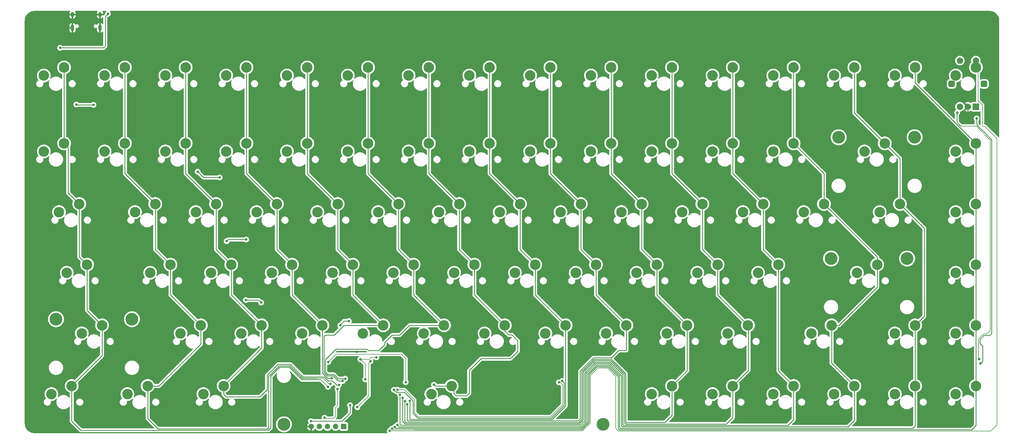
<source format=gbr>
%TF.GenerationSoftware,KiCad,Pcbnew,7.0.6*%
%TF.CreationDate,2023-09-17T10:38:13-04:00*%
%TF.ProjectId,ze-keyboard,7a652d6b-6579-4626-9f61-72642e6b6963,rev?*%
%TF.SameCoordinates,Original*%
%TF.FileFunction,Copper,L1,Top*%
%TF.FilePolarity,Positive*%
%FSLAX46Y46*%
G04 Gerber Fmt 4.6, Leading zero omitted, Abs format (unit mm)*
G04 Created by KiCad (PCBNEW 7.0.6) date 2023-09-17 10:38:13*
%MOMM*%
%LPD*%
G01*
G04 APERTURE LIST*
G04 Aperture macros list*
%AMFreePoly0*
4,1,29,-1.000000,0.500000,-0.988573,0.606283,-0.938839,0.739624,-0.853553,0.853553,-0.739624,0.938839,-0.606283,0.988573,-0.500000,1.000000,0.500000,1.000000,0.606283,0.988573,0.739624,0.938839,0.853553,0.853553,0.938839,0.739624,0.988573,0.606283,1.000000,0.500000,1.000000,-0.500000,0.988573,-0.606283,0.938839,-0.739624,0.853553,-0.853553,0.739624,-0.938839,0.606283,-0.988573,
0.500000,-1.000000,-0.500000,-1.000000,-0.606283,-0.988573,-0.739624,-0.938839,-0.853553,-0.853553,-0.938839,-0.739624,-0.988573,-0.606283,-1.000000,-0.500000,-1.000000,0.500000,-1.000000,0.500000,$1*%
G04 Aperture macros list end*
%TA.AperFunction,ComponentPad*%
%ADD10C,3.300000*%
%TD*%
%TA.AperFunction,ComponentPad*%
%ADD11C,4.000000*%
%TD*%
%TA.AperFunction,ComponentPad*%
%ADD12O,1.000000X1.600000*%
%TD*%
%TA.AperFunction,ComponentPad*%
%ADD13O,1.000000X2.100000*%
%TD*%
%TA.AperFunction,ComponentPad*%
%ADD14R,2.000000X2.000000*%
%TD*%
%TA.AperFunction,ComponentPad*%
%ADD15C,2.000000*%
%TD*%
%TA.AperFunction,ComponentPad*%
%ADD16FreePoly0,90.000000*%
%TD*%
%TA.AperFunction,ComponentPad*%
%ADD17R,1.700000X1.700000*%
%TD*%
%TA.AperFunction,ComponentPad*%
%ADD18O,1.700000X1.700000*%
%TD*%
%TA.AperFunction,ViaPad*%
%ADD19C,0.800000*%
%TD*%
%TA.AperFunction,Conductor*%
%ADD20C,0.200000*%
%TD*%
%TA.AperFunction,Conductor*%
%ADD21C,0.250000*%
%TD*%
%TA.AperFunction,Conductor*%
%ADD22C,0.300000*%
%TD*%
G04 APERTURE END LIST*
D10*
%TO.P,MX42,1,1*%
%TO.N,Net-(D42-A)*%
X274815000Y-83372500D03*
%TO.P,MX42,2,2*%
%TO.N,col10*%
X281165000Y-80832500D03*
%TD*%
%TO.P,MX20,1,1*%
%TO.N,Net-(D20-A)*%
X131940000Y-64322500D03*
%TO.P,MX20,2,2*%
%TO.N,col3*%
X138290000Y-61782500D03*
%TD*%
%TO.P,MX51,1,1*%
%TO.N,Net-(D51-A)*%
X165277500Y-102422500D03*
%TO.P,MX51,2,2*%
%TO.N,col4*%
X171627500Y-99882500D03*
%TD*%
%TO.P,MX37,1,1*%
%TO.N,Net-(D37-A)*%
X179565000Y-83372500D03*
%TO.P,MX37,2,2*%
%TO.N,col5*%
X185915000Y-80832500D03*
%TD*%
%TO.P,MX14,1,1*%
%TO.N,Net-(D14-A)*%
X322440000Y-40510000D03*
%TO.P,MX14,2,2*%
%TO.N,col13*%
X328790000Y-37970000D03*
%TD*%
%TO.P,MX44,1,1*%
%TO.N,Net-(D44-A)*%
X312915000Y-83372500D03*
%TO.P,MX44,2,2*%
%TO.N,col12*%
X319265000Y-80832500D03*
%TD*%
%TO.P,MX35,1,1*%
%TO.N,Net-(D35-A)*%
X141465000Y-83372500D03*
%TO.P,MX35,2,2*%
%TO.N,col3*%
X147815000Y-80832500D03*
%TD*%
%TO.P,MX80,1,1*%
%TO.N,Net-(D80-A)*%
X284340000Y-140522500D03*
%TO.P,MX80,2,2*%
%TO.N,col10*%
X290690000Y-137982500D03*
%TD*%
%TO.P,MX71,1,1*%
%TO.N,Net-(D71-A)*%
X289102500Y-121472500D03*
%TO.P,MX71,2,2*%
%TO.N,col10*%
X295452500Y-118932500D03*
%TD*%
%TO.P,MX41,1,1*%
%TO.N,Net-(D41-A)*%
X255765000Y-83372500D03*
%TO.P,MX41,2,2*%
%TO.N,col9*%
X262115000Y-80832500D03*
%TD*%
%TO.P,MX57,1,1*%
%TO.N,Net-(D57-A)*%
X279577500Y-102422500D03*
%TO.P,MX57,2,2*%
%TO.N,col10*%
X285927500Y-99882500D03*
%TD*%
D11*
%TO.P,S3,*%
%TO.N,*%
X347681250Y-59877500D03*
X323868750Y-59877500D03*
%TD*%
D10*
%TO.P,MX76,1,1*%
%TO.N,Net-(D76-A)*%
X100983750Y-140522500D03*
%TO.P,MX76,2,2*%
%TO.N,col1*%
X107333750Y-137982500D03*
%TD*%
%TO.P,MX27,1,1*%
%TO.N,Net-(D27-A)*%
X265290000Y-64322500D03*
%TO.P,MX27,2,2*%
%TO.N,col10*%
X271640000Y-61782500D03*
%TD*%
%TO.P,MX81,1,1*%
%TO.N,Net-(D81-A)*%
X303390000Y-140522500D03*
%TO.P,MX81,2,2*%
%TO.N,col11*%
X309740000Y-137982500D03*
%TD*%
%TO.P,MX66,1,1*%
%TO.N,Net-(D66-A)*%
X193852500Y-121472500D03*
%TO.P,MX66,2,2*%
%TO.N,col5*%
X200202500Y-118932500D03*
%TD*%
%TO.P,MX4,1,1*%
%TO.N,Net-(D4-A)*%
X131940000Y-40510000D03*
%TO.P,MX4,2,2*%
%TO.N,col3*%
X138290000Y-37970000D03*
%TD*%
%TO.P,MX64,1,1*%
%TO.N,Net-(D64-A)*%
X155752500Y-121472500D03*
%TO.P,MX64,2,2*%
%TO.N,col3*%
X162102500Y-118932500D03*
%TD*%
%TO.P,MX45,1,1*%
%TO.N,Net-(D45-A)*%
X336727500Y-83372500D03*
%TO.P,MX45,2,2*%
%TO.N,col13*%
X343077500Y-80832500D03*
%TD*%
%TO.P,MX77,1,1*%
%TO.N,Net-(D77-A)*%
X124796250Y-140522500D03*
%TO.P,MX77,2,2*%
%TO.N,col2*%
X131146250Y-137982500D03*
%TD*%
%TO.P,MX22,1,1*%
%TO.N,Net-(D22-A)*%
X170040000Y-64322500D03*
%TO.P,MX22,2,2*%
%TO.N,col5*%
X176390000Y-61782500D03*
%TD*%
%TO.P,MX46,1,1*%
%TO.N,Net-(D46-A)*%
X360540000Y-83372500D03*
%TO.P,MX46,2,2*%
%TO.N,col14*%
X366890000Y-80832500D03*
%TD*%
%TO.P,MX84,1,1*%
%TO.N,Net-(D84-A)*%
X360540000Y-140522500D03*
%TO.P,MX84,2,2*%
%TO.N,col14*%
X366890000Y-137982500D03*
%TD*%
%TO.P,MX23,1,1*%
%TO.N,Net-(D23-A)*%
X189090000Y-64322500D03*
%TO.P,MX23,2,2*%
%TO.N,col6*%
X195440000Y-61782500D03*
%TD*%
%TO.P,MX79,1,1*%
%TO.N,Net-(D79-A)*%
X265290000Y-140522500D03*
%TO.P,MX79,2,2*%
%TO.N,col9*%
X271640000Y-137982500D03*
%TD*%
%TO.P,MX70,1,1*%
%TO.N,Net-(D70-A)*%
X270052500Y-121472500D03*
%TO.P,MX70,2,2*%
%TO.N,col9*%
X276402500Y-118932500D03*
%TD*%
%TO.P,MX17,1,1*%
%TO.N,Net-(D17-A)*%
X74790000Y-64322500D03*
%TO.P,MX17,2,2*%
%TO.N,col0*%
X81140000Y-61782500D03*
%TD*%
%TO.P,MX21,1,1*%
%TO.N,Net-(D21-A)*%
X150990000Y-64322500D03*
%TO.P,MX21,2,2*%
%TO.N,col4*%
X157340000Y-61782500D03*
%TD*%
%TO.P,MX54,1,1*%
%TO.N,Net-(D54-A)*%
X222427500Y-102422500D03*
%TO.P,MX54,2,2*%
%TO.N,col7*%
X228777500Y-99882500D03*
%TD*%
D12*
%TO.P,J2,S1,SHIELD*%
%TO.N,GND*%
X83780000Y-21340000D03*
D13*
X83780000Y-25520000D03*
D12*
X92420000Y-21340000D03*
D13*
X92420000Y-25520000D03*
%TD*%
D10*
%TO.P,MX39,1,1*%
%TO.N,Net-(D39-A)*%
X217665000Y-83372500D03*
%TO.P,MX39,2,2*%
%TO.N,col7*%
X224015000Y-80832500D03*
%TD*%
%TO.P,MX6,1,1*%
%TO.N,Net-(D6-A)*%
X170040000Y-40510000D03*
%TO.P,MX6,2,2*%
%TO.N,col5*%
X176390000Y-37970000D03*
%TD*%
%TO.P,MX47,1,1*%
%TO.N,Net-(D47-A)*%
X81990000Y-102422500D03*
%TO.P,MX47,2,2*%
%TO.N,col0*%
X88340000Y-99882500D03*
%TD*%
%TO.P,MX68,1,1*%
%TO.N,Net-(D68-A)*%
X231952500Y-121472500D03*
%TO.P,MX68,2,2*%
%TO.N,col7*%
X238302500Y-118932500D03*
%TD*%
%TO.P,MX83,1,1*%
%TO.N,Net-(D83-A)*%
X341490000Y-140522500D03*
%TO.P,MX83,2,2*%
%TO.N,col13*%
X347840000Y-137982500D03*
%TD*%
%TO.P,MX5,1,1*%
%TO.N,Net-(D5-A)*%
X150990000Y-40510000D03*
%TO.P,MX5,2,2*%
%TO.N,col4*%
X157340000Y-37970000D03*
%TD*%
D14*
%TO.P,SW3,A,A*%
%TO.N,rot0*%
X366850000Y-50300000D03*
D15*
%TO.P,SW3,B,B*%
%TO.N,rot1*%
X361850000Y-50300000D03*
%TO.P,SW3,C,C*%
%TO.N,GND*%
X364350000Y-50300000D03*
D16*
%TO.P,SW3,MP*%
%TO.N,N/C*%
X369430000Y-43120000D03*
X359250000Y-43110000D03*
D15*
%TO.P,SW3,S1,S1*%
%TO.N,Net-(D85-A)*%
X361850000Y-35800000D03*
%TO.P,SW3,S2,S2*%
%TO.N,col15*%
X366850000Y-35800000D03*
%TD*%
D10*
%TO.P,MX19,1,1*%
%TO.N,Net-(D19-A)*%
X112890000Y-64322500D03*
%TO.P,MX19,2,2*%
%TO.N,col2*%
X119240000Y-61782500D03*
%TD*%
%TO.P,MX82,1,1*%
%TO.N,Net-(D82-A)*%
X322440000Y-140522500D03*
%TO.P,MX82,2,2*%
%TO.N,col12*%
X328790000Y-137982500D03*
%TD*%
D11*
%TO.P,S2,*%
%TO.N,*%
X345300000Y-97977500D03*
X321487500Y-97977500D03*
%TD*%
D10*
%TO.P,MX12,1,1*%
%TO.N,Net-(D12-A)*%
X284340000Y-40510000D03*
%TO.P,MX12,2,2*%
%TO.N,col11*%
X290690000Y-37970000D03*
%TD*%
%TO.P,MX8,1,1*%
%TO.N,Net-(D8-A)*%
X208140000Y-40510000D03*
%TO.P,MX8,2,2*%
%TO.N,col7*%
X214490000Y-37970000D03*
%TD*%
%TO.P,MX50,1,1*%
%TO.N,Net-(D50-A)*%
X146227500Y-102422500D03*
%TO.P,MX50,2,2*%
%TO.N,col3*%
X152577500Y-99882500D03*
%TD*%
D17*
%TO.P,J1,1,Pin_1*%
%TO.N,SWCLK*%
X168775000Y-150700000D03*
D18*
%TO.P,J1,2,Pin_2*%
%TO.N,SWD*%
X166235000Y-150700000D03*
%TO.P,J1,3,Pin_3*%
%TO.N,RESET*%
X163695000Y-150700000D03*
%TO.P,J1,4,Pin_4*%
%TO.N,+3V3*%
X161155000Y-150700000D03*
%TO.P,J1,5,Pin_5*%
%TO.N,GND*%
X158615000Y-150700000D03*
%TD*%
D11*
%TO.P,S4,*%
%TO.N,*%
X150037500Y-150047500D03*
X250050000Y-150047500D03*
%TD*%
D10*
%TO.P,MX52,1,1*%
%TO.N,Net-(D52-A)*%
X184327500Y-102422500D03*
%TO.P,MX52,2,2*%
%TO.N,col5*%
X190677500Y-99882500D03*
%TD*%
%TO.P,MX34,1,1*%
%TO.N,Net-(D34-A)*%
X122415000Y-83372500D03*
%TO.P,MX34,2,2*%
%TO.N,col2*%
X128765000Y-80832500D03*
%TD*%
%TO.P,MX62,1,1*%
%TO.N,Net-(D62-A)*%
X117652500Y-121472500D03*
%TO.P,MX62,2,2*%
%TO.N,col1*%
X124002500Y-118932500D03*
%TD*%
%TO.P,MX53,1,1*%
%TO.N,Net-(D53-A)*%
X203377500Y-102422500D03*
%TO.P,MX53,2,2*%
%TO.N,col6*%
X209727500Y-99882500D03*
%TD*%
%TO.P,MX69,1,1*%
%TO.N,Net-(D69-A)*%
X251002500Y-121472500D03*
%TO.P,MX69,2,2*%
%TO.N,col8*%
X257352500Y-118932500D03*
%TD*%
%TO.P,MX49,1,1*%
%TO.N,Net-(D49-A)*%
X127177500Y-102422500D03*
%TO.P,MX49,2,2*%
%TO.N,col2*%
X133527500Y-99882500D03*
%TD*%
%TO.P,MX1,1,1*%
%TO.N,Net-(D1-A)*%
X74790000Y-40510000D03*
%TO.P,MX1,2,2*%
%TO.N,col0*%
X81140000Y-37970000D03*
%TD*%
%TO.P,MX74,1,1*%
%TO.N,Net-(D74-A)*%
X360540000Y-121472500D03*
%TO.P,MX74,2,2*%
%TO.N,col14*%
X366890000Y-118932500D03*
%TD*%
%TO.P,MX72,1,1*%
%TO.N,Net-(D72-A)*%
X315296250Y-121472500D03*
%TO.P,MX72,2,2*%
%TO.N,col12*%
X321646250Y-118932500D03*
%TD*%
%TO.P,MX15,1,1*%
%TO.N,Net-(D15-A)*%
X341490000Y-40510000D03*
%TO.P,MX15,2,2*%
%TO.N,col14*%
X347840000Y-37970000D03*
%TD*%
%TO.P,MX67,1,1*%
%TO.N,Net-(D67-A)*%
X212902500Y-121472500D03*
%TO.P,MX67,2,2*%
%TO.N,col6*%
X219252500Y-118932500D03*
%TD*%
%TO.P,MX63,1,1*%
%TO.N,Net-(D63-A)*%
X136702500Y-121472500D03*
%TO.P,MX63,2,2*%
%TO.N,col2*%
X143052500Y-118932500D03*
%TD*%
%TO.P,MX30,1,1*%
%TO.N,Net-(D30-A)*%
X331965000Y-64322500D03*
%TO.P,MX30,2,2*%
%TO.N,col13*%
X338315000Y-61782500D03*
%TD*%
%TO.P,MX31,1,1*%
%TO.N,Net-(D31-A)*%
X360540000Y-64322500D03*
%TO.P,MX31,2,2*%
%TO.N,col14*%
X366890000Y-61782500D03*
%TD*%
%TO.P,MX43,1,1*%
%TO.N,Net-(D43-A)*%
X293865000Y-83372500D03*
%TO.P,MX43,2,2*%
%TO.N,col11*%
X300215000Y-80832500D03*
%TD*%
%TO.P,MX36,1,1*%
%TO.N,Net-(D36-A)*%
X160515000Y-83372500D03*
%TO.P,MX36,2,2*%
%TO.N,col4*%
X166865000Y-80832500D03*
%TD*%
%TO.P,MX38,1,1*%
%TO.N,Net-(D38-A)*%
X198615000Y-83372500D03*
%TO.P,MX38,2,2*%
%TO.N,col6*%
X204965000Y-80832500D03*
%TD*%
%TO.P,MX11,1,1*%
%TO.N,Net-(D11-A)*%
X265290000Y-40510000D03*
%TO.P,MX11,2,2*%
%TO.N,col10*%
X271640000Y-37970000D03*
%TD*%
%TO.P,MX75,1,1*%
%TO.N,Net-(D75-A)*%
X77171250Y-140522500D03*
%TO.P,MX75,2,2*%
%TO.N,col0*%
X83521250Y-137982500D03*
%TD*%
%TO.P,MX78,1,1*%
%TO.N,Net-(D78-A)*%
X196233750Y-140522500D03*
%TO.P,MX78,2,2*%
%TO.N,col6*%
X202583750Y-137982500D03*
%TD*%
%TO.P,MX2,1,1*%
%TO.N,Net-(D2-A)*%
X93840000Y-40510000D03*
%TO.P,MX2,2,2*%
%TO.N,col1*%
X100190000Y-37970000D03*
%TD*%
%TO.P,MX24,1,1*%
%TO.N,Net-(D24-A)*%
X208140000Y-64322500D03*
%TO.P,MX24,2,2*%
%TO.N,col7*%
X214490000Y-61782500D03*
%TD*%
%TO.P,MX33,1,1*%
%TO.N,Net-(D33-A)*%
X103365000Y-83372500D03*
%TO.P,MX33,2,2*%
%TO.N,col1*%
X109715000Y-80832500D03*
%TD*%
%TO.P,MX16,1,1*%
%TO.N,Net-(D16-A)*%
X360540000Y-40510000D03*
%TO.P,MX16,2,2*%
%TO.N,col15*%
X366890000Y-37970000D03*
%TD*%
%TO.P,MX3,1,1*%
%TO.N,Net-(D3-A)*%
X112890000Y-40510000D03*
%TO.P,MX3,2,2*%
%TO.N,col2*%
X119240000Y-37970000D03*
%TD*%
%TO.P,MX58,1,1*%
%TO.N,Net-(D58-A)*%
X298627500Y-102422500D03*
%TO.P,MX58,2,2*%
%TO.N,col11*%
X304977500Y-99882500D03*
%TD*%
%TO.P,MX56,1,1*%
%TO.N,Net-(D56-A)*%
X260527500Y-102422500D03*
%TO.P,MX56,2,2*%
%TO.N,col9*%
X266877500Y-99882500D03*
%TD*%
D11*
%TO.P,S1,*%
%TO.N,*%
X102412500Y-117027500D03*
X78600000Y-117027500D03*
%TD*%
D10*
%TO.P,MX48,1,1*%
%TO.N,Net-(D48-A)*%
X108127500Y-102422500D03*
%TO.P,MX48,2,2*%
%TO.N,col1*%
X114477500Y-99882500D03*
%TD*%
%TO.P,MX10,1,1*%
%TO.N,Net-(D10-A)*%
X246240000Y-40510000D03*
%TO.P,MX10,2,2*%
%TO.N,col9*%
X252590000Y-37970000D03*
%TD*%
%TO.P,MX25,1,1*%
%TO.N,Net-(D25-A)*%
X227190000Y-64322500D03*
%TO.P,MX25,2,2*%
%TO.N,col8*%
X233540000Y-61782500D03*
%TD*%
%TO.P,MX18,1,1*%
%TO.N,Net-(D18-A)*%
X93840000Y-64322500D03*
%TO.P,MX18,2,2*%
%TO.N,col1*%
X100190000Y-61782500D03*
%TD*%
%TO.P,MX13,1,1*%
%TO.N,Net-(D13-A)*%
X303390000Y-40510000D03*
%TO.P,MX13,2,2*%
%TO.N,col12*%
X309740000Y-37970000D03*
%TD*%
%TO.P,MX7,1,1*%
%TO.N,Net-(D7-A)*%
X189090000Y-40510000D03*
%TO.P,MX7,2,2*%
%TO.N,col6*%
X195440000Y-37970000D03*
%TD*%
%TO.P,MX40,1,1*%
%TO.N,Net-(D40-A)*%
X236715000Y-83372500D03*
%TO.P,MX40,2,2*%
%TO.N,col8*%
X243065000Y-80832500D03*
%TD*%
%TO.P,MX26,1,1*%
%TO.N,Net-(D26-A)*%
X246240000Y-64322500D03*
%TO.P,MX26,2,2*%
%TO.N,col9*%
X252590000Y-61782500D03*
%TD*%
%TO.P,MX32,1,1*%
%TO.N,Net-(D32-A)*%
X79552500Y-83372500D03*
%TO.P,MX32,2,2*%
%TO.N,col0*%
X85902500Y-80832500D03*
%TD*%
%TO.P,MX29,1,1*%
%TO.N,Net-(D29-A)*%
X303390000Y-64322500D03*
%TO.P,MX29,2,2*%
%TO.N,col12*%
X309740000Y-61782500D03*
%TD*%
%TO.P,MX9,1,1*%
%TO.N,Net-(D9-A)*%
X227190000Y-40510000D03*
%TO.P,MX9,2,2*%
%TO.N,col8*%
X233540000Y-37970000D03*
%TD*%
%TO.P,MX61,1,1*%
%TO.N,Net-(D61-A)*%
X86696250Y-121472500D03*
%TO.P,MX61,2,2*%
%TO.N,col0*%
X93046250Y-118932500D03*
%TD*%
%TO.P,MX73,1,1*%
%TO.N,Net-(D73-A)*%
X341490000Y-121472500D03*
%TO.P,MX73,2,2*%
%TO.N,col13*%
X347840000Y-118932500D03*
%TD*%
%TO.P,MX65,1,1*%
%TO.N,Net-(D65-A)*%
X174802500Y-121472500D03*
%TO.P,MX65,2,2*%
%TO.N,col4*%
X181152500Y-118932500D03*
%TD*%
%TO.P,MX60,1,1*%
%TO.N,Net-(D60-A)*%
X360540000Y-102422500D03*
%TO.P,MX60,2,2*%
%TO.N,col14*%
X366890000Y-99882500D03*
%TD*%
%TO.P,MX55,1,1*%
%TO.N,Net-(D55-A)*%
X241477500Y-102422500D03*
%TO.P,MX55,2,2*%
%TO.N,col8*%
X247827500Y-99882500D03*
%TD*%
%TO.P,MX59,1,1*%
%TO.N,Net-(D59-A)*%
X329583750Y-102422500D03*
%TO.P,MX59,2,2*%
%TO.N,col12*%
X335933750Y-99882500D03*
%TD*%
%TO.P,MX28,1,1*%
%TO.N,Net-(D28-A)*%
X284340000Y-64322500D03*
%TO.P,MX28,2,2*%
%TO.N,col11*%
X290690000Y-61782500D03*
%TD*%
D19*
%TO.N,GND*%
X177450000Y-145750000D03*
X165650000Y-139100000D03*
X179450000Y-130200000D03*
X158350000Y-141925000D03*
X363550000Y-53000000D03*
X90875000Y-30075000D03*
X76270000Y-32640000D03*
X174300000Y-138300000D03*
X171727000Y-130517500D03*
X182410000Y-145810000D03*
X177880000Y-151770000D03*
X181020000Y-134930000D03*
X182970000Y-139350000D03*
X197800000Y-131600000D03*
X85050000Y-29575000D03*
X172820000Y-127230000D03*
X81050000Y-28920000D03*
X72950000Y-29890000D03*
X167002000Y-134293000D03*
X173260000Y-148190000D03*
X164590000Y-131880000D03*
X175760000Y-151760000D03*
%TO.N,+5V*%
X79900000Y-31800000D03*
X94900000Y-21100000D03*
%TO.N,+3V3*%
X179000000Y-129000000D03*
X166800000Y-138950000D03*
X162750000Y-147950000D03*
X173975000Y-129600000D03*
X175525000Y-135925000D03*
%TO.N,+1V1*%
X177160000Y-130220000D03*
X173025000Y-144650000D03*
%TO.N,row0*%
X90350000Y-49710000D03*
X85000000Y-49600000D03*
%TO.N,row1*%
X123000000Y-70700000D03*
X129900000Y-72500000D03*
%TO.N,row2*%
X138200000Y-92000000D03*
X132100000Y-92500000D03*
%TO.N,row3*%
X138100000Y-111000000D03*
X142900000Y-111800000D03*
%TO.N,row4*%
X167700000Y-119000000D03*
X170760000Y-144060000D03*
X170400000Y-117600000D03*
X158500000Y-149050000D03*
%TO.N,col0*%
X163840000Y-138260000D03*
%TO.N,col1*%
X164570000Y-137380000D03*
%TO.N,col2*%
X167290000Y-137650000D03*
%TO.N,col3*%
X165030000Y-135550000D03*
%TO.N,col4*%
X168450000Y-136430000D03*
%TO.N,col5*%
X169230000Y-135690000D03*
%TO.N,col6*%
X197040000Y-137600000D03*
%TO.N,col7*%
X189520000Y-142710000D03*
%TO.N,col8*%
X188640000Y-143780000D03*
%TO.N,col9*%
X187950000Y-142770000D03*
%TO.N,col10*%
X187250000Y-141740000D03*
%TO.N,col11*%
X186390000Y-140750000D03*
%TO.N,col12*%
X185600000Y-150250000D03*
%TO.N,col13*%
X184785022Y-150886179D03*
%TO.N,col14*%
X183910118Y-151369448D03*
%TO.N,col15*%
X183160000Y-152030000D03*
%TO.N,rot1*%
X367920000Y-129540000D03*
X236210000Y-136870000D03*
X361000000Y-52150000D03*
X185600000Y-139200000D03*
%TO.N,rot0*%
X184500000Y-139200000D03*
X367090000Y-53980000D03*
X368330000Y-130870000D03*
X237230000Y-136420000D03*
%TO.N,row5*%
X163920000Y-130450000D03*
X188190000Y-136792500D03*
%TD*%
D20*
%TO.N,GND*%
X177450000Y-145750000D02*
X182350000Y-145750000D01*
D21*
X177880000Y-151770000D02*
X182190000Y-151770000D01*
X182410000Y-151550000D02*
X182410000Y-145810000D01*
X77330000Y-32640000D02*
X76270000Y-32640000D01*
X73920000Y-28920000D02*
X81050000Y-28920000D01*
X364350000Y-52200000D02*
X363550000Y-53000000D01*
X81050000Y-28920000D02*
X77330000Y-32640000D01*
X177870000Y-151760000D02*
X177880000Y-151770000D01*
D22*
X85050000Y-29575000D02*
X85550000Y-30075000D01*
D20*
X175700000Y-145750000D02*
X177450000Y-145750000D01*
X174350000Y-151760000D02*
X175760000Y-151760000D01*
D21*
X72950000Y-29890000D02*
X73920000Y-28920000D01*
X364350000Y-50300000D02*
X364350000Y-52200000D01*
X182190000Y-151770000D02*
X182410000Y-151550000D01*
D22*
X85550000Y-30075000D02*
X90875000Y-30075000D01*
D20*
X173260000Y-150670000D02*
X174350000Y-151760000D01*
D21*
X73520000Y-29890000D02*
X72950000Y-29890000D01*
X175760000Y-151760000D02*
X177870000Y-151760000D01*
X76270000Y-32640000D02*
X73520000Y-29890000D01*
D20*
X173260000Y-148190000D02*
X175700000Y-145750000D01*
X182350000Y-145750000D02*
X182410000Y-145810000D01*
X173260000Y-148190000D02*
X173260000Y-150670000D01*
D21*
%TO.N,+5V*%
X94050000Y-21950000D02*
X94900000Y-21100000D01*
X93500000Y-31800000D02*
X94050000Y-31250000D01*
X94050000Y-31250000D02*
X94050000Y-21950000D01*
X79900000Y-31800000D02*
X93500000Y-31800000D01*
D20*
%TO.N,+3V3*%
X166150000Y-147550000D02*
X166150000Y-146000000D01*
X165550000Y-148150000D02*
X166150000Y-147550000D01*
X166650000Y-144400000D02*
X166800000Y-144250000D01*
X166150000Y-144900000D02*
X166650000Y-144400000D01*
X176740000Y-129600000D02*
X177340000Y-129000000D01*
X162750000Y-147950000D02*
X162950000Y-148150000D01*
X166150000Y-146000000D02*
X166150000Y-144900000D01*
X175525000Y-131150000D02*
X173975000Y-129600000D01*
X175525000Y-135925000D02*
X175525000Y-131150000D01*
X173975000Y-129600000D02*
X176740000Y-129600000D01*
X162950000Y-148150000D02*
X165550000Y-148150000D01*
X166800000Y-144250000D02*
X166800000Y-138950000D01*
X177340000Y-129000000D02*
X179000000Y-129000000D01*
%TO.N,+1V1*%
X173025000Y-144650000D02*
X176600000Y-141075000D01*
X176600000Y-141075000D02*
X176600000Y-130930000D01*
X176600000Y-130780000D02*
X176600000Y-130930000D01*
X177160000Y-130220000D02*
X176600000Y-130780000D01*
D21*
%TO.N,row0*%
X85000000Y-49600000D02*
X85100000Y-49700000D01*
X85100000Y-49700000D02*
X89600000Y-49700000D01*
X89600000Y-49700000D02*
X90340000Y-49700000D01*
%TO.N,row1*%
X124800000Y-72500000D02*
X129900000Y-72500000D01*
X123000000Y-70700000D02*
X124800000Y-72500000D01*
%TO.N,row2*%
X132600000Y-92000000D02*
X132100000Y-92500000D01*
X138200000Y-92000000D02*
X132600000Y-92000000D01*
%TO.N,row3*%
X142100000Y-111000000D02*
X142400000Y-111300000D01*
X142400000Y-111300000D02*
X142900000Y-111800000D01*
X138100000Y-111000000D02*
X142100000Y-111000000D01*
%TO.N,row4*%
X168240000Y-149050000D02*
X169510000Y-147780000D01*
X168800000Y-117600000D02*
X167900000Y-118500000D01*
X167900000Y-118500000D02*
X167900000Y-118800000D01*
X158500000Y-149050000D02*
X168240000Y-149050000D01*
X169510000Y-147780000D02*
X170760000Y-146530000D01*
X170760000Y-146530000D02*
X170760000Y-144060000D01*
X170400000Y-117600000D02*
X168800000Y-117600000D01*
X167900000Y-118800000D02*
X167700000Y-119000000D01*
%TO.N,col0*%
X145100000Y-151900000D02*
X145900000Y-151100000D01*
X93046250Y-128457500D02*
X93046250Y-118932500D01*
X83521250Y-137982500D02*
X93046250Y-128457500D01*
X81140000Y-61782500D02*
X81140000Y-37970000D01*
X155600000Y-136000000D02*
X161500000Y-136000000D01*
X145900000Y-134900000D02*
X148700000Y-132100000D01*
X85902500Y-97445000D02*
X85902500Y-80832500D01*
X86400000Y-151900000D02*
X145100000Y-151900000D01*
X83521250Y-137982500D02*
X83521250Y-149021250D01*
X151700000Y-132100000D02*
X155600000Y-136000000D01*
X148700000Y-132100000D02*
X151700000Y-132100000D01*
X88340000Y-99882500D02*
X85902500Y-97445000D01*
X83521250Y-149021250D02*
X86400000Y-151900000D01*
X93046250Y-118932500D02*
X88340000Y-114226250D01*
D20*
X161580000Y-136000000D02*
X161500000Y-136000000D01*
X163840000Y-138260000D02*
X161580000Y-136000000D01*
D21*
X88340000Y-114226250D02*
X88340000Y-99882500D01*
X82430000Y-77360000D02*
X82430000Y-63072500D01*
X82430000Y-63072500D02*
X81140000Y-61782500D01*
X145900000Y-151100000D02*
X145900000Y-134900000D01*
X85902500Y-80832500D02*
X82430000Y-77360000D01*
%TO.N,col1*%
X124002500Y-118932500D02*
X124002500Y-124822631D01*
X124002500Y-124822631D02*
X110842631Y-137982500D01*
X145231802Y-151131802D02*
X145231802Y-134931802D01*
X110842631Y-137982500D02*
X107333750Y-137982500D01*
X107333750Y-148233750D02*
X110550000Y-151450000D01*
X144913604Y-151450000D02*
X145231802Y-151131802D01*
X100190000Y-61782500D02*
X100190000Y-71307500D01*
X100190000Y-61782500D02*
X100190000Y-37970000D01*
D20*
X164110000Y-137380000D02*
X162280000Y-135550000D01*
D21*
X151886396Y-131650000D02*
X155786396Y-135550000D01*
D20*
X162280000Y-135550000D02*
X160350000Y-135550000D01*
D21*
X145231802Y-134931802D02*
X148513604Y-131650000D01*
X148513604Y-131650000D02*
X151886396Y-131650000D01*
X100190000Y-71307500D02*
X109715000Y-80832500D01*
X114477500Y-109407500D02*
X124002500Y-118932500D01*
X107333750Y-137982500D02*
X107333750Y-148233750D01*
X155786396Y-135550000D02*
X160350000Y-135550000D01*
X114477500Y-99882500D02*
X114477500Y-109407500D01*
X109715000Y-80832500D02*
X109715000Y-95120000D01*
X109715000Y-95120000D02*
X114477500Y-99882500D01*
X110550000Y-151450000D02*
X144913604Y-151450000D01*
D20*
X164570000Y-137380000D02*
X164110000Y-137380000D01*
D21*
%TO.N,col2*%
X119240000Y-61782500D02*
X119240000Y-37970000D01*
X131146250Y-137982500D02*
X131146250Y-140646250D01*
X163870000Y-136370000D02*
X165220000Y-136370000D01*
X166530000Y-137650000D02*
X167290000Y-137650000D01*
X166160000Y-137280000D02*
X166530000Y-137650000D01*
X133527500Y-99882500D02*
X128765000Y-95120000D01*
X131146250Y-137982500D02*
X143052500Y-126076250D01*
X152100000Y-131200000D02*
X156000000Y-135100000D01*
X119240000Y-71307500D02*
X119240000Y-61782500D01*
X143052500Y-126076250D02*
X143052500Y-118932500D01*
X128765000Y-95120000D02*
X128765000Y-80832500D01*
X156000000Y-135100000D02*
X162600000Y-135100000D01*
X131900000Y-141400000D02*
X142500000Y-141400000D01*
X143052500Y-118932500D02*
X133527500Y-109407500D01*
X128765000Y-80832500D02*
X119240000Y-71307500D01*
X165220000Y-136370000D02*
X166130000Y-137280000D01*
X131146250Y-140646250D02*
X131900000Y-141400000D01*
X133527500Y-109407500D02*
X133527500Y-99882500D01*
X142500000Y-141400000D02*
X144781802Y-139118198D01*
X162600000Y-135100000D02*
X163870000Y-136370000D01*
X144781802Y-139118198D02*
X144781802Y-134618198D01*
X148200000Y-131200000D02*
X152100000Y-131200000D01*
X144781802Y-134618198D02*
X148200000Y-131200000D01*
X166130000Y-137280000D02*
X166160000Y-137280000D01*
%TO.N,col3*%
X162102500Y-133966104D02*
X163686396Y-135550000D01*
X138290000Y-61782500D02*
X138290000Y-71307500D01*
X152577500Y-99882500D02*
X152577500Y-109407500D01*
X138290000Y-61782500D02*
X138290000Y-37970000D01*
X138290000Y-71307500D02*
X147815000Y-80832500D01*
X147815000Y-95120000D02*
X152577500Y-99882500D01*
X147815000Y-80832500D02*
X147815000Y-95120000D01*
X163686396Y-135550000D02*
X165030000Y-135550000D01*
X162102500Y-118932500D02*
X162102500Y-133966104D01*
X152577500Y-109407500D02*
X162102500Y-118932500D01*
%TO.N,col4*%
X162552500Y-133779708D02*
X163582792Y-134810000D01*
X167060000Y-136430000D02*
X168450000Y-136430000D01*
X168867500Y-118932500D02*
X165800000Y-122000000D01*
X162552500Y-122447500D02*
X162552500Y-133779708D01*
X157340000Y-71307500D02*
X157340000Y-61782500D01*
X163000000Y-122000000D02*
X162552500Y-122447500D01*
X166865000Y-95120000D02*
X171627500Y-99882500D01*
X165440000Y-134810000D02*
X167060000Y-136430000D01*
X181152500Y-118932500D02*
X168867500Y-118932500D01*
X171627500Y-109407500D02*
X171627500Y-99882500D01*
X181152500Y-118932500D02*
X171627500Y-109407500D01*
X165800000Y-122000000D02*
X163000000Y-122000000D01*
X166865000Y-80832500D02*
X166865000Y-95120000D01*
X163582792Y-134810000D02*
X165440000Y-134810000D01*
X166865000Y-80832500D02*
X157340000Y-71307500D01*
X157340000Y-37970000D02*
X157340000Y-61782500D01*
%TO.N,col5*%
X167030000Y-135690000D02*
X169230000Y-135690000D01*
X176390000Y-37970000D02*
X176390000Y-61782500D01*
X181600000Y-124337233D02*
X181600000Y-125000000D01*
X163002500Y-129697500D02*
X163002500Y-133593312D01*
X176390000Y-71307500D02*
X185915000Y-80832500D01*
X183937233Y-122000000D02*
X181600000Y-124337233D01*
X166300000Y-126400000D02*
X163002500Y-129697500D01*
X181600000Y-125000000D02*
X179800000Y-126800000D01*
X179800000Y-126800000D02*
X176500000Y-126800000D01*
X190677500Y-109407500D02*
X200202500Y-118932500D01*
X176500000Y-126800000D02*
X176100000Y-126400000D01*
X166450000Y-135110000D02*
X167030000Y-135690000D01*
X190677500Y-99882500D02*
X190677500Y-109407500D01*
X176390000Y-61782500D02*
X176390000Y-71307500D01*
X185915000Y-95120000D02*
X190677500Y-99882500D01*
X164345406Y-134345406D02*
X165685406Y-134345406D01*
X163002500Y-133593312D02*
X163754594Y-134345406D01*
X163754594Y-134345406D02*
X164345406Y-134345406D01*
X200202500Y-118932500D02*
X189367500Y-118932500D01*
X165685406Y-134345406D02*
X166450000Y-135110000D01*
X176100000Y-126400000D02*
X166300000Y-126400000D01*
X189367500Y-118932500D02*
X186300000Y-122000000D01*
X186300000Y-122000000D02*
X183937233Y-122000000D01*
X185915000Y-80832500D02*
X185915000Y-95120000D01*
%TO.N,col6*%
X197422500Y-137982500D02*
X197040000Y-137600000D01*
X208090000Y-140310000D02*
X207300000Y-141100000D01*
X221020000Y-129400000D02*
X211820000Y-129400000D01*
X223320000Y-123772233D02*
X223320000Y-127100000D01*
X195440000Y-61782500D02*
X195440000Y-37970000D01*
X209727500Y-99882500D02*
X204965000Y-95120000D01*
X219252500Y-120742500D02*
X220480000Y-121970000D01*
X220480000Y-121970000D02*
X221517767Y-121970000D01*
X221517767Y-121970000D02*
X223320000Y-123772233D01*
X203280000Y-138678750D02*
X202583750Y-137982500D01*
X211820000Y-129400000D02*
X208090000Y-133130000D01*
X208090000Y-133130000D02*
X208090000Y-140310000D01*
X195440000Y-71307500D02*
X195440000Y-61782500D01*
X204965000Y-80832500D02*
X195440000Y-71307500D01*
X219252500Y-118932500D02*
X219252500Y-120742500D01*
X223320000Y-127100000D02*
X221020000Y-129400000D01*
X203280000Y-140430000D02*
X203280000Y-138678750D01*
X203950000Y-141100000D02*
X203280000Y-140430000D01*
X204965000Y-95120000D02*
X204965000Y-80832500D01*
X202583750Y-137982500D02*
X197422500Y-137982500D01*
X219252500Y-118932500D02*
X209727500Y-109407500D01*
X209727500Y-109407500D02*
X209727500Y-99882500D01*
X207300000Y-141100000D02*
X203950000Y-141100000D01*
%TO.N,col7*%
X189520000Y-148400000D02*
X189520000Y-142710000D01*
X228777500Y-109407500D02*
X238302500Y-118932500D01*
X224015000Y-95120000D02*
X228777500Y-99882500D01*
X238302500Y-118932500D02*
X238302500Y-144282500D01*
X228777500Y-99882500D02*
X228777500Y-109407500D01*
X214490000Y-37970000D02*
X214490000Y-61782500D01*
X214490000Y-61782500D02*
X214490000Y-71307500D01*
X189645000Y-148525000D02*
X189520000Y-148400000D01*
X234060000Y-148525000D02*
X189645000Y-148525000D01*
X238302500Y-144282500D02*
X234060000Y-148525000D01*
X214490000Y-71307500D02*
X224015000Y-80832500D01*
X224015000Y-80832500D02*
X224015000Y-95120000D01*
%TO.N,col8*%
X257352500Y-118932500D02*
X247827500Y-109407500D01*
X247827500Y-99882500D02*
X243065000Y-95120000D01*
X243065000Y-95120000D02*
X243065000Y-80832500D01*
X242880000Y-133287208D02*
X247037208Y-129130000D01*
X188640000Y-148710000D02*
X188905000Y-148975000D01*
X242880000Y-148297208D02*
X242880000Y-133287208D01*
X188905000Y-148975000D02*
X242175000Y-148975000D01*
X233540000Y-71307500D02*
X243065000Y-80832500D01*
X242175000Y-148975000D02*
X242590000Y-148560000D01*
X233540000Y-61782500D02*
X233540000Y-71307500D01*
X233540000Y-37970000D02*
X233540000Y-61782500D01*
X247037208Y-129130000D02*
X252670000Y-129130000D01*
X242617208Y-148560000D02*
X242880000Y-148297208D01*
X252670000Y-129130000D02*
X254976916Y-126823084D01*
X254976916Y-126823084D02*
X257352500Y-126823084D01*
X247827500Y-109407500D02*
X247827500Y-99882500D01*
X257352500Y-126823084D02*
X257352500Y-118932500D01*
X242590000Y-148560000D02*
X242617208Y-148560000D01*
X188640000Y-143780000D02*
X188640000Y-148710000D01*
%TO.N,col9*%
X243330000Y-148483604D02*
X243330000Y-133473604D01*
X269420000Y-149475000D02*
X271640000Y-147255000D01*
X187915000Y-149100000D02*
X188240000Y-149425000D01*
X262115000Y-95120000D02*
X266877500Y-99882500D01*
X266877500Y-109407500D02*
X276402500Y-118932500D01*
X252590000Y-61782500D02*
X252590000Y-37970000D01*
X243330000Y-133473604D02*
X247153604Y-129650000D01*
X276402500Y-118932500D02*
X276402500Y-133220000D01*
X252590000Y-71307500D02*
X262115000Y-80832500D01*
X257435000Y-149475000D02*
X269420000Y-149475000D01*
X257150000Y-134097208D02*
X257150000Y-149190000D01*
X262115000Y-80832500D02*
X262115000Y-95120000D01*
X252590000Y-61782500D02*
X252590000Y-71307500D01*
X187915000Y-142805000D02*
X187915000Y-149100000D01*
X266877500Y-99882500D02*
X266877500Y-109407500D01*
X247153604Y-129650000D02*
X252702792Y-129650000D01*
X188240000Y-149425000D02*
X242388604Y-149425000D01*
X252702792Y-129650000D02*
X257150000Y-134097208D01*
X276402500Y-133220000D02*
X271640000Y-137982500D01*
X187950000Y-142770000D02*
X187915000Y-142805000D01*
X257150000Y-149190000D02*
X257435000Y-149475000D01*
X271640000Y-147255000D02*
X271640000Y-137982500D01*
X242388604Y-149425000D02*
X243330000Y-148483604D01*
%TO.N,col10*%
X252516396Y-130100000D02*
X247340000Y-130100000D01*
X281165000Y-95120000D02*
X281165000Y-80832500D01*
X187225000Y-141765000D02*
X187250000Y-141740000D01*
X256700000Y-149510000D02*
X256700000Y-134283604D01*
X247340000Y-130100000D02*
X243790000Y-133650000D01*
X295452500Y-118932500D02*
X285927500Y-109407500D01*
X295600000Y-133072500D02*
X295600000Y-119080000D01*
X187950000Y-149875000D02*
X187225000Y-149150000D01*
X290690000Y-137982500D02*
X295600000Y-133072500D01*
X290690000Y-147890000D02*
X288655000Y-149925000D01*
X281165000Y-80832500D02*
X271640000Y-71307500D01*
X288655000Y-149925000D02*
X257115000Y-149925000D01*
X243790000Y-133650000D02*
X243790000Y-148660000D01*
X295600000Y-119080000D02*
X295452500Y-118932500D01*
X187225000Y-149150000D02*
X187225000Y-141765000D01*
X242575000Y-149875000D02*
X187950000Y-149875000D01*
X271640000Y-71307500D02*
X271640000Y-61782500D01*
X243790000Y-148660000D02*
X242575000Y-149875000D01*
X285927500Y-99882500D02*
X281165000Y-95120000D01*
X290690000Y-137982500D02*
X290690000Y-147890000D01*
X256700000Y-134283604D02*
X252516396Y-130100000D01*
X285927500Y-109407500D02*
X285927500Y-99882500D01*
X271640000Y-61782500D02*
X271640000Y-37970000D01*
X257115000Y-149925000D02*
X256700000Y-149510000D01*
%TO.N,col11*%
X290690000Y-37970000D02*
X290690000Y-61782500D01*
X186715000Y-150325000D02*
X242874772Y-150325000D01*
X256250000Y-134470000D02*
X256250000Y-150140000D01*
X290690000Y-71307500D02*
X300215000Y-80832500D01*
X304977500Y-99882500D02*
X304977500Y-133220000D01*
X307970000Y-150375000D02*
X309740000Y-148605000D01*
X256250000Y-150140000D02*
X256485000Y-150375000D01*
X300215000Y-95120000D02*
X304977500Y-99882500D01*
X300215000Y-80832500D02*
X300215000Y-95120000D01*
X244240000Y-133843604D02*
X247533604Y-130550000D01*
X244240000Y-148959772D02*
X244240000Y-133843604D01*
X242874772Y-150325000D02*
X244240000Y-148959772D01*
X252330000Y-130550000D02*
X256250000Y-134470000D01*
X304977500Y-133220000D02*
X309740000Y-137982500D01*
X186390000Y-140750000D02*
X186390000Y-150000000D01*
X256485000Y-150375000D02*
X307970000Y-150375000D01*
X309740000Y-148605000D02*
X309740000Y-137982500D01*
X290690000Y-61782500D02*
X290690000Y-71307500D01*
X247533604Y-130550000D02*
X252330000Y-130550000D01*
X186390000Y-150000000D02*
X186715000Y-150325000D01*
%TO.N,col12*%
X255800000Y-150470000D02*
X255800000Y-134773604D01*
X328790000Y-137982500D02*
X328790000Y-148845000D01*
X323979702Y-118932500D02*
X335933750Y-106978452D01*
X335933750Y-99882500D02*
X335933750Y-97501250D01*
X319265000Y-80832500D02*
X319265000Y-71307500D01*
X328790000Y-137982500D02*
X321646250Y-130838750D01*
X243061168Y-150775000D02*
X186125000Y-150775000D01*
X247690000Y-131030000D02*
X244690000Y-134030000D01*
X252056396Y-131030000D02*
X247690000Y-131030000D01*
X328790000Y-148845000D02*
X326810000Y-150825000D01*
X321646250Y-130838750D02*
X321646250Y-118932500D01*
X186125000Y-150775000D02*
X185600000Y-150250000D01*
X244690000Y-134030000D02*
X244690000Y-149146168D01*
X321646250Y-118932500D02*
X323979702Y-118932500D01*
X244690000Y-149146168D02*
X243061168Y-150775000D01*
X335933750Y-106978452D02*
X335933750Y-99882500D01*
X326810000Y-150825000D02*
X256155000Y-150825000D01*
X319265000Y-71307500D02*
X309740000Y-61782500D01*
X256155000Y-150825000D02*
X255800000Y-150470000D01*
X335933750Y-97501250D02*
X319265000Y-80832500D01*
X255800000Y-134773604D02*
X252056396Y-131030000D01*
X309740000Y-61782500D02*
X309740000Y-37970000D01*
%TO.N,col13*%
X245175000Y-149297564D02*
X245175000Y-134185000D01*
X243247564Y-151225000D02*
X245175000Y-149297564D01*
X255220520Y-134830520D02*
X255220520Y-151060520D01*
X347100000Y-151275000D02*
X347840000Y-150535000D01*
X350700000Y-116072500D02*
X350700000Y-88455000D01*
X338315000Y-61782500D02*
X328790000Y-52257500D01*
X245175000Y-134185000D02*
X247880000Y-131480000D01*
X255220520Y-151060520D02*
X255435000Y-151275000D01*
X343077500Y-80832500D02*
X343077500Y-66545000D01*
X328790000Y-52257500D02*
X328790000Y-37970000D01*
X251870000Y-131480000D02*
X255220520Y-134830520D01*
X255435000Y-151275000D02*
X347100000Y-151275000D01*
X350700000Y-88455000D02*
X343077500Y-80832500D01*
X343077500Y-66545000D02*
X338315000Y-61782500D01*
X347840000Y-137982500D02*
X347840000Y-118932500D01*
X185123843Y-151225000D02*
X243247564Y-151225000D01*
X347840000Y-150535000D02*
X347840000Y-137982500D01*
X347840000Y-118932500D02*
X350700000Y-116072500D01*
X184785022Y-150886179D02*
X185123843Y-151225000D01*
X247880000Y-131480000D02*
X251870000Y-131480000D01*
%TO.N,col14*%
X243433960Y-151675000D02*
X245625000Y-149483960D01*
D20*
X184215670Y-151675000D02*
X190704214Y-151675000D01*
D21*
X245625000Y-134395000D02*
X248090000Y-131930000D01*
X245625000Y-149483960D02*
X245625000Y-134395000D01*
X366890000Y-118932500D02*
X366890000Y-137982500D01*
X366890000Y-118932500D02*
X366890000Y-99882500D01*
X190704214Y-151675000D02*
X243433960Y-151675000D01*
X248090000Y-131930000D02*
X251670000Y-131930000D01*
X366890000Y-80832500D02*
X366890000Y-99882500D01*
X254770520Y-151429480D02*
X255066040Y-151725000D01*
X366890000Y-61782500D02*
X366890000Y-80832500D01*
X347840000Y-37970000D02*
X347840000Y-42732500D01*
X366890000Y-150425000D02*
X366890000Y-137982500D01*
X347840000Y-42732500D02*
X366890000Y-61782500D01*
D20*
X183910118Y-151369448D02*
X184215670Y-151675000D01*
D21*
X365590000Y-151725000D02*
X366890000Y-150425000D01*
X251670000Y-131930000D02*
X254770520Y-135030520D01*
X254770520Y-135030520D02*
X254770520Y-151429480D01*
X255066040Y-151725000D02*
X365590000Y-151725000D01*
D20*
%TO.N,col15*%
X183230000Y-152100000D02*
X183160000Y-152030000D01*
X251480000Y-132370000D02*
X248420000Y-132370000D01*
X254050000Y-134940000D02*
X251480000Y-132370000D01*
X367520000Y-48370000D02*
X368900000Y-49750000D01*
X368900000Y-56300000D02*
X369100000Y-56500000D01*
X246050000Y-134740000D02*
X246050000Y-149660000D01*
X373470000Y-150230000D02*
X371550000Y-152150000D01*
X368900000Y-49750000D02*
X368900000Y-56300000D01*
X369100000Y-56500000D02*
X369700000Y-56500000D01*
X243610000Y-152100000D02*
X183230000Y-152100000D01*
X366890000Y-37970000D02*
X367520000Y-38600000D01*
X369700000Y-56500000D02*
X373470000Y-60270000D01*
X371550000Y-152150000D02*
X254890000Y-152150000D01*
X367520000Y-38600000D02*
X367520000Y-48370000D01*
X254050000Y-151310000D02*
X254050000Y-134940000D01*
X373470000Y-60270000D02*
X373470000Y-150230000D01*
X246050000Y-149660000D02*
X243610000Y-152100000D01*
X254890000Y-152150000D02*
X254050000Y-151310000D01*
X366850000Y-35800000D02*
X366850000Y-37930000D01*
X248420000Y-132370000D02*
X246050000Y-134740000D01*
X366850000Y-37930000D02*
X366890000Y-37970000D01*
%TO.N,rot1*%
X190955000Y-146395000D02*
X192195000Y-147635000D01*
X190955000Y-146390000D02*
X190955000Y-146395000D01*
X367745000Y-123163960D02*
X369238960Y-121670000D01*
X190955000Y-142345000D02*
X190955000Y-146390000D01*
X190640000Y-142030000D02*
X190955000Y-142345000D01*
D21*
X361706948Y-55963052D02*
X362151948Y-56408052D01*
D20*
X237405000Y-137640000D02*
X236635000Y-136870000D01*
X236635000Y-136870000D02*
X236210000Y-136870000D01*
X367745000Y-129365000D02*
X367745000Y-123163960D01*
X369238960Y-121670000D02*
X370260000Y-121670000D01*
X185600000Y-139200000D02*
X187810000Y-139200000D01*
X233630000Y-147635000D02*
X233643960Y-147635000D01*
X237405000Y-143873960D02*
X237405000Y-137640000D01*
X187810000Y-139200000D02*
X190640000Y-142030000D01*
D21*
X360911948Y-54800000D02*
X360911948Y-55168052D01*
D20*
X192480000Y-147635000D02*
X233630000Y-147635000D01*
X371395000Y-60786040D02*
X367017012Y-56408052D01*
D21*
X360911948Y-52238052D02*
X360911948Y-54800000D01*
D20*
X233643960Y-147635000D02*
X237329480Y-143949480D01*
D21*
X361000000Y-52150000D02*
X360911948Y-52238052D01*
D20*
X367017012Y-56408052D02*
X362151948Y-56408052D01*
X367920000Y-129540000D02*
X367745000Y-129365000D01*
X370260000Y-121670000D02*
X371395000Y-120535000D01*
X237329480Y-143949480D02*
X237405000Y-143873960D01*
X371395000Y-120535000D02*
X371395000Y-60786040D01*
D21*
X360911948Y-55168052D02*
X361706948Y-55963052D01*
D20*
X192195000Y-147635000D02*
X192480000Y-147635000D01*
D21*
%TO.N,rot0*%
X368960000Y-130240000D02*
X368960000Y-125470000D01*
X371820000Y-121550000D02*
X371820000Y-60610000D01*
X367090000Y-55880000D02*
X367090000Y-53980000D01*
X185225000Y-139925000D02*
X187785000Y-139925000D01*
X371230000Y-122140000D02*
X371820000Y-121550000D01*
X190530000Y-146580000D02*
X192010000Y-148060000D01*
X371820000Y-60610000D02*
X367090000Y-55880000D01*
X185225000Y-139925000D02*
X184500000Y-139200000D01*
X369370000Y-122140000D02*
X371230000Y-122140000D01*
X190530000Y-144950000D02*
X190530000Y-146580000D01*
X237830000Y-137020000D02*
X237230000Y-136420000D01*
X368170000Y-124680000D02*
X368170000Y-123340000D01*
X368330000Y-130870000D02*
X368960000Y-130240000D01*
X190530000Y-142670000D02*
X190530000Y-144950000D01*
X368170000Y-123340000D02*
X369370000Y-122140000D01*
X237830000Y-144050000D02*
X237830000Y-137020000D01*
X190300000Y-142440000D02*
X190530000Y-142670000D01*
X192010000Y-148060000D02*
X233820000Y-148060000D01*
X368960000Y-125470000D02*
X368170000Y-124680000D01*
X233820000Y-148060000D02*
X237830000Y-144050000D01*
X187785000Y-139925000D02*
X190300000Y-142440000D01*
D20*
%TO.N,row5*%
X186870000Y-128020000D02*
X166350000Y-128020000D01*
X188190000Y-129340000D02*
X186870000Y-128020000D01*
X166350000Y-128020000D02*
X163920000Y-130450000D01*
X188190000Y-136792500D02*
X188190000Y-129340000D01*
%TD*%
%TA.AperFunction,Conductor*%
%TO.N,GND*%
G36*
X175856587Y-127045185D02*
G01*
X175877229Y-127061819D01*
X175999194Y-127183784D01*
X176009017Y-127196045D01*
X176009239Y-127195863D01*
X176014213Y-127201876D01*
X176017656Y-127205109D01*
X176053050Y-127265351D01*
X176050256Y-127335165D01*
X176010161Y-127392385D01*
X175945496Y-127418845D01*
X175932771Y-127419500D01*
X166464453Y-127419500D01*
X166397414Y-127399815D01*
X166351659Y-127347011D01*
X166341715Y-127277853D01*
X166370740Y-127214297D01*
X166376772Y-127207819D01*
X166522772Y-127061819D01*
X166584095Y-127028334D01*
X166610453Y-127025500D01*
X175789548Y-127025500D01*
X175856587Y-127045185D01*
G37*
%TD.AperFunction*%
%TA.AperFunction,Conductor*%
G36*
X82975585Y-20220185D02*
G01*
X83021340Y-20272989D01*
X83031284Y-20342147D01*
X83010321Y-20395337D01*
X82901143Y-20552195D01*
X82820940Y-20739092D01*
X82780000Y-20938309D01*
X82780000Y-21090000D01*
X83480000Y-21090000D01*
X83480000Y-21590000D01*
X82780000Y-21590000D01*
X82780000Y-21690713D01*
X82795418Y-21842338D01*
X82856299Y-22036381D01*
X82856304Y-22036391D01*
X82955005Y-22214215D01*
X82955005Y-22214216D01*
X83087478Y-22368530D01*
X83087479Y-22368531D01*
X83248304Y-22493018D01*
X83430907Y-22582589D01*
X83530000Y-22608244D01*
X83530000Y-21806110D01*
X83554457Y-21845610D01*
X83643962Y-21913201D01*
X83751840Y-21943895D01*
X83863521Y-21933546D01*
X83963922Y-21883552D01*
X84030000Y-21811069D01*
X84030000Y-22613365D01*
X84031944Y-22613069D01*
X84031945Y-22613069D01*
X84222660Y-22542436D01*
X84222664Y-22542434D01*
X84395267Y-22434850D01*
X84542668Y-22294735D01*
X84542669Y-22294733D01*
X84658856Y-22127804D01*
X84739059Y-21940907D01*
X84780000Y-21741690D01*
X84780000Y-21590000D01*
X84080000Y-21590000D01*
X84080000Y-21090000D01*
X84780000Y-21090000D01*
X84780000Y-20989286D01*
X84764581Y-20837661D01*
X84703700Y-20643618D01*
X84703695Y-20643608D01*
X84604994Y-20465784D01*
X84604994Y-20465783D01*
X84553045Y-20405270D01*
X84524313Y-20341581D01*
X84534575Y-20272469D01*
X84580573Y-20219877D01*
X84647131Y-20200500D01*
X91548546Y-20200500D01*
X91615585Y-20220185D01*
X91661340Y-20272989D01*
X91671284Y-20342147D01*
X91650321Y-20395337D01*
X91541143Y-20552195D01*
X91460940Y-20739092D01*
X91420000Y-20938309D01*
X91420000Y-21090000D01*
X92120000Y-21090000D01*
X92120000Y-21590000D01*
X91420000Y-21590000D01*
X91420000Y-21690713D01*
X91435418Y-21842338D01*
X91496299Y-22036381D01*
X91496304Y-22036391D01*
X91595005Y-22214215D01*
X91595005Y-22214216D01*
X91727478Y-22368530D01*
X91727479Y-22368531D01*
X91888304Y-22493018D01*
X92070907Y-22582589D01*
X92170000Y-22608244D01*
X92170000Y-21806110D01*
X92194457Y-21845610D01*
X92283962Y-21913201D01*
X92391840Y-21943895D01*
X92503521Y-21933546D01*
X92603922Y-21883552D01*
X92670000Y-21811069D01*
X92670000Y-22613366D01*
X92671944Y-22613069D01*
X92671945Y-22613069D01*
X92862660Y-22542436D01*
X92862664Y-22542434D01*
X93035267Y-22434850D01*
X93182668Y-22294735D01*
X93182669Y-22294734D01*
X93198725Y-22271666D01*
X93253178Y-22227888D01*
X93322656Y-22220499D01*
X93385100Y-22251845D01*
X93420683Y-22311975D01*
X93424500Y-22342503D01*
X93424500Y-24270072D01*
X93404815Y-24337111D01*
X93352011Y-24382866D01*
X93282853Y-24392810D01*
X93219297Y-24363785D01*
X93206414Y-24350842D01*
X93112521Y-24241470D01*
X93112520Y-24241468D01*
X92951695Y-24116981D01*
X92769093Y-24027411D01*
X92670000Y-24001753D01*
X92670000Y-24803889D01*
X92645543Y-24764390D01*
X92556038Y-24696799D01*
X92448160Y-24666105D01*
X92336479Y-24676454D01*
X92236078Y-24726448D01*
X92169999Y-24798930D01*
X92170000Y-23996633D01*
X92168053Y-23996931D01*
X92168047Y-23996933D01*
X91977342Y-24067562D01*
X91977335Y-24067565D01*
X91804732Y-24175149D01*
X91657331Y-24315264D01*
X91657330Y-24315266D01*
X91541142Y-24482197D01*
X91541140Y-24482200D01*
X91537760Y-24490078D01*
X91493232Y-24543921D01*
X91426663Y-24565142D01*
X91359189Y-24547005D01*
X91348332Y-24539556D01*
X91280233Y-24487302D01*
X91280232Y-24487301D01*
X91280230Y-24487300D01*
X91189731Y-24449814D01*
X91140236Y-24429313D01*
X91126171Y-24427461D01*
X91027727Y-24414500D01*
X91027720Y-24414500D01*
X90952280Y-24414500D01*
X90952272Y-24414500D01*
X90839764Y-24429313D01*
X90839763Y-24429313D01*
X90699770Y-24487300D01*
X90699767Y-24487301D01*
X90699767Y-24487302D01*
X90579549Y-24579549D01*
X90489580Y-24696799D01*
X90487300Y-24699770D01*
X90429313Y-24839763D01*
X90429312Y-24839765D01*
X90409534Y-24989999D01*
X90409534Y-24990000D01*
X90429312Y-25140234D01*
X90429313Y-25140236D01*
X90487302Y-25280233D01*
X90579549Y-25400451D01*
X90699767Y-25492698D01*
X90839764Y-25550687D01*
X90952280Y-25565500D01*
X90952287Y-25565500D01*
X91027713Y-25565500D01*
X91027720Y-25565500D01*
X91140236Y-25550687D01*
X91248546Y-25505823D01*
X91318017Y-25498354D01*
X91380496Y-25529629D01*
X91416148Y-25589718D01*
X91420000Y-25620384D01*
X91419999Y-26120713D01*
X91435418Y-26272338D01*
X91496299Y-26466381D01*
X91496304Y-26466391D01*
X91595005Y-26644215D01*
X91595005Y-26644216D01*
X91727478Y-26798530D01*
X91727479Y-26798531D01*
X91888304Y-26923018D01*
X92070907Y-27012589D01*
X92170000Y-27038244D01*
X92170000Y-26236110D01*
X92194457Y-26275610D01*
X92283962Y-26343201D01*
X92391840Y-26373895D01*
X92503521Y-26363546D01*
X92603922Y-26313552D01*
X92670000Y-26241069D01*
X92670000Y-27043366D01*
X92671944Y-27043069D01*
X92671945Y-27043069D01*
X92862660Y-26972436D01*
X92862664Y-26972434D01*
X93035267Y-26864850D01*
X93182668Y-26724735D01*
X93182669Y-26724734D01*
X93198725Y-26701666D01*
X93253178Y-26657888D01*
X93322656Y-26650499D01*
X93385100Y-26681845D01*
X93420683Y-26741975D01*
X93424500Y-26772503D01*
X93424500Y-30939546D01*
X93404815Y-31006585D01*
X93388185Y-31027222D01*
X93277226Y-31138182D01*
X93215906Y-31171666D01*
X93189547Y-31174500D01*
X80603748Y-31174500D01*
X80536709Y-31154815D01*
X80511600Y-31133474D01*
X80505873Y-31127114D01*
X80505869Y-31127110D01*
X80352734Y-31015851D01*
X80352729Y-31015848D01*
X80179807Y-30938857D01*
X80179802Y-30938855D01*
X80034001Y-30907865D01*
X79994646Y-30899500D01*
X79805354Y-30899500D01*
X79772897Y-30906398D01*
X79620197Y-30938855D01*
X79620192Y-30938857D01*
X79447270Y-31015848D01*
X79447265Y-31015851D01*
X79294129Y-31127111D01*
X79167466Y-31267785D01*
X79072821Y-31431715D01*
X79072818Y-31431722D01*
X79027585Y-31570936D01*
X79014326Y-31611744D01*
X78994540Y-31800000D01*
X79014326Y-31988256D01*
X79014327Y-31988259D01*
X79072818Y-32168277D01*
X79072821Y-32168284D01*
X79167467Y-32332216D01*
X79288401Y-32466526D01*
X79294129Y-32472888D01*
X79447265Y-32584148D01*
X79447270Y-32584151D01*
X79620192Y-32661142D01*
X79620197Y-32661144D01*
X79805354Y-32700500D01*
X79805355Y-32700500D01*
X79994644Y-32700500D01*
X79994646Y-32700500D01*
X80179803Y-32661144D01*
X80352730Y-32584151D01*
X80505871Y-32472888D01*
X80508788Y-32469647D01*
X80511600Y-32466526D01*
X80571087Y-32429879D01*
X80603748Y-32425500D01*
X93417257Y-32425500D01*
X93432877Y-32427224D01*
X93432904Y-32426939D01*
X93440660Y-32427671D01*
X93440667Y-32427673D01*
X93509814Y-32425500D01*
X93539350Y-32425500D01*
X93546228Y-32424630D01*
X93552041Y-32424172D01*
X93598627Y-32422709D01*
X93617869Y-32417117D01*
X93636912Y-32413174D01*
X93656792Y-32410664D01*
X93700122Y-32393507D01*
X93705646Y-32391617D01*
X93709396Y-32390527D01*
X93750390Y-32378618D01*
X93767629Y-32368422D01*
X93785103Y-32359862D01*
X93803727Y-32352488D01*
X93803727Y-32352487D01*
X93803732Y-32352486D01*
X93841449Y-32325082D01*
X93846305Y-32321892D01*
X93886420Y-32298170D01*
X93900589Y-32283999D01*
X93915379Y-32271368D01*
X93931587Y-32259594D01*
X93961299Y-32223676D01*
X93965212Y-32219376D01*
X94433787Y-31750802D01*
X94446042Y-31740986D01*
X94445859Y-31740764D01*
X94451866Y-31735792D01*
X94451877Y-31735786D01*
X94482775Y-31702882D01*
X94499227Y-31685364D01*
X94509671Y-31674918D01*
X94520120Y-31664471D01*
X94524379Y-31658978D01*
X94528152Y-31654561D01*
X94560062Y-31620582D01*
X94569713Y-31603024D01*
X94580396Y-31586761D01*
X94592673Y-31570936D01*
X94611185Y-31528153D01*
X94613738Y-31522941D01*
X94636197Y-31482092D01*
X94641180Y-31462680D01*
X94647481Y-31444280D01*
X94655437Y-31425896D01*
X94662729Y-31379852D01*
X94663906Y-31374171D01*
X94675500Y-31329019D01*
X94675500Y-31308983D01*
X94677027Y-31289582D01*
X94680160Y-31269804D01*
X94675775Y-31223415D01*
X94675500Y-31217577D01*
X94675500Y-22260452D01*
X94695185Y-22193413D01*
X94711819Y-22172771D01*
X94847771Y-22036819D01*
X94909094Y-22003334D01*
X94935452Y-22000500D01*
X94994644Y-22000500D01*
X94994646Y-22000500D01*
X95179803Y-21961144D01*
X95352730Y-21884151D01*
X95505871Y-21772888D01*
X95632533Y-21632216D01*
X95727179Y-21468284D01*
X95785674Y-21288256D01*
X95805460Y-21100000D01*
X95785674Y-20911744D01*
X95727179Y-20731716D01*
X95632533Y-20567784D01*
X95505871Y-20427112D01*
X95505867Y-20427109D01*
X95502713Y-20424817D01*
X95501329Y-20423022D01*
X95501042Y-20422764D01*
X95501089Y-20422711D01*
X95460047Y-20369487D01*
X95454069Y-20299873D01*
X95486676Y-20238079D01*
X95547515Y-20203722D01*
X95575599Y-20200500D01*
X371198378Y-20200500D01*
X371201619Y-20200584D01*
X371333628Y-20207503D01*
X371517027Y-20217803D01*
X371523212Y-20218465D01*
X371675647Y-20242608D01*
X371838194Y-20270226D01*
X371843811Y-20271453D01*
X371996693Y-20312418D01*
X372089122Y-20339046D01*
X372151724Y-20357082D01*
X372156759Y-20358769D01*
X372306183Y-20416127D01*
X372454007Y-20477358D01*
X372458412Y-20479388D01*
X372524180Y-20512899D01*
X372601921Y-20552511D01*
X372677428Y-20594241D01*
X372741480Y-20629641D01*
X372745215Y-20631882D01*
X372819487Y-20680115D01*
X372880872Y-20719980D01*
X372968357Y-20782053D01*
X373010764Y-20812142D01*
X373013886Y-20814510D01*
X373138748Y-20915621D01*
X373141034Y-20917567D01*
X373258721Y-21022738D01*
X373261248Y-21025128D01*
X373374870Y-21138750D01*
X373377260Y-21141277D01*
X373482431Y-21258964D01*
X373484385Y-21261260D01*
X373585480Y-21386102D01*
X373587862Y-21389243D01*
X373680019Y-21519127D01*
X373725294Y-21588843D01*
X373768106Y-21654767D01*
X373770364Y-21658531D01*
X373847488Y-21798078D01*
X373920604Y-21941575D01*
X373922643Y-21945997D01*
X373983877Y-22093829D01*
X374041221Y-22243217D01*
X374042916Y-22248273D01*
X374087579Y-22403297D01*
X374128541Y-22556171D01*
X374129778Y-22561835D01*
X374157394Y-22724369D01*
X374181530Y-22876758D01*
X374182196Y-22882985D01*
X374192509Y-23066617D01*
X374199415Y-23198377D01*
X374199500Y-23201623D01*
X374199500Y-59868981D01*
X374179815Y-59936020D01*
X374127011Y-59981775D01*
X374057853Y-59991719D01*
X373994297Y-59962694D01*
X373977126Y-59944471D01*
X373922450Y-59873215D01*
X373901875Y-59846400D01*
X373898283Y-59841718D01*
X373870009Y-59820023D01*
X373863912Y-59814677D01*
X370155327Y-56106093D01*
X370149974Y-56099988D01*
X370128286Y-56071722D01*
X370128283Y-56071720D01*
X370128282Y-56071718D01*
X370002841Y-55975464D01*
X369995890Y-55972585D01*
X369856762Y-55914956D01*
X369856760Y-55914955D01*
X369739361Y-55899500D01*
X369700000Y-55894318D01*
X369664670Y-55898969D01*
X369656572Y-55899500D01*
X369624500Y-55899500D01*
X369557461Y-55879815D01*
X369511706Y-55827011D01*
X369500500Y-55775500D01*
X369500500Y-49793428D01*
X369501031Y-49785326D01*
X369505682Y-49749999D01*
X369505682Y-49749998D01*
X369485044Y-49593239D01*
X369485044Y-49593238D01*
X369424536Y-49447159D01*
X369377941Y-49386435D01*
X369328282Y-49321718D01*
X369311994Y-49309220D01*
X369300009Y-49300023D01*
X369293913Y-49294678D01*
X368156819Y-48157583D01*
X368123334Y-48096260D01*
X368120500Y-48069902D01*
X368120500Y-44511987D01*
X368140185Y-44444948D01*
X368192989Y-44399193D01*
X368262147Y-44389249D01*
X368322860Y-44415884D01*
X368376593Y-44459698D01*
X368556951Y-44553909D01*
X368752582Y-44609886D01*
X368871963Y-44620500D01*
X368871964Y-44620499D01*
X368871965Y-44620500D01*
X368871966Y-44620500D01*
X369350663Y-44620499D01*
X369988036Y-44620499D01*
X370107418Y-44609886D01*
X370303049Y-44553909D01*
X370483407Y-44459698D01*
X370641109Y-44331109D01*
X370769698Y-44173407D01*
X370863909Y-43993049D01*
X370919886Y-43797418D01*
X370930500Y-43678037D01*
X370930499Y-42561964D01*
X370919886Y-42442582D01*
X370863909Y-42246951D01*
X370769698Y-42066593D01*
X370696108Y-41976342D01*
X370641109Y-41908890D01*
X370483409Y-41780304D01*
X370483410Y-41780304D01*
X370483407Y-41780302D01*
X370303049Y-41686091D01*
X370303048Y-41686090D01*
X370303045Y-41686089D01*
X370185829Y-41652550D01*
X370107418Y-41630114D01*
X370107415Y-41630113D01*
X370107413Y-41630113D01*
X370016983Y-41622073D01*
X369988037Y-41619500D01*
X369988035Y-41619500D01*
X369988034Y-41619500D01*
X369509692Y-41619500D01*
X368871964Y-41619501D01*
X368842727Y-41622100D01*
X368752584Y-41630113D01*
X368556954Y-41686089D01*
X368376591Y-41780303D01*
X368322860Y-41824115D01*
X368258464Y-41851223D01*
X368189634Y-41839213D01*
X368138224Y-41791898D01*
X368120500Y-41728012D01*
X368120500Y-39800180D01*
X368140185Y-39733141D01*
X368166245Y-39703992D01*
X368361256Y-39545338D01*
X368361260Y-39545335D01*
X368562065Y-39330326D01*
X368731722Y-39089976D01*
X368867072Y-38828764D01*
X368965592Y-38551554D01*
X368965592Y-38551549D01*
X368965595Y-38551543D01*
X369005501Y-38359500D01*
X369025448Y-38263511D01*
X369045525Y-37970000D01*
X369025448Y-37676489D01*
X369008089Y-37592955D01*
X368965595Y-37388456D01*
X368965590Y-37388440D01*
X368891094Y-37178828D01*
X368867072Y-37111236D01*
X368731722Y-36850024D01*
X368731721Y-36850022D01*
X368731717Y-36850016D01*
X368562067Y-36609676D01*
X368361257Y-36394662D01*
X368343150Y-36379932D01*
X368328119Y-36367702D01*
X368288539Y-36310127D01*
X368286169Y-36241074D01*
X368335105Y-36047833D01*
X368335107Y-36047824D01*
X368335108Y-36047821D01*
X368350708Y-35859560D01*
X368355643Y-35800005D01*
X368355643Y-35799994D01*
X368335109Y-35552187D01*
X368335107Y-35552175D01*
X368274063Y-35311118D01*
X368174173Y-35083393D01*
X368038166Y-34875217D01*
X368016557Y-34851744D01*
X367869744Y-34692262D01*
X367673509Y-34539526D01*
X367673507Y-34539525D01*
X367673506Y-34539524D01*
X367454811Y-34421172D01*
X367454802Y-34421169D01*
X367219616Y-34340429D01*
X366974335Y-34299500D01*
X366725665Y-34299500D01*
X366480383Y-34340429D01*
X366245197Y-34421169D01*
X366245188Y-34421172D01*
X366026493Y-34539524D01*
X365830257Y-34692261D01*
X365661833Y-34875217D01*
X365525826Y-35083393D01*
X365425936Y-35311118D01*
X365364892Y-35552175D01*
X365364890Y-35552187D01*
X365344357Y-35799994D01*
X365344357Y-35800005D01*
X365364890Y-36047812D01*
X365364892Y-36047824D01*
X365425937Y-36288882D01*
X365426370Y-36290143D01*
X365426394Y-36290688D01*
X365427196Y-36293853D01*
X365426544Y-36294017D01*
X365429517Y-36359942D01*
X365399711Y-36415038D01*
X365217932Y-36609676D01*
X365048282Y-36850016D01*
X365048278Y-36850022D01*
X364912927Y-37111237D01*
X364814409Y-37388440D01*
X364814404Y-37388456D01*
X364754552Y-37676486D01*
X364754551Y-37676488D01*
X364734475Y-37969999D01*
X364754551Y-38263511D01*
X364754552Y-38263513D01*
X364814404Y-38551543D01*
X364814409Y-38551559D01*
X364912927Y-38828762D01*
X365048278Y-39089977D01*
X365048282Y-39089983D01*
X365217932Y-39330323D01*
X365418743Y-39545338D01*
X365546383Y-39649181D01*
X365646951Y-39730999D01*
X365646953Y-39731000D01*
X365646954Y-39731001D01*
X365898319Y-39883860D01*
X365898324Y-39883862D01*
X366168152Y-40001064D01*
X366168159Y-40001067D01*
X366451445Y-40080440D01*
X366707681Y-40115659D01*
X366742901Y-40120500D01*
X366742902Y-40120500D01*
X366795500Y-40120500D01*
X366862539Y-40140185D01*
X366908294Y-40192989D01*
X366919500Y-40244500D01*
X366919500Y-48326571D01*
X366918969Y-48334673D01*
X366914318Y-48369999D01*
X366914318Y-48370000D01*
X366919500Y-48409360D01*
X366934955Y-48526760D01*
X366934957Y-48526765D01*
X366976909Y-48628048D01*
X366984378Y-48697518D01*
X366953102Y-48759997D01*
X366893013Y-48795648D01*
X366862348Y-48799500D01*
X365802129Y-48799500D01*
X365802123Y-48799501D01*
X365742516Y-48805908D01*
X365607671Y-48856202D01*
X365607664Y-48856206D01*
X365492455Y-48942452D01*
X365404537Y-49059894D01*
X365348603Y-49101764D01*
X365278911Y-49106748D01*
X365229109Y-49083436D01*
X365173230Y-49039943D01*
X365173228Y-49039942D01*
X364954614Y-48921635D01*
X364954603Y-48921630D01*
X364719493Y-48840916D01*
X364474293Y-48800000D01*
X364225707Y-48800000D01*
X363980506Y-48840916D01*
X363745396Y-48921630D01*
X363745390Y-48921632D01*
X363526761Y-49039949D01*
X363479942Y-49076388D01*
X363479942Y-49076390D01*
X364217466Y-49813913D01*
X364207685Y-49815320D01*
X364076900Y-49875048D01*
X363968239Y-49969202D01*
X363890507Y-50090156D01*
X363866923Y-50170474D01*
X363117372Y-49420924D01*
X363083885Y-49414752D01*
X363042873Y-49378053D01*
X363041317Y-49379265D01*
X363038169Y-49375220D01*
X362968945Y-49300023D01*
X362869744Y-49192262D01*
X362673509Y-49039526D01*
X362673507Y-49039525D01*
X362673506Y-49039524D01*
X362454811Y-48921172D01*
X362454802Y-48921169D01*
X362219616Y-48840429D01*
X361974335Y-48799500D01*
X361725665Y-48799500D01*
X361480383Y-48840429D01*
X361245197Y-48921169D01*
X361245188Y-48921172D01*
X361026493Y-49039524D01*
X360830257Y-49192261D01*
X360661833Y-49375217D01*
X360525826Y-49583393D01*
X360425936Y-49811118D01*
X360364892Y-50052175D01*
X360364890Y-50052187D01*
X360344357Y-50299994D01*
X360344357Y-50300005D01*
X360364890Y-50547812D01*
X360364892Y-50547824D01*
X360425936Y-50788881D01*
X360525826Y-51016606D01*
X360627783Y-51172664D01*
X360647971Y-51239554D01*
X360628790Y-51306739D01*
X360576331Y-51352889D01*
X360574414Y-51353763D01*
X360547266Y-51365851D01*
X360547265Y-51365851D01*
X360394129Y-51477111D01*
X360267466Y-51617785D01*
X360172821Y-51781715D01*
X360172818Y-51781722D01*
X360114327Y-51961740D01*
X360114326Y-51961744D01*
X360094540Y-52150000D01*
X360114326Y-52338256D01*
X360114327Y-52338259D01*
X360172818Y-52518277D01*
X360172821Y-52518284D01*
X360269835Y-52686318D01*
X360286448Y-52748318D01*
X360286448Y-53994995D01*
X360266763Y-54062034D01*
X360213959Y-54107789D01*
X360144801Y-54117733D01*
X360081245Y-54088708D01*
X360074767Y-54082676D01*
X350376881Y-44384790D01*
X350343396Y-44323467D01*
X350348380Y-44253775D01*
X350390252Y-44197842D01*
X350452772Y-44173670D01*
X350593971Y-44160188D01*
X350800209Y-44099631D01*
X350991259Y-44001138D01*
X351160217Y-43868268D01*
X351300976Y-43705824D01*
X351322794Y-43668035D01*
X351378551Y-43571460D01*
X351408448Y-43519677D01*
X351478750Y-43316554D01*
X351509339Y-43103797D01*
X351499112Y-42889096D01*
X351448437Y-42680210D01*
X351389870Y-42551966D01*
X357749500Y-42551966D01*
X357749501Y-43668032D01*
X357749501Y-43668033D01*
X357760113Y-43787415D01*
X357816089Y-43983045D01*
X357816090Y-43983048D01*
X357816091Y-43983049D01*
X357910302Y-44163407D01*
X357920163Y-44175500D01*
X358038890Y-44321109D01*
X358122458Y-44389249D01*
X358196593Y-44449698D01*
X358376951Y-44543909D01*
X358572582Y-44599886D01*
X358691963Y-44610500D01*
X358691964Y-44610499D01*
X358691965Y-44610500D01*
X358691966Y-44610500D01*
X359170211Y-44610499D01*
X359808036Y-44610499D01*
X359927418Y-44599886D01*
X360123049Y-44543909D01*
X360303407Y-44449698D01*
X360461109Y-44321109D01*
X360589698Y-44163407D01*
X360683909Y-43983049D01*
X360739886Y-43787418D01*
X360750500Y-43668037D01*
X360750499Y-42759906D01*
X360770183Y-42692868D01*
X360822987Y-42647113D01*
X360857611Y-42637062D01*
X360978555Y-42620440D01*
X361261841Y-42541067D01*
X361531682Y-42423859D01*
X361783049Y-42270999D01*
X362011260Y-42085335D01*
X362101715Y-41988480D01*
X362161856Y-41952923D01*
X362231677Y-41955525D01*
X362289008Y-41995462D01*
X362315646Y-42060055D01*
X362304816Y-42125314D01*
X362253010Y-42236954D01*
X362250882Y-42241540D01*
X362249203Y-42246954D01*
X362161854Y-42528535D01*
X362136270Y-42680210D01*
X362111874Y-42824842D01*
X362104549Y-43043945D01*
X362101833Y-43125167D01*
X362131910Y-43424142D01*
X362131911Y-43424149D01*
X362201568Y-43716441D01*
X362201571Y-43716453D01*
X362309566Y-43996853D01*
X362309573Y-43996868D01*
X362453979Y-44260375D01*
X362453983Y-44260381D01*
X362548934Y-44389249D01*
X362632223Y-44502290D01*
X362841121Y-44718289D01*
X363076946Y-44904518D01*
X363335487Y-45057652D01*
X363612133Y-45174960D01*
X363612136Y-45174960D01*
X363612139Y-45174962D01*
X363757039Y-45214653D01*
X363901946Y-45254348D01*
X364199755Y-45294400D01*
X364199760Y-45294400D01*
X364425041Y-45294400D01*
X364588513Y-45283456D01*
X364649819Y-45279352D01*
X364944287Y-45219499D01*
X365228151Y-45120931D01*
X365496343Y-44985407D01*
X365744080Y-44815346D01*
X365966939Y-44613782D01*
X366160943Y-44384312D01*
X366322631Y-44131032D01*
X366449118Y-43858460D01*
X366538146Y-43571462D01*
X366588126Y-43275158D01*
X366598167Y-42974836D01*
X366568089Y-42675855D01*
X366564563Y-42661061D01*
X366545322Y-42580319D01*
X366498430Y-42383551D01*
X366390431Y-42103140D01*
X366246021Y-41839625D01*
X366245717Y-41839213D01*
X366194945Y-41770304D01*
X366067777Y-41597710D01*
X365858879Y-41381711D01*
X365858872Y-41381705D01*
X365623055Y-41195483D01*
X365623056Y-41195483D01*
X365623054Y-41195482D01*
X365364513Y-41042348D01*
X365087867Y-40925040D01*
X365087860Y-40925037D01*
X364798059Y-40845653D01*
X364798056Y-40845652D01*
X364798054Y-40845652D01*
X364500245Y-40805600D01*
X364274967Y-40805600D01*
X364274959Y-40805600D01*
X364050183Y-40820647D01*
X364050174Y-40820649D01*
X363755710Y-40880501D01*
X363471847Y-40979069D01*
X363471844Y-40979071D01*
X363203662Y-41114589D01*
X362955918Y-41284655D01*
X362733062Y-41486216D01*
X362733056Y-41486222D01*
X362727901Y-41492320D01*
X362669584Y-41530804D01*
X362599720Y-41531649D01*
X362540489Y-41494589D01*
X362510697Y-41431389D01*
X362516372Y-41370733D01*
X362517072Y-41368764D01*
X362615592Y-41091554D01*
X362615592Y-41091549D01*
X362615595Y-41091543D01*
X362659449Y-40880501D01*
X362675448Y-40803511D01*
X362695525Y-40510000D01*
X362675448Y-40216489D01*
X362647177Y-40080440D01*
X362615595Y-39928456D01*
X362615590Y-39928440D01*
X362570006Y-39800180D01*
X362517072Y-39651236D01*
X362381722Y-39390024D01*
X362381721Y-39390022D01*
X362381717Y-39390016D01*
X362212067Y-39149676D01*
X362011256Y-38934661D01*
X361783045Y-38748998D01*
X361531680Y-38596139D01*
X361531675Y-38596137D01*
X361261845Y-38478934D01*
X360978560Y-38399561D01*
X360978556Y-38399560D01*
X360978555Y-38399560D01*
X360832826Y-38379530D01*
X360687099Y-38359500D01*
X360687098Y-38359500D01*
X360392902Y-38359500D01*
X360392901Y-38359500D01*
X360101445Y-38399560D01*
X360101439Y-38399561D01*
X359818154Y-38478934D01*
X359548324Y-38596137D01*
X359548319Y-38596139D01*
X359296954Y-38748998D01*
X359068743Y-38934661D01*
X358867932Y-39149676D01*
X358698282Y-39390016D01*
X358698278Y-39390022D01*
X358562927Y-39651237D01*
X358464409Y-39928440D01*
X358464404Y-39928456D01*
X358404552Y-40216486D01*
X358404551Y-40216488D01*
X358384475Y-40509999D01*
X358404551Y-40803511D01*
X358404552Y-40803513D01*
X358464404Y-41091543D01*
X358464409Y-41091559D01*
X358562927Y-41368764D01*
X358562929Y-41368767D01*
X358607868Y-41455497D01*
X358621233Y-41524076D01*
X358595399Y-41588994D01*
X358538568Y-41629640D01*
X358531891Y-41631757D01*
X358470621Y-41649288D01*
X358376953Y-41676090D01*
X358376951Y-41676090D01*
X358376951Y-41676091D01*
X358196593Y-41770302D01*
X358196591Y-41770303D01*
X358196590Y-41770304D01*
X358038890Y-41898890D01*
X357910304Y-42056590D01*
X357910302Y-42056593D01*
X357895287Y-42085338D01*
X357816089Y-42236954D01*
X357760114Y-42432583D01*
X357760113Y-42432586D01*
X357749500Y-42551965D01*
X357749500Y-42551966D01*
X351389870Y-42551966D01*
X351359146Y-42484690D01*
X351234466Y-42309601D01*
X351234464Y-42309599D01*
X351234459Y-42309593D01*
X351078905Y-42161274D01*
X350898080Y-42045065D01*
X350698530Y-41965177D01*
X350487473Y-41924500D01*
X350487472Y-41924500D01*
X350326382Y-41924500D01*
X350166029Y-41939812D01*
X350166025Y-41939813D01*
X349959793Y-42000368D01*
X349768736Y-42098864D01*
X349599785Y-42231729D01*
X349599782Y-42231733D01*
X349459021Y-42394178D01*
X349351553Y-42580319D01*
X349281251Y-42783442D01*
X349281250Y-42783444D01*
X349252934Y-42980389D01*
X349223909Y-43043945D01*
X349165131Y-43081719D01*
X349095261Y-43081719D01*
X349042515Y-43050423D01*
X348501819Y-42509727D01*
X348468334Y-42448404D01*
X348465500Y-42422046D01*
X348465500Y-40122092D01*
X348485185Y-40055053D01*
X348537989Y-40009298D01*
X348556040Y-40002692D01*
X348561841Y-40001067D01*
X348831682Y-39883859D01*
X349083049Y-39730999D01*
X349311260Y-39545335D01*
X349512065Y-39330326D01*
X349681722Y-39089976D01*
X349817072Y-38828764D01*
X349915592Y-38551554D01*
X349915592Y-38551549D01*
X349915595Y-38551543D01*
X349955501Y-38359500D01*
X349975448Y-38263511D01*
X349995525Y-37970000D01*
X349975448Y-37676489D01*
X349958089Y-37592955D01*
X349915595Y-37388456D01*
X349915590Y-37388440D01*
X349841094Y-37178828D01*
X349817072Y-37111236D01*
X349681722Y-36850024D01*
X349681721Y-36850022D01*
X349681717Y-36850016D01*
X349512067Y-36609676D01*
X349311256Y-36394661D01*
X349083045Y-36208998D01*
X348831680Y-36056139D01*
X348831675Y-36056137D01*
X348561845Y-35938934D01*
X348278560Y-35859561D01*
X348278556Y-35859560D01*
X348278555Y-35859560D01*
X348132826Y-35839530D01*
X347987099Y-35819500D01*
X347987098Y-35819500D01*
X347692902Y-35819500D01*
X347692901Y-35819500D01*
X347401445Y-35859560D01*
X347401439Y-35859561D01*
X347118154Y-35938934D01*
X346848324Y-36056137D01*
X346848319Y-36056139D01*
X346596954Y-36208998D01*
X346368743Y-36394661D01*
X346167932Y-36609676D01*
X345998282Y-36850016D01*
X345998278Y-36850022D01*
X345862927Y-37111237D01*
X345764409Y-37388440D01*
X345764404Y-37388456D01*
X345704552Y-37676486D01*
X345704551Y-37676488D01*
X345684475Y-37969999D01*
X345704551Y-38263511D01*
X345704552Y-38263513D01*
X345764404Y-38551543D01*
X345764409Y-38551559D01*
X345862927Y-38828762D01*
X345998278Y-39089977D01*
X345998282Y-39089983D01*
X346167932Y-39330323D01*
X346368743Y-39545338D01*
X346496384Y-39649181D01*
X346596951Y-39730999D01*
X346596953Y-39731000D01*
X346596954Y-39731001D01*
X346848319Y-39883860D01*
X346848324Y-39883862D01*
X347118151Y-40001064D01*
X347118154Y-40001064D01*
X347118159Y-40001067D01*
X347123950Y-40002689D01*
X347183193Y-40039727D01*
X347213008Y-40102916D01*
X347214500Y-40122092D01*
X347214500Y-41494537D01*
X347194815Y-41561576D01*
X347142011Y-41607331D01*
X347072853Y-41617275D01*
X347009297Y-41588250D01*
X347001366Y-41580741D01*
X346808879Y-41381711D01*
X346808872Y-41381705D01*
X346573055Y-41195483D01*
X346573056Y-41195483D01*
X346573054Y-41195482D01*
X346314513Y-41042348D01*
X346037867Y-40925040D01*
X346037860Y-40925037D01*
X345748059Y-40845653D01*
X345748056Y-40845652D01*
X345748054Y-40845652D01*
X345450245Y-40805600D01*
X345224967Y-40805600D01*
X345224959Y-40805600D01*
X345000183Y-40820647D01*
X345000174Y-40820649D01*
X344705710Y-40880501D01*
X344421847Y-40979069D01*
X344421844Y-40979071D01*
X344153662Y-41114589D01*
X343905918Y-41284655D01*
X343683062Y-41486216D01*
X343683056Y-41486222D01*
X343677901Y-41492320D01*
X343619584Y-41530804D01*
X343549720Y-41531649D01*
X343490489Y-41494589D01*
X343460697Y-41431389D01*
X343466372Y-41370733D01*
X343467072Y-41368764D01*
X343565592Y-41091554D01*
X343565592Y-41091549D01*
X343565595Y-41091543D01*
X343609449Y-40880501D01*
X343625448Y-40803511D01*
X343645525Y-40510000D01*
X343625448Y-40216489D01*
X343597177Y-40080440D01*
X343565595Y-39928456D01*
X343565590Y-39928440D01*
X343520006Y-39800180D01*
X343467072Y-39651236D01*
X343331722Y-39390024D01*
X343331721Y-39390022D01*
X343331717Y-39390016D01*
X343162067Y-39149676D01*
X342961256Y-38934661D01*
X342733045Y-38748998D01*
X342481680Y-38596139D01*
X342481675Y-38596137D01*
X342211845Y-38478934D01*
X341928560Y-38399561D01*
X341928556Y-38399560D01*
X341928555Y-38399560D01*
X341782826Y-38379530D01*
X341637099Y-38359500D01*
X341637098Y-38359500D01*
X341342902Y-38359500D01*
X341342901Y-38359500D01*
X341051445Y-38399560D01*
X341051439Y-38399561D01*
X340768154Y-38478934D01*
X340498324Y-38596137D01*
X340498319Y-38596139D01*
X340246954Y-38748998D01*
X340018743Y-38934661D01*
X339817932Y-39149676D01*
X339648282Y-39390016D01*
X339648278Y-39390022D01*
X339512927Y-39651237D01*
X339414409Y-39928440D01*
X339414404Y-39928456D01*
X339354552Y-40216486D01*
X339354551Y-40216488D01*
X339334475Y-40509999D01*
X339354551Y-40803511D01*
X339354552Y-40803513D01*
X339414404Y-41091543D01*
X339414409Y-41091559D01*
X339512927Y-41368762D01*
X339648278Y-41629977D01*
X339648282Y-41629983D01*
X339798215Y-41842390D01*
X339820794Y-41908511D01*
X339804041Y-41976342D01*
X339753732Y-42024113D01*
X339608738Y-42098863D01*
X339439785Y-42231729D01*
X339439782Y-42231733D01*
X339299021Y-42394178D01*
X339191553Y-42580319D01*
X339121251Y-42783442D01*
X339121250Y-42783444D01*
X339090661Y-42996200D01*
X339090660Y-42996202D01*
X339100887Y-43210901D01*
X339151563Y-43419791D01*
X339151565Y-43419795D01*
X339180718Y-43483632D01*
X339240854Y-43615310D01*
X339365534Y-43790399D01*
X339365535Y-43790400D01*
X339365540Y-43790406D01*
X339521094Y-43938725D01*
X339521096Y-43938726D01*
X339521097Y-43938727D01*
X339701920Y-44054935D01*
X339901468Y-44134822D01*
X339982534Y-44150446D01*
X340112527Y-44175500D01*
X340112528Y-44175500D01*
X340273612Y-44175500D01*
X340273618Y-44175500D01*
X340433971Y-44160188D01*
X340640209Y-44099631D01*
X340831259Y-44001138D01*
X341000217Y-43868268D01*
X341140976Y-43705824D01*
X341162794Y-43668035D01*
X341218551Y-43571460D01*
X341248448Y-43519677D01*
X341318750Y-43316554D01*
X341349339Y-43103797D01*
X341339112Y-42889096D01*
X341320829Y-42813732D01*
X341324154Y-42743943D01*
X341364682Y-42687029D01*
X341429547Y-42661061D01*
X341441334Y-42660500D01*
X341637099Y-42660500D01*
X341668520Y-42656180D01*
X341928555Y-42620440D01*
X342211841Y-42541067D01*
X342481682Y-42423859D01*
X342733049Y-42270999D01*
X342961260Y-42085335D01*
X343051715Y-41988480D01*
X343111856Y-41952923D01*
X343181677Y-41955525D01*
X343239008Y-41995462D01*
X343265646Y-42060055D01*
X343254816Y-42125314D01*
X343203010Y-42236954D01*
X343200882Y-42241540D01*
X343199203Y-42246954D01*
X343111854Y-42528535D01*
X343086270Y-42680210D01*
X343061874Y-42824842D01*
X343054549Y-43043945D01*
X343051833Y-43125167D01*
X343081910Y-43424142D01*
X343081911Y-43424149D01*
X343151568Y-43716441D01*
X343151571Y-43716453D01*
X343259566Y-43996853D01*
X343259573Y-43996868D01*
X343403979Y-44260375D01*
X343403983Y-44260381D01*
X343498934Y-44389249D01*
X343582223Y-44502290D01*
X343791121Y-44718289D01*
X344026946Y-44904518D01*
X344285487Y-45057652D01*
X344562133Y-45174960D01*
X344562136Y-45174960D01*
X344562139Y-45174962D01*
X344707039Y-45214654D01*
X344851946Y-45254348D01*
X345149755Y-45294400D01*
X345149760Y-45294400D01*
X345375041Y-45294400D01*
X345538513Y-45283456D01*
X345599819Y-45279352D01*
X345894287Y-45219499D01*
X346178151Y-45120931D01*
X346446343Y-44985407D01*
X346694080Y-44815346D01*
X346916939Y-44613782D01*
X347110943Y-44384312D01*
X347272631Y-44131032D01*
X347399118Y-43858460D01*
X347488146Y-43571462D01*
X347492362Y-43546462D01*
X347522922Y-43483632D01*
X347582600Y-43447297D01*
X347652449Y-43448993D01*
X347702316Y-43479406D01*
X364928534Y-60705625D01*
X364962019Y-60766948D01*
X364957035Y-60836640D01*
X364950951Y-60850354D01*
X364912927Y-60923737D01*
X364814409Y-61200940D01*
X364814404Y-61200956D01*
X364754552Y-61488986D01*
X364754551Y-61488988D01*
X364734475Y-61782499D01*
X364754551Y-62076011D01*
X364754552Y-62076013D01*
X364814404Y-62364043D01*
X364814409Y-62364059D01*
X364912927Y-62641262D01*
X365048278Y-62902477D01*
X365048282Y-62902483D01*
X365217932Y-63142823D01*
X365418743Y-63357838D01*
X365546384Y-63461681D01*
X365646951Y-63543499D01*
X365646953Y-63543500D01*
X365646954Y-63543501D01*
X365898319Y-63696360D01*
X365898324Y-63696362D01*
X366168151Y-63813564D01*
X366168154Y-63813564D01*
X366168159Y-63813567D01*
X366173950Y-63815189D01*
X366233193Y-63852227D01*
X366263008Y-63915416D01*
X366264500Y-63934592D01*
X366264500Y-65307037D01*
X366244815Y-65374076D01*
X366192011Y-65419831D01*
X366122853Y-65429775D01*
X366059297Y-65400750D01*
X366051366Y-65393241D01*
X365858879Y-65194211D01*
X365858872Y-65194205D01*
X365623055Y-65007983D01*
X365623056Y-65007983D01*
X365623054Y-65007982D01*
X365364513Y-64854848D01*
X365087867Y-64737540D01*
X365087860Y-64737537D01*
X364798059Y-64658153D01*
X364798056Y-64658152D01*
X364798054Y-64658152D01*
X364500245Y-64618100D01*
X364274967Y-64618100D01*
X364274959Y-64618100D01*
X364050183Y-64633147D01*
X364050174Y-64633149D01*
X363755710Y-64693001D01*
X363471847Y-64791569D01*
X363471844Y-64791571D01*
X363203662Y-64927089D01*
X362955918Y-65097155D01*
X362733062Y-65298716D01*
X362733056Y-65298722D01*
X362727901Y-65304820D01*
X362669584Y-65343304D01*
X362599720Y-65344149D01*
X362540489Y-65307089D01*
X362510697Y-65243889D01*
X362516372Y-65183233D01*
X362517072Y-65181264D01*
X362615592Y-64904054D01*
X362615592Y-64904049D01*
X362615595Y-64904043D01*
X362659449Y-64693001D01*
X362675448Y-64616011D01*
X362695525Y-64322500D01*
X362675448Y-64028989D01*
X362647177Y-63892940D01*
X362615595Y-63740956D01*
X362615590Y-63740940D01*
X362545420Y-63543501D01*
X362517072Y-63463736D01*
X362381722Y-63202524D01*
X362381721Y-63202522D01*
X362381717Y-63202516D01*
X362212067Y-62962176D01*
X362011256Y-62747161D01*
X361783045Y-62561498D01*
X361531680Y-62408639D01*
X361531675Y-62408637D01*
X361261845Y-62291434D01*
X360978560Y-62212061D01*
X360978556Y-62212060D01*
X360978555Y-62212060D01*
X360832826Y-62192030D01*
X360687099Y-62172000D01*
X360687098Y-62172000D01*
X360392902Y-62172000D01*
X360392901Y-62172000D01*
X360101445Y-62212060D01*
X360101439Y-62212061D01*
X359818154Y-62291434D01*
X359548324Y-62408637D01*
X359548319Y-62408639D01*
X359296954Y-62561498D01*
X359068743Y-62747161D01*
X358867932Y-62962176D01*
X358698282Y-63202516D01*
X358698278Y-63202522D01*
X358562927Y-63463737D01*
X358464409Y-63740940D01*
X358464404Y-63740956D01*
X358404552Y-64028986D01*
X358404551Y-64028988D01*
X358384475Y-64322499D01*
X358404551Y-64616011D01*
X358404552Y-64616013D01*
X358464404Y-64904043D01*
X358464409Y-64904059D01*
X358562927Y-65181262D01*
X358698278Y-65442477D01*
X358698282Y-65442483D01*
X358848215Y-65654890D01*
X358870794Y-65721011D01*
X358854041Y-65788842D01*
X358803732Y-65836613D01*
X358658738Y-65911363D01*
X358489785Y-66044229D01*
X358489782Y-66044233D01*
X358349021Y-66206678D01*
X358241553Y-66392819D01*
X358171251Y-66595942D01*
X358171250Y-66595944D01*
X358140661Y-66808700D01*
X358140660Y-66808702D01*
X358150887Y-67023401D01*
X358201563Y-67232291D01*
X358201565Y-67232295D01*
X358203553Y-67236649D01*
X358290854Y-67427810D01*
X358415534Y-67602899D01*
X358415535Y-67602900D01*
X358415540Y-67602906D01*
X358571094Y-67751225D01*
X358571096Y-67751226D01*
X358571097Y-67751227D01*
X358751920Y-67867435D01*
X358951468Y-67947322D01*
X359056998Y-67967661D01*
X359162527Y-67988000D01*
X359162528Y-67988000D01*
X359323612Y-67988000D01*
X359323618Y-67988000D01*
X359483971Y-67972688D01*
X359690209Y-67912131D01*
X359881259Y-67813638D01*
X360050217Y-67680768D01*
X360190976Y-67518324D01*
X360298448Y-67332177D01*
X360368750Y-67129054D01*
X360399339Y-66916297D01*
X360389112Y-66701596D01*
X360370829Y-66626232D01*
X360374154Y-66556443D01*
X360414682Y-66499529D01*
X360479547Y-66473561D01*
X360491334Y-66473000D01*
X360687099Y-66473000D01*
X360718520Y-66468680D01*
X360978555Y-66432940D01*
X361261841Y-66353567D01*
X361531682Y-66236359D01*
X361783049Y-66083499D01*
X362011260Y-65897835D01*
X362101715Y-65800980D01*
X362161856Y-65765423D01*
X362231677Y-65768025D01*
X362289008Y-65807962D01*
X362315646Y-65872555D01*
X362304816Y-65937814D01*
X362255433Y-66044232D01*
X362250882Y-66054040D01*
X362241744Y-66083499D01*
X362161854Y-66341035D01*
X362111874Y-66637342D01*
X362101833Y-66937667D01*
X362131910Y-67236642D01*
X362131911Y-67236649D01*
X362201568Y-67528941D01*
X362201571Y-67528953D01*
X362309566Y-67809353D01*
X362309573Y-67809368D01*
X362453979Y-68072875D01*
X362453983Y-68072881D01*
X362545296Y-68196812D01*
X362632223Y-68314790D01*
X362841121Y-68530789D01*
X363076946Y-68717018D01*
X363335487Y-68870152D01*
X363612133Y-68987460D01*
X363612136Y-68987460D01*
X363612139Y-68987462D01*
X363757039Y-69027153D01*
X363901946Y-69066848D01*
X364199755Y-69106900D01*
X364199760Y-69106900D01*
X364425041Y-69106900D01*
X364588513Y-69095956D01*
X364649819Y-69091852D01*
X364944287Y-69031999D01*
X365228151Y-68933431D01*
X365496343Y-68797907D01*
X365744080Y-68627846D01*
X365966939Y-68426282D01*
X366045807Y-68332995D01*
X366104122Y-68294510D01*
X366173986Y-68293661D01*
X366233219Y-68330718D01*
X366263014Y-68393917D01*
X366264500Y-68413054D01*
X366264500Y-78680407D01*
X366244815Y-78747446D01*
X366192011Y-78793201D01*
X366173957Y-78799808D01*
X366168158Y-78801432D01*
X366168157Y-78801432D01*
X365898324Y-78918637D01*
X365898319Y-78918639D01*
X365646954Y-79071498D01*
X365418743Y-79257161D01*
X365217932Y-79472176D01*
X365048282Y-79712516D01*
X365048278Y-79712522D01*
X364912927Y-79973737D01*
X364814409Y-80250940D01*
X364814404Y-80250956D01*
X364754552Y-80538986D01*
X364754551Y-80538988D01*
X364734475Y-80832499D01*
X364754551Y-81126011D01*
X364754552Y-81126013D01*
X364814404Y-81414043D01*
X364814409Y-81414059D01*
X364912927Y-81691262D01*
X365048278Y-81952477D01*
X365048282Y-81952483D01*
X365217932Y-82192823D01*
X365418743Y-82407838D01*
X365546384Y-82511681D01*
X365646951Y-82593499D01*
X365646953Y-82593500D01*
X365646954Y-82593501D01*
X365898319Y-82746360D01*
X365898324Y-82746362D01*
X366168151Y-82863564D01*
X366168154Y-82863564D01*
X366168159Y-82863567D01*
X366173950Y-82865189D01*
X366233193Y-82902227D01*
X366263008Y-82965416D01*
X366264500Y-82984592D01*
X366264500Y-84357037D01*
X366244815Y-84424076D01*
X366192011Y-84469831D01*
X366122853Y-84479775D01*
X366059297Y-84450750D01*
X366051366Y-84443241D01*
X365858879Y-84244211D01*
X365858872Y-84244205D01*
X365623055Y-84057983D01*
X365623056Y-84057983D01*
X365623054Y-84057982D01*
X365364513Y-83904848D01*
X365087867Y-83787540D01*
X365087860Y-83787537D01*
X364798059Y-83708153D01*
X364798056Y-83708152D01*
X364798054Y-83708152D01*
X364500245Y-83668100D01*
X364274967Y-83668100D01*
X364274959Y-83668100D01*
X364050183Y-83683147D01*
X364050174Y-83683149D01*
X363755710Y-83743001D01*
X363471847Y-83841569D01*
X363471844Y-83841571D01*
X363203662Y-83977089D01*
X362955918Y-84147155D01*
X362733062Y-84348716D01*
X362733056Y-84348722D01*
X362727901Y-84354820D01*
X362669584Y-84393304D01*
X362599720Y-84394149D01*
X362540489Y-84357089D01*
X362510697Y-84293889D01*
X362516372Y-84233233D01*
X362517072Y-84231264D01*
X362615592Y-83954054D01*
X362615592Y-83954049D01*
X362615595Y-83954043D01*
X362659449Y-83743001D01*
X362675448Y-83666011D01*
X362695525Y-83372500D01*
X362675448Y-83078989D01*
X362647177Y-82942940D01*
X362615595Y-82790956D01*
X362615590Y-82790940D01*
X362545420Y-82593501D01*
X362517072Y-82513736D01*
X362381722Y-82252524D01*
X362381721Y-82252522D01*
X362381717Y-82252516D01*
X362212067Y-82012176D01*
X362011256Y-81797161D01*
X361783045Y-81611498D01*
X361531680Y-81458639D01*
X361531675Y-81458637D01*
X361261845Y-81341434D01*
X360978560Y-81262061D01*
X360978556Y-81262060D01*
X360978555Y-81262060D01*
X360832826Y-81242029D01*
X360687099Y-81222000D01*
X360687098Y-81222000D01*
X360392902Y-81222000D01*
X360392901Y-81222000D01*
X360101445Y-81262060D01*
X360101439Y-81262061D01*
X359818154Y-81341434D01*
X359548324Y-81458637D01*
X359548319Y-81458639D01*
X359296954Y-81611498D01*
X359068743Y-81797161D01*
X358867932Y-82012176D01*
X358698282Y-82252516D01*
X358698278Y-82252522D01*
X358562927Y-82513737D01*
X358464409Y-82790940D01*
X358464404Y-82790956D01*
X358404552Y-83078986D01*
X358404551Y-83078988D01*
X358384475Y-83372499D01*
X358404551Y-83666011D01*
X358404552Y-83666013D01*
X358464404Y-83954043D01*
X358464409Y-83954059D01*
X358562927Y-84231262D01*
X358698278Y-84492477D01*
X358698282Y-84492483D01*
X358848215Y-84704890D01*
X358870794Y-84771011D01*
X358854041Y-84838842D01*
X358803732Y-84886613D01*
X358658738Y-84961363D01*
X358489785Y-85094229D01*
X358489782Y-85094233D01*
X358349021Y-85256678D01*
X358241553Y-85442819D01*
X358171251Y-85645942D01*
X358171250Y-85645944D01*
X358140661Y-85858700D01*
X358140660Y-85858702D01*
X358150887Y-86073401D01*
X358201563Y-86282291D01*
X358201565Y-86282295D01*
X358203553Y-86286649D01*
X358290854Y-86477810D01*
X358415534Y-86652899D01*
X358415535Y-86652900D01*
X358415540Y-86652906D01*
X358571094Y-86801225D01*
X358571096Y-86801226D01*
X358571097Y-86801227D01*
X358751920Y-86917435D01*
X358951468Y-86997322D01*
X359056998Y-87017661D01*
X359162527Y-87038000D01*
X359162528Y-87038000D01*
X359323612Y-87038000D01*
X359323618Y-87038000D01*
X359483971Y-87022688D01*
X359690209Y-86962131D01*
X359881259Y-86863638D01*
X360050217Y-86730768D01*
X360190976Y-86568324D01*
X360298448Y-86382177D01*
X360368750Y-86179054D01*
X360399339Y-85966297D01*
X360389112Y-85751596D01*
X360370829Y-85676232D01*
X360374154Y-85606443D01*
X360414682Y-85549529D01*
X360479547Y-85523561D01*
X360491334Y-85523000D01*
X360687099Y-85523000D01*
X360718520Y-85518680D01*
X360978555Y-85482940D01*
X361261841Y-85403567D01*
X361531682Y-85286359D01*
X361783049Y-85133499D01*
X362011260Y-84947835D01*
X362101715Y-84850980D01*
X362161856Y-84815423D01*
X362231677Y-84818025D01*
X362289008Y-84857962D01*
X362315646Y-84922555D01*
X362304816Y-84987814D01*
X362255433Y-85094232D01*
X362250882Y-85104040D01*
X362241744Y-85133499D01*
X362161854Y-85391035D01*
X362111874Y-85687342D01*
X362101833Y-85987667D01*
X362131910Y-86286642D01*
X362131911Y-86286649D01*
X362201568Y-86578941D01*
X362201571Y-86578953D01*
X362309566Y-86859353D01*
X362309573Y-86859368D01*
X362453979Y-87122875D01*
X362453983Y-87122881D01*
X362545296Y-87246812D01*
X362632223Y-87364790D01*
X362841121Y-87580789D01*
X363076946Y-87767018D01*
X363335487Y-87920152D01*
X363612133Y-88037460D01*
X363612136Y-88037460D01*
X363612139Y-88037462D01*
X363725717Y-88068574D01*
X363901946Y-88116848D01*
X364199755Y-88156900D01*
X364199760Y-88156900D01*
X364425041Y-88156900D01*
X364588513Y-88145956D01*
X364649819Y-88141852D01*
X364944287Y-88081999D01*
X365228151Y-87983431D01*
X365496343Y-87847907D01*
X365744080Y-87677846D01*
X365966939Y-87476282D01*
X366045807Y-87382995D01*
X366104122Y-87344510D01*
X366173986Y-87343661D01*
X366233219Y-87380718D01*
X366263014Y-87443917D01*
X366264500Y-87463054D01*
X366264500Y-97730407D01*
X366244815Y-97797446D01*
X366192011Y-97843201D01*
X366173957Y-97849808D01*
X366168158Y-97851432D01*
X366168157Y-97851432D01*
X365898324Y-97968637D01*
X365898319Y-97968639D01*
X365646954Y-98121498D01*
X365418743Y-98307161D01*
X365217932Y-98522176D01*
X365048282Y-98762516D01*
X365048278Y-98762522D01*
X364912927Y-99023737D01*
X364814409Y-99300940D01*
X364814404Y-99300956D01*
X364754552Y-99588986D01*
X364754551Y-99588988D01*
X364734475Y-99882500D01*
X364754551Y-100176011D01*
X364754552Y-100176013D01*
X364814404Y-100464043D01*
X364814409Y-100464059D01*
X364912927Y-100741262D01*
X365048278Y-101002477D01*
X365048282Y-101002483D01*
X365217932Y-101242823D01*
X365418743Y-101457838D01*
X365546384Y-101561681D01*
X365646951Y-101643499D01*
X365646953Y-101643500D01*
X365646954Y-101643501D01*
X365898319Y-101796360D01*
X365898324Y-101796362D01*
X366168151Y-101913564D01*
X366168154Y-101913564D01*
X366168159Y-101913567D01*
X366173950Y-101915189D01*
X366233193Y-101952227D01*
X366263008Y-102015416D01*
X366264500Y-102034592D01*
X366264500Y-103407037D01*
X366244815Y-103474076D01*
X366192011Y-103519831D01*
X366122853Y-103529775D01*
X366059297Y-103500750D01*
X366051366Y-103493241D01*
X365858879Y-103294211D01*
X365858872Y-103294205D01*
X365623055Y-103107983D01*
X365623056Y-103107983D01*
X365623054Y-103107982D01*
X365364513Y-102954848D01*
X365087867Y-102837540D01*
X365087860Y-102837537D01*
X364798059Y-102758153D01*
X364798056Y-102758152D01*
X364798054Y-102758152D01*
X364500245Y-102718100D01*
X364274967Y-102718100D01*
X364274959Y-102718100D01*
X364050183Y-102733147D01*
X364050174Y-102733149D01*
X363755710Y-102793001D01*
X363471847Y-102891569D01*
X363471844Y-102891571D01*
X363203662Y-103027089D01*
X362955918Y-103197155D01*
X362733062Y-103398716D01*
X362733056Y-103398722D01*
X362727901Y-103404820D01*
X362669584Y-103443304D01*
X362599720Y-103444149D01*
X362540489Y-103407089D01*
X362510697Y-103343889D01*
X362516372Y-103283233D01*
X362517072Y-103281264D01*
X362615592Y-103004054D01*
X362615592Y-103004049D01*
X362615595Y-103004043D01*
X362659449Y-102793001D01*
X362675448Y-102716011D01*
X362695525Y-102422500D01*
X362675448Y-102128989D01*
X362651847Y-102015416D01*
X362615595Y-101840956D01*
X362615590Y-101840940D01*
X362545420Y-101643501D01*
X362517072Y-101563736D01*
X362381722Y-101302524D01*
X362381721Y-101302522D01*
X362381717Y-101302516D01*
X362212067Y-101062176D01*
X362011256Y-100847161D01*
X361783045Y-100661498D01*
X361531680Y-100508639D01*
X361531675Y-100508637D01*
X361261845Y-100391434D01*
X360978560Y-100312061D01*
X360978556Y-100312060D01*
X360978555Y-100312060D01*
X360832826Y-100292030D01*
X360687099Y-100272000D01*
X360687098Y-100272000D01*
X360392902Y-100272000D01*
X360392901Y-100272000D01*
X360101445Y-100312060D01*
X360101439Y-100312061D01*
X359818154Y-100391434D01*
X359548324Y-100508637D01*
X359548319Y-100508639D01*
X359296954Y-100661498D01*
X359068743Y-100847161D01*
X358867932Y-101062176D01*
X358698282Y-101302516D01*
X358698278Y-101302522D01*
X358562927Y-101563737D01*
X358464409Y-101840940D01*
X358464404Y-101840956D01*
X358404552Y-102128986D01*
X358404551Y-102128988D01*
X358384475Y-102422500D01*
X358404551Y-102716011D01*
X358404552Y-102716013D01*
X358464404Y-103004043D01*
X358464409Y-103004059D01*
X358562927Y-103281262D01*
X358698278Y-103542477D01*
X358698282Y-103542483D01*
X358848215Y-103754890D01*
X358870794Y-103821011D01*
X358854041Y-103888842D01*
X358803732Y-103936613D01*
X358658738Y-104011363D01*
X358489785Y-104144229D01*
X358489782Y-104144233D01*
X358349021Y-104306678D01*
X358241553Y-104492819D01*
X358171251Y-104695942D01*
X358171250Y-104695944D01*
X358140661Y-104908700D01*
X358140660Y-104908702D01*
X358150887Y-105123401D01*
X358201563Y-105332291D01*
X358201565Y-105332295D01*
X358203553Y-105336649D01*
X358290854Y-105527810D01*
X358415534Y-105702899D01*
X358415535Y-105702900D01*
X358415540Y-105702906D01*
X358571094Y-105851225D01*
X358571096Y-105851226D01*
X358571097Y-105851227D01*
X358751920Y-105967435D01*
X358951468Y-106047322D01*
X359056998Y-106067661D01*
X359162527Y-106088000D01*
X359162528Y-106088000D01*
X359323612Y-106088000D01*
X359323618Y-106088000D01*
X359483971Y-106072688D01*
X359690209Y-106012131D01*
X359881259Y-105913638D01*
X360050217Y-105780768D01*
X360190976Y-105618324D01*
X360298448Y-105432177D01*
X360368750Y-105229054D01*
X360399339Y-105016297D01*
X360389112Y-104801596D01*
X360370829Y-104726232D01*
X360374154Y-104656443D01*
X360414682Y-104599529D01*
X360479547Y-104573561D01*
X360491334Y-104573000D01*
X360687099Y-104573000D01*
X360718520Y-104568680D01*
X360978555Y-104532940D01*
X361261841Y-104453567D01*
X361531682Y-104336359D01*
X361783049Y-104183499D01*
X362011260Y-103997835D01*
X362101715Y-103900980D01*
X362161856Y-103865423D01*
X362231677Y-103868025D01*
X362289008Y-103907962D01*
X362315646Y-103972555D01*
X362304816Y-104037814D01*
X362255433Y-104144232D01*
X362250882Y-104154040D01*
X362241744Y-104183499D01*
X362161854Y-104441035D01*
X362111874Y-104737342D01*
X362101833Y-105037667D01*
X362131910Y-105336642D01*
X362131911Y-105336649D01*
X362201568Y-105628941D01*
X362201571Y-105628953D01*
X362309566Y-105909353D01*
X362309573Y-105909368D01*
X362399075Y-106072688D01*
X362453979Y-106172875D01*
X362632223Y-106414790D01*
X362841121Y-106630789D01*
X363076946Y-106817018D01*
X363335487Y-106970152D01*
X363612133Y-107087460D01*
X363612136Y-107087460D01*
X363612139Y-107087462D01*
X363688317Y-107108329D01*
X363901946Y-107166848D01*
X364199755Y-107206900D01*
X364199760Y-107206900D01*
X364425041Y-107206900D01*
X364588513Y-107195956D01*
X364649819Y-107191852D01*
X364944287Y-107131999D01*
X365228151Y-107033431D01*
X365496343Y-106897907D01*
X365744080Y-106727846D01*
X365966939Y-106526282D01*
X366045807Y-106432995D01*
X366104122Y-106394510D01*
X366173986Y-106393661D01*
X366233219Y-106430718D01*
X366263014Y-106493917D01*
X366264500Y-106513054D01*
X366264500Y-116780407D01*
X366244815Y-116847446D01*
X366192011Y-116893201D01*
X366173957Y-116899808D01*
X366168158Y-116901432D01*
X366168157Y-116901432D01*
X365898324Y-117018637D01*
X365898319Y-117018639D01*
X365646954Y-117171498D01*
X365418743Y-117357161D01*
X365217932Y-117572176D01*
X365048282Y-117812516D01*
X365048278Y-117812522D01*
X364912927Y-118073737D01*
X364814409Y-118350940D01*
X364814404Y-118350956D01*
X364754552Y-118638986D01*
X364754551Y-118638988D01*
X364734475Y-118932499D01*
X364754551Y-119226011D01*
X364754552Y-119226013D01*
X364814404Y-119514043D01*
X364814409Y-119514059D01*
X364912927Y-119791262D01*
X365048278Y-120052477D01*
X365048282Y-120052483D01*
X365217932Y-120292823D01*
X365418743Y-120507838D01*
X365546384Y-120611681D01*
X365646951Y-120693499D01*
X365646953Y-120693500D01*
X365646954Y-120693501D01*
X365898319Y-120846360D01*
X365898324Y-120846362D01*
X366168151Y-120963564D01*
X366168154Y-120963564D01*
X366168159Y-120963567D01*
X366173950Y-120965189D01*
X366233193Y-121002227D01*
X366263008Y-121065416D01*
X366264500Y-121084592D01*
X366264500Y-122457037D01*
X366244815Y-122524076D01*
X366192011Y-122569831D01*
X366122853Y-122579775D01*
X366059297Y-122550750D01*
X366051366Y-122543241D01*
X365858879Y-122344211D01*
X365858872Y-122344205D01*
X365623055Y-122157983D01*
X365623056Y-122157983D01*
X365623054Y-122157982D01*
X365364513Y-122004848D01*
X365087867Y-121887540D01*
X365087860Y-121887537D01*
X364798059Y-121808153D01*
X364798056Y-121808152D01*
X364798054Y-121808152D01*
X364500245Y-121768100D01*
X364274967Y-121768100D01*
X364274959Y-121768100D01*
X364050183Y-121783147D01*
X364050174Y-121783149D01*
X363755710Y-121843001D01*
X363471847Y-121941569D01*
X363471844Y-121941571D01*
X363203662Y-122077089D01*
X362955918Y-122247155D01*
X362733062Y-122448716D01*
X362733056Y-122448722D01*
X362727901Y-122454820D01*
X362669584Y-122493304D01*
X362599720Y-122494149D01*
X362540489Y-122457089D01*
X362510697Y-122393889D01*
X362516372Y-122333233D01*
X362517072Y-122331264D01*
X362615592Y-122054054D01*
X362615592Y-122054049D01*
X362615595Y-122054043D01*
X362663621Y-121822924D01*
X362675448Y-121766011D01*
X362695525Y-121472500D01*
X362675448Y-121178989D01*
X362647177Y-121042940D01*
X362615595Y-120890956D01*
X362615590Y-120890940D01*
X362588851Y-120815704D01*
X362517072Y-120613736D01*
X362381722Y-120352524D01*
X362381721Y-120352522D01*
X362381717Y-120352516D01*
X362212067Y-120112176D01*
X362011256Y-119897161D01*
X361801505Y-119726516D01*
X361783049Y-119711501D01*
X361783047Y-119711500D01*
X361783045Y-119711498D01*
X361531680Y-119558639D01*
X361531675Y-119558637D01*
X361261845Y-119441434D01*
X360978560Y-119362061D01*
X360978556Y-119362060D01*
X360978555Y-119362060D01*
X360832826Y-119342029D01*
X360687099Y-119322000D01*
X360687098Y-119322000D01*
X360392902Y-119322000D01*
X360392901Y-119322000D01*
X360101445Y-119362060D01*
X360101439Y-119362061D01*
X359818154Y-119441434D01*
X359548324Y-119558637D01*
X359548319Y-119558639D01*
X359296954Y-119711498D01*
X359068743Y-119897161D01*
X358867932Y-120112176D01*
X358698282Y-120352516D01*
X358698278Y-120352522D01*
X358562927Y-120613737D01*
X358464409Y-120890940D01*
X358464404Y-120890956D01*
X358404552Y-121178986D01*
X358404551Y-121178988D01*
X358384475Y-121472499D01*
X358404551Y-121766011D01*
X358404552Y-121766013D01*
X358464404Y-122054043D01*
X358464409Y-122054059D01*
X358562927Y-122331262D01*
X358698278Y-122592477D01*
X358698282Y-122592483D01*
X358848215Y-122804890D01*
X358870794Y-122871011D01*
X358854041Y-122938842D01*
X358803732Y-122986613D01*
X358658738Y-123061363D01*
X358489785Y-123194229D01*
X358489782Y-123194233D01*
X358349021Y-123356678D01*
X358241553Y-123542819D01*
X358171251Y-123745942D01*
X358171250Y-123745944D01*
X358140661Y-123958700D01*
X358140660Y-123958702D01*
X358150887Y-124173401D01*
X358201563Y-124382291D01*
X358201565Y-124382295D01*
X358282721Y-124560003D01*
X358290854Y-124577810D01*
X358370903Y-124690223D01*
X358415535Y-124752900D01*
X358415540Y-124752906D01*
X358571094Y-124901225D01*
X358571096Y-124901226D01*
X358571097Y-124901227D01*
X358751920Y-125017435D01*
X358951468Y-125097322D01*
X359056997Y-125117661D01*
X359162527Y-125138000D01*
X359162528Y-125138000D01*
X359323612Y-125138000D01*
X359323618Y-125138000D01*
X359483971Y-125122688D01*
X359690209Y-125062131D01*
X359881259Y-124963638D01*
X360050217Y-124830768D01*
X360190976Y-124668324D01*
X360241598Y-124580645D01*
X360298446Y-124482180D01*
X360298448Y-124482177D01*
X360368750Y-124279054D01*
X360399339Y-124066297D01*
X360389112Y-123851596D01*
X360370829Y-123776232D01*
X360374154Y-123706443D01*
X360414682Y-123649529D01*
X360479547Y-123623561D01*
X360491334Y-123623000D01*
X360687099Y-123623000D01*
X360742086Y-123615442D01*
X360978555Y-123582940D01*
X361261841Y-123503567D01*
X361531682Y-123386359D01*
X361783049Y-123233499D01*
X362011260Y-123047835D01*
X362101715Y-122950980D01*
X362161856Y-122915423D01*
X362231677Y-122918025D01*
X362289008Y-122957962D01*
X362315646Y-123022555D01*
X362304816Y-123087814D01*
X362255433Y-123194232D01*
X362250882Y-123204040D01*
X362241744Y-123233499D01*
X362161854Y-123491035D01*
X362111874Y-123787342D01*
X362101833Y-124087667D01*
X362131910Y-124386642D01*
X362131911Y-124386649D01*
X362201568Y-124678941D01*
X362201571Y-124678953D01*
X362309566Y-124959353D01*
X362309573Y-124959368D01*
X362453979Y-125222875D01*
X362453983Y-125222881D01*
X362549878Y-125353030D01*
X362632223Y-125464790D01*
X362841121Y-125680789D01*
X363076946Y-125867018D01*
X363335487Y-126020152D01*
X363612133Y-126137460D01*
X363612136Y-126137460D01*
X363612139Y-126137462D01*
X363677146Y-126155269D01*
X363901946Y-126216848D01*
X364199755Y-126256900D01*
X364199760Y-126256900D01*
X364425041Y-126256900D01*
X364588513Y-126245956D01*
X364649819Y-126241852D01*
X364944287Y-126181999D01*
X365228151Y-126083431D01*
X365496343Y-125947907D01*
X365744080Y-125777846D01*
X365966939Y-125576282D01*
X366045807Y-125482995D01*
X366104122Y-125444510D01*
X366173986Y-125443661D01*
X366233219Y-125480718D01*
X366263014Y-125543917D01*
X366264500Y-125563054D01*
X366264500Y-135830407D01*
X366244815Y-135897446D01*
X366192011Y-135943201D01*
X366173957Y-135949808D01*
X366168158Y-135951432D01*
X366168157Y-135951432D01*
X365898324Y-136068637D01*
X365898319Y-136068639D01*
X365646954Y-136221498D01*
X365418743Y-136407161D01*
X365217932Y-136622176D01*
X365048282Y-136862516D01*
X365048278Y-136862522D01*
X364912927Y-137123737D01*
X364814409Y-137400940D01*
X364814404Y-137400956D01*
X364754552Y-137688986D01*
X364754551Y-137688988D01*
X364734475Y-137982500D01*
X364754551Y-138276011D01*
X364754552Y-138276013D01*
X364814404Y-138564043D01*
X364814409Y-138564059D01*
X364912927Y-138841262D01*
X365048278Y-139102477D01*
X365048282Y-139102483D01*
X365217932Y-139342823D01*
X365418743Y-139557838D01*
X365503497Y-139626790D01*
X365646951Y-139743499D01*
X365646953Y-139743500D01*
X365646954Y-139743501D01*
X365898319Y-139896360D01*
X365898324Y-139896362D01*
X366168151Y-140013564D01*
X366168154Y-140013564D01*
X366168159Y-140013567D01*
X366173950Y-140015189D01*
X366233193Y-140052227D01*
X366263008Y-140115416D01*
X366264500Y-140134592D01*
X366264500Y-141507037D01*
X366244815Y-141574076D01*
X366192011Y-141619831D01*
X366122853Y-141629775D01*
X366059297Y-141600750D01*
X366051366Y-141593241D01*
X365858879Y-141394211D01*
X365858872Y-141394205D01*
X365623055Y-141207983D01*
X365623056Y-141207983D01*
X365623054Y-141207982D01*
X365364513Y-141054848D01*
X365087867Y-140937540D01*
X365087860Y-140937537D01*
X364798059Y-140858153D01*
X364798056Y-140858152D01*
X364798054Y-140858152D01*
X364500245Y-140818100D01*
X364274967Y-140818100D01*
X364274959Y-140818100D01*
X364050183Y-140833147D01*
X364050174Y-140833149D01*
X363755710Y-140893001D01*
X363471847Y-140991569D01*
X363471844Y-140991571D01*
X363203662Y-141127089D01*
X362955918Y-141297155D01*
X362733062Y-141498716D01*
X362733056Y-141498722D01*
X362727901Y-141504820D01*
X362669584Y-141543304D01*
X362599720Y-141544149D01*
X362540489Y-141507089D01*
X362510697Y-141443889D01*
X362516372Y-141383233D01*
X362517072Y-141381264D01*
X362615592Y-141104054D01*
X362615592Y-141104049D01*
X362615595Y-141104043D01*
X362658693Y-140896640D01*
X362675448Y-140816011D01*
X362695525Y-140522500D01*
X362675448Y-140228989D01*
X362647177Y-140092940D01*
X362615595Y-139940956D01*
X362615590Y-139940940D01*
X362545420Y-139743501D01*
X362517072Y-139663736D01*
X362381722Y-139402524D01*
X362381721Y-139402522D01*
X362381717Y-139402516D01*
X362212067Y-139162176D01*
X362071569Y-139011740D01*
X362011260Y-138947165D01*
X362011258Y-138947164D01*
X362011256Y-138947161D01*
X361820800Y-138792214D01*
X361783049Y-138761501D01*
X361783047Y-138761500D01*
X361783045Y-138761498D01*
X361531680Y-138608639D01*
X361531675Y-138608637D01*
X361261845Y-138491434D01*
X360978560Y-138412061D01*
X360978556Y-138412060D01*
X360978555Y-138412060D01*
X360775503Y-138384151D01*
X360687099Y-138372000D01*
X360687098Y-138372000D01*
X360392902Y-138372000D01*
X360392901Y-138372000D01*
X360101445Y-138412060D01*
X360101439Y-138412061D01*
X359818154Y-138491434D01*
X359548324Y-138608637D01*
X359548319Y-138608639D01*
X359296954Y-138761498D01*
X359068743Y-138947161D01*
X358867932Y-139162176D01*
X358698282Y-139402516D01*
X358698278Y-139402522D01*
X358562927Y-139663737D01*
X358464409Y-139940940D01*
X358464404Y-139940956D01*
X358404552Y-140228986D01*
X358404551Y-140228988D01*
X358384475Y-140522500D01*
X358404551Y-140816011D01*
X358404552Y-140816013D01*
X358464404Y-141104043D01*
X358464409Y-141104059D01*
X358562927Y-141381262D01*
X358698278Y-141642477D01*
X358698282Y-141642483D01*
X358848215Y-141854890D01*
X358870794Y-141921011D01*
X358854041Y-141988842D01*
X358803732Y-142036613D01*
X358658738Y-142111363D01*
X358489785Y-142244229D01*
X358489782Y-142244233D01*
X358349021Y-142406678D01*
X358241553Y-142592819D01*
X358171251Y-142795942D01*
X358171250Y-142795944D01*
X358140661Y-143008700D01*
X358140660Y-143008702D01*
X358150887Y-143223401D01*
X358201563Y-143432291D01*
X358201565Y-143432295D01*
X358245173Y-143527784D01*
X358290854Y-143627810D01*
X358405534Y-143788856D01*
X358415535Y-143802900D01*
X358415540Y-143802906D01*
X358571094Y-143951225D01*
X358571096Y-143951226D01*
X358571097Y-143951227D01*
X358751920Y-144067435D01*
X358951468Y-144147322D01*
X359056998Y-144167661D01*
X359162527Y-144188000D01*
X359162528Y-144188000D01*
X359323612Y-144188000D01*
X359323618Y-144188000D01*
X359483971Y-144172688D01*
X359690209Y-144112131D01*
X359881259Y-144013638D01*
X360050217Y-143880768D01*
X360190976Y-143718324D01*
X360193946Y-143713181D01*
X360268550Y-143583962D01*
X360298448Y-143532177D01*
X360368750Y-143329054D01*
X360399339Y-143116297D01*
X360389112Y-142901596D01*
X360370829Y-142826232D01*
X360374154Y-142756443D01*
X360414682Y-142699529D01*
X360479547Y-142673561D01*
X360491334Y-142673000D01*
X360687099Y-142673000D01*
X360718520Y-142668680D01*
X360978555Y-142632940D01*
X361261841Y-142553567D01*
X361531682Y-142436359D01*
X361783049Y-142283499D01*
X362011260Y-142097835D01*
X362101715Y-142000980D01*
X362161856Y-141965423D01*
X362231677Y-141968025D01*
X362289008Y-142007962D01*
X362315646Y-142072555D01*
X362304816Y-142137814D01*
X362255433Y-142244232D01*
X362250882Y-142254040D01*
X362222666Y-142345000D01*
X362161854Y-142541035D01*
X362111874Y-142837342D01*
X362101833Y-143137667D01*
X362131910Y-143436642D01*
X362131911Y-143436649D01*
X362201568Y-143728941D01*
X362201571Y-143728953D01*
X362309566Y-144009353D01*
X362309573Y-144009368D01*
X362453979Y-144272875D01*
X362453983Y-144272881D01*
X362554631Y-144409481D01*
X362632223Y-144514790D01*
X362713783Y-144599122D01*
X362841120Y-144730788D01*
X362841127Y-144730794D01*
X362888604Y-144768286D01*
X363076946Y-144917018D01*
X363335487Y-145070152D01*
X363612133Y-145187460D01*
X363612136Y-145187460D01*
X363612139Y-145187462D01*
X363658265Y-145200097D01*
X363901946Y-145266848D01*
X364199755Y-145306900D01*
X364199760Y-145306900D01*
X364425041Y-145306900D01*
X364588513Y-145295956D01*
X364649819Y-145291852D01*
X364944287Y-145231999D01*
X365228151Y-145133431D01*
X365496343Y-144997907D01*
X365744080Y-144827846D01*
X365966939Y-144626282D01*
X366045807Y-144532995D01*
X366104122Y-144494510D01*
X366173986Y-144493661D01*
X366233219Y-144530718D01*
X366263014Y-144593917D01*
X366264500Y-144613054D01*
X366264500Y-150114547D01*
X366244815Y-150181586D01*
X366228181Y-150202228D01*
X365367228Y-151063181D01*
X365305905Y-151096666D01*
X365279547Y-151099500D01*
X348452536Y-151099500D01*
X348385497Y-151079815D01*
X348339742Y-151027011D01*
X348329798Y-150957853D01*
X348347883Y-150913293D01*
X348346301Y-150912424D01*
X348350062Y-150905582D01*
X348359715Y-150888020D01*
X348370389Y-150871770D01*
X348382673Y-150855936D01*
X348401180Y-150813167D01*
X348403749Y-150807924D01*
X348419704Y-150778902D01*
X348426197Y-150767092D01*
X348431177Y-150747691D01*
X348437478Y-150729288D01*
X348445438Y-150710896D01*
X348452730Y-150664849D01*
X348453911Y-150659152D01*
X348465500Y-150614019D01*
X348465500Y-150593982D01*
X348467027Y-150574582D01*
X348470160Y-150554804D01*
X348465775Y-150508415D01*
X348465500Y-150502577D01*
X348465500Y-143008702D01*
X349250660Y-143008702D01*
X349260887Y-143223401D01*
X349311563Y-143432291D01*
X349311565Y-143432295D01*
X349355173Y-143527784D01*
X349400854Y-143627810D01*
X349515534Y-143788856D01*
X349525535Y-143802900D01*
X349525540Y-143802906D01*
X349681094Y-143951225D01*
X349681096Y-143951226D01*
X349681097Y-143951227D01*
X349861920Y-144067435D01*
X350061468Y-144147322D01*
X350166997Y-144167661D01*
X350272527Y-144188000D01*
X350272528Y-144188000D01*
X350433612Y-144188000D01*
X350433618Y-144188000D01*
X350593971Y-144172688D01*
X350800209Y-144112131D01*
X350991259Y-144013638D01*
X351160217Y-143880768D01*
X351300976Y-143718324D01*
X351303946Y-143713181D01*
X351378550Y-143583962D01*
X351408448Y-143532177D01*
X351478750Y-143329054D01*
X351509339Y-143116297D01*
X351499112Y-142901596D01*
X351448437Y-142692710D01*
X351359146Y-142497190D01*
X351234466Y-142322101D01*
X351234464Y-142322099D01*
X351234459Y-142322093D01*
X351078905Y-142173774D01*
X350898080Y-142057565D01*
X350698530Y-141977677D01*
X350487473Y-141937000D01*
X350487472Y-141937000D01*
X350326382Y-141937000D01*
X350166029Y-141952312D01*
X350166025Y-141952313D01*
X349959793Y-142012868D01*
X349768736Y-142111364D01*
X349599785Y-142244229D01*
X349599782Y-142244233D01*
X349459021Y-142406678D01*
X349351553Y-142592819D01*
X349281251Y-142795942D01*
X349281250Y-142795944D01*
X349250661Y-143008700D01*
X349250660Y-143008702D01*
X348465500Y-143008702D01*
X348465500Y-140134592D01*
X348485185Y-140067553D01*
X348537989Y-140021798D01*
X348556040Y-140015192D01*
X348561841Y-140013567D01*
X348831682Y-139896359D01*
X349083049Y-139743499D01*
X349311260Y-139557835D01*
X349512065Y-139342826D01*
X349681722Y-139102476D01*
X349817072Y-138841264D01*
X349915592Y-138564054D01*
X349915592Y-138564049D01*
X349915595Y-138564043D01*
X349962388Y-138338857D01*
X349975448Y-138276011D01*
X349995525Y-137982500D01*
X349975448Y-137688989D01*
X349952103Y-137576648D01*
X349915595Y-137400956D01*
X349915590Y-137400940D01*
X349887066Y-137320681D01*
X349817072Y-137123736D01*
X349681722Y-136862524D01*
X349681721Y-136862522D01*
X349681717Y-136862516D01*
X349512067Y-136622176D01*
X349375355Y-136475794D01*
X349311260Y-136407165D01*
X349311258Y-136407164D01*
X349311256Y-136407161D01*
X349083045Y-136221498D01*
X348831680Y-136068639D01*
X348831675Y-136068637D01*
X348561841Y-135951432D01*
X348556043Y-135949808D01*
X348496801Y-135912766D01*
X348466990Y-135849575D01*
X348465500Y-135830407D01*
X348465500Y-123958702D01*
X349250660Y-123958702D01*
X349260887Y-124173401D01*
X349311563Y-124382291D01*
X349311565Y-124382295D01*
X349392721Y-124560003D01*
X349400854Y-124577810D01*
X349480903Y-124690223D01*
X349525535Y-124752900D01*
X349525540Y-124752906D01*
X349681094Y-124901225D01*
X349681096Y-124901226D01*
X349681097Y-124901227D01*
X349861920Y-125017435D01*
X350061468Y-125097322D01*
X350166997Y-125117661D01*
X350272527Y-125138000D01*
X350272528Y-125138000D01*
X350433612Y-125138000D01*
X350433618Y-125138000D01*
X350593971Y-125122688D01*
X350800209Y-125062131D01*
X350991259Y-124963638D01*
X351160217Y-124830768D01*
X351300976Y-124668324D01*
X351351598Y-124580645D01*
X351408446Y-124482180D01*
X351408448Y-124482177D01*
X351478750Y-124279054D01*
X351509339Y-124066297D01*
X351499112Y-123851596D01*
X351448437Y-123642710D01*
X351359146Y-123447190D01*
X351234466Y-123272101D01*
X351234464Y-123272099D01*
X351234459Y-123272093D01*
X351078905Y-123123774D01*
X350898080Y-123007565D01*
X350698530Y-122927677D01*
X350487473Y-122887000D01*
X350487472Y-122887000D01*
X350326382Y-122887000D01*
X350166028Y-122902312D01*
X350166029Y-122902312D01*
X350166025Y-122902313D01*
X349959793Y-122962868D01*
X349768736Y-123061364D01*
X349599785Y-123194229D01*
X349599782Y-123194233D01*
X349459021Y-123356678D01*
X349351553Y-123542819D01*
X349281251Y-123745942D01*
X349281250Y-123745944D01*
X349250661Y-123958700D01*
X349250660Y-123958702D01*
X348465500Y-123958702D01*
X348465500Y-121084592D01*
X348485185Y-121017553D01*
X348537989Y-120971798D01*
X348556040Y-120965192D01*
X348561841Y-120963567D01*
X348831682Y-120846359D01*
X349083049Y-120693499D01*
X349311260Y-120507835D01*
X349512065Y-120292826D01*
X349681722Y-120052476D01*
X349817072Y-119791264D01*
X349915592Y-119514054D01*
X349915592Y-119514049D01*
X349915595Y-119514043D01*
X349961217Y-119294494D01*
X349975448Y-119226011D01*
X349995525Y-118932500D01*
X349975448Y-118638989D01*
X349958089Y-118555455D01*
X349915595Y-118350956D01*
X349915590Y-118350940D01*
X349853674Y-118176726D01*
X349817072Y-118073736D01*
X349798652Y-118038188D01*
X349779048Y-118000352D01*
X349765683Y-117931772D01*
X349791517Y-117866854D01*
X349801457Y-117855631D01*
X351083786Y-116573302D01*
X351096048Y-116563480D01*
X351095865Y-116563259D01*
X351101867Y-116558292D01*
X351101877Y-116558286D01*
X351149241Y-116507848D01*
X351170120Y-116486970D01*
X351174370Y-116481489D01*
X351178151Y-116477061D01*
X351210062Y-116443082D01*
X351219713Y-116425524D01*
X351230396Y-116409261D01*
X351242673Y-116393436D01*
X351261183Y-116350658D01*
X351263743Y-116345432D01*
X351286197Y-116304592D01*
X351291178Y-116285187D01*
X351297482Y-116266779D01*
X351305438Y-116248395D01*
X351312729Y-116202353D01*
X351313908Y-116196662D01*
X351325500Y-116151519D01*
X351325500Y-116131482D01*
X351327027Y-116112082D01*
X351330160Y-116092304D01*
X351325775Y-116045915D01*
X351325500Y-116040077D01*
X351325500Y-88537742D01*
X351327224Y-88522122D01*
X351326939Y-88522096D01*
X351327671Y-88514340D01*
X351327673Y-88514333D01*
X351325500Y-88445185D01*
X351325500Y-88415650D01*
X351324631Y-88408772D01*
X351324172Y-88402943D01*
X351322709Y-88356372D01*
X351317122Y-88337144D01*
X351313174Y-88318084D01*
X351310663Y-88298204D01*
X351293512Y-88254887D01*
X351291619Y-88249358D01*
X351278618Y-88204609D01*
X351278616Y-88204606D01*
X351268423Y-88187371D01*
X351259861Y-88169894D01*
X351252487Y-88151270D01*
X351252486Y-88151268D01*
X351225079Y-88113545D01*
X351221888Y-88108686D01*
X351198172Y-88068583D01*
X351198165Y-88068574D01*
X351184006Y-88054415D01*
X351171368Y-88039619D01*
X351169801Y-88037462D01*
X351159594Y-88023413D01*
X351123688Y-87993709D01*
X351119376Y-87989786D01*
X345038964Y-81909373D01*
X345005479Y-81848050D01*
X345010463Y-81778358D01*
X345016535Y-81764669D01*
X345054572Y-81691264D01*
X345153092Y-81414054D01*
X345153092Y-81414049D01*
X345153095Y-81414043D01*
X345193001Y-81222000D01*
X345212948Y-81126011D01*
X345233025Y-80832500D01*
X345212948Y-80538989D01*
X345195589Y-80455455D01*
X345153095Y-80250956D01*
X345153090Y-80250940D01*
X345054572Y-79973737D01*
X345054572Y-79973736D01*
X344919222Y-79712524D01*
X344919221Y-79712522D01*
X344919217Y-79712516D01*
X344749567Y-79472176D01*
X344548756Y-79257161D01*
X344320545Y-79071498D01*
X344069180Y-78918639D01*
X344069175Y-78918637D01*
X343799341Y-78801432D01*
X343793543Y-78799808D01*
X343734301Y-78762766D01*
X343704490Y-78699575D01*
X343703000Y-78680407D01*
X343703000Y-75192667D01*
X345433083Y-75192667D01*
X345463160Y-75491642D01*
X345463161Y-75491649D01*
X345532818Y-75783941D01*
X345532821Y-75783953D01*
X345640816Y-76064353D01*
X345640823Y-76064368D01*
X345785229Y-76327875D01*
X345785233Y-76327881D01*
X345876546Y-76451812D01*
X345963473Y-76569790D01*
X346172371Y-76785789D01*
X346408196Y-76972018D01*
X346666737Y-77125152D01*
X346943383Y-77242460D01*
X346943386Y-77242460D01*
X346943389Y-77242462D01*
X347070405Y-77277255D01*
X347233196Y-77321848D01*
X347531005Y-77361900D01*
X347531010Y-77361900D01*
X347756291Y-77361900D01*
X347919763Y-77350955D01*
X347981069Y-77346852D01*
X348275537Y-77286999D01*
X348559401Y-77188431D01*
X348827593Y-77052907D01*
X349075330Y-76882846D01*
X349298189Y-76681282D01*
X349492193Y-76451812D01*
X349653881Y-76198532D01*
X349780368Y-75925960D01*
X349869396Y-75638962D01*
X349919376Y-75342658D01*
X349929417Y-75042336D01*
X349899339Y-74743355D01*
X349829680Y-74451051D01*
X349721681Y-74170640D01*
X349577271Y-73907125D01*
X349399027Y-73665210D01*
X349190129Y-73449211D01*
X349190122Y-73449205D01*
X348954305Y-73262983D01*
X348954306Y-73262983D01*
X348954304Y-73262982D01*
X348695763Y-73109848D01*
X348419117Y-72992540D01*
X348419110Y-72992537D01*
X348129309Y-72913153D01*
X348129306Y-72913152D01*
X348129304Y-72913152D01*
X347831495Y-72873100D01*
X347606217Y-72873100D01*
X347606209Y-72873100D01*
X347381433Y-72888147D01*
X347381424Y-72888149D01*
X347086960Y-72948001D01*
X346803097Y-73046569D01*
X346803094Y-73046571D01*
X346534912Y-73182089D01*
X346287168Y-73352155D01*
X346064312Y-73553716D01*
X345870308Y-73783186D01*
X345870306Y-73783188D01*
X345708616Y-74036472D01*
X345582136Y-74309031D01*
X345582132Y-74309040D01*
X345549021Y-74415776D01*
X345493104Y-74596035D01*
X345443124Y-74892342D01*
X345433083Y-75192667D01*
X343703000Y-75192667D01*
X343703000Y-66627738D01*
X343704724Y-66612124D01*
X343704438Y-66612097D01*
X343705172Y-66604334D01*
X343703000Y-66535203D01*
X343703000Y-66505651D01*
X343703000Y-66505650D01*
X343702129Y-66498759D01*
X343701672Y-66492945D01*
X343701664Y-66492704D01*
X343700209Y-66446373D01*
X343696305Y-66432938D01*
X343694622Y-66427144D01*
X343690674Y-66408084D01*
X343688164Y-66388208D01*
X343688163Y-66388206D01*
X343688163Y-66388204D01*
X343671012Y-66344887D01*
X343669119Y-66339358D01*
X343656118Y-66294609D01*
X343656116Y-66294606D01*
X343645923Y-66277371D01*
X343637361Y-66259894D01*
X343629987Y-66241270D01*
X343629986Y-66241268D01*
X343602579Y-66203545D01*
X343599388Y-66198686D01*
X343575672Y-66158583D01*
X343575665Y-66158574D01*
X343561506Y-66144415D01*
X343548868Y-66129619D01*
X343543406Y-66122101D01*
X343537094Y-66113413D01*
X343501188Y-66083709D01*
X343496876Y-66079786D01*
X340276464Y-62859373D01*
X340242979Y-62798050D01*
X340247963Y-62728358D01*
X340254035Y-62714669D01*
X340292072Y-62641264D01*
X340390592Y-62364054D01*
X340390592Y-62364049D01*
X340390595Y-62364043D01*
X340436217Y-62144494D01*
X340450448Y-62076011D01*
X340470525Y-61782500D01*
X340450448Y-61488989D01*
X340421599Y-61350161D01*
X340390595Y-61200956D01*
X340390590Y-61200940D01*
X340292072Y-60923737D01*
X340292072Y-60923736D01*
X340156722Y-60662524D01*
X340156721Y-60662522D01*
X340156717Y-60662516D01*
X339987067Y-60422176D01*
X339844944Y-60270000D01*
X339786260Y-60207165D01*
X339786258Y-60207164D01*
X339786256Y-60207161D01*
X339558045Y-60021498D01*
X339321259Y-59877505D01*
X345175806Y-59877505D01*
X345195560Y-60191504D01*
X345195561Y-60191511D01*
X345209810Y-60266206D01*
X345239562Y-60422174D01*
X345254520Y-60500583D01*
X345351747Y-60799816D01*
X345351749Y-60799821D01*
X345485711Y-61084503D01*
X345485714Y-61084509D01*
X345654301Y-61350161D01*
X345654304Y-61350165D01*
X345854856Y-61592590D01*
X345854858Y-61592592D01*
X346084218Y-61807976D01*
X346084228Y-61807984D01*
X346338754Y-61992908D01*
X346338759Y-61992910D01*
X346338766Y-61992916D01*
X346614484Y-62144494D01*
X346614489Y-62144496D01*
X346614491Y-62144497D01*
X346614492Y-62144498D01*
X346907021Y-62260318D01*
X346907024Y-62260319D01*
X347211773Y-62338565D01*
X347211777Y-62338566D01*
X347277260Y-62346838D01*
X347523920Y-62377999D01*
X347523929Y-62377999D01*
X347523932Y-62378000D01*
X347523934Y-62378000D01*
X347838566Y-62378000D01*
X347838568Y-62378000D01*
X347838571Y-62377999D01*
X347838579Y-62377999D01*
X348024843Y-62354468D01*
X348150723Y-62338566D01*
X348455475Y-62260319D01*
X348455478Y-62260318D01*
X348748007Y-62144498D01*
X348748008Y-62144497D01*
X348748006Y-62144497D01*
X348748016Y-62144494D01*
X349023734Y-61992916D01*
X349278280Y-61807978D01*
X349507640Y-61592594D01*
X349708197Y-61350163D01*
X349876787Y-61084507D01*
X350010753Y-60799815D01*
X350107981Y-60500579D01*
X350166938Y-60191515D01*
X350166939Y-60191504D01*
X350186694Y-59877505D01*
X350186694Y-59877494D01*
X350166939Y-59563495D01*
X350166938Y-59563488D01*
X350166938Y-59563485D01*
X350107981Y-59254421D01*
X350010753Y-58955185D01*
X349876787Y-58670493D01*
X349708197Y-58404837D01*
X349708195Y-58404834D01*
X349507643Y-58162409D01*
X349507641Y-58162407D01*
X349278281Y-57947023D01*
X349278271Y-57947015D01*
X349023745Y-57762091D01*
X349023738Y-57762086D01*
X349023734Y-57762084D01*
X348748016Y-57610506D01*
X348748013Y-57610504D01*
X348748008Y-57610502D01*
X348748007Y-57610501D01*
X348455478Y-57494681D01*
X348455475Y-57494680D01*
X348150726Y-57416434D01*
X348150713Y-57416432D01*
X347838579Y-57377000D01*
X347838568Y-57377000D01*
X347523932Y-57377000D01*
X347523920Y-57377000D01*
X347211786Y-57416432D01*
X347211773Y-57416434D01*
X346907024Y-57494680D01*
X346907021Y-57494681D01*
X346614492Y-57610501D01*
X346614491Y-57610502D01*
X346338766Y-57762084D01*
X346338754Y-57762091D01*
X346084228Y-57947015D01*
X346084218Y-57947023D01*
X345854858Y-58162407D01*
X345854856Y-58162409D01*
X345654304Y-58404834D01*
X345654301Y-58404838D01*
X345485714Y-58670490D01*
X345485711Y-58670496D01*
X345351749Y-58955178D01*
X345351747Y-58955183D01*
X345254520Y-59254416D01*
X345195561Y-59563488D01*
X345195560Y-59563495D01*
X345175806Y-59877494D01*
X345175806Y-59877505D01*
X339321259Y-59877505D01*
X339306680Y-59868639D01*
X339306675Y-59868637D01*
X339036845Y-59751434D01*
X338753560Y-59672061D01*
X338753556Y-59672060D01*
X338753555Y-59672060D01*
X338589900Y-59649566D01*
X338462099Y-59632000D01*
X338462098Y-59632000D01*
X338167902Y-59632000D01*
X338167901Y-59632000D01*
X337876445Y-59672060D01*
X337876439Y-59672061D01*
X337593154Y-59751434D01*
X337374520Y-59846400D01*
X337305189Y-59855054D01*
X337242185Y-59824850D01*
X337237438Y-59820347D01*
X329451819Y-52034728D01*
X329418334Y-51973405D01*
X329415500Y-51947047D01*
X329415500Y-42996202D01*
X330200660Y-42996202D01*
X330210887Y-43210901D01*
X330261563Y-43419791D01*
X330261565Y-43419795D01*
X330290718Y-43483632D01*
X330350854Y-43615310D01*
X330475534Y-43790399D01*
X330475535Y-43790400D01*
X330475540Y-43790406D01*
X330631094Y-43938725D01*
X330631096Y-43938726D01*
X330631097Y-43938727D01*
X330811920Y-44054935D01*
X331011468Y-44134822D01*
X331092534Y-44150446D01*
X331222527Y-44175500D01*
X331222528Y-44175500D01*
X331383612Y-44175500D01*
X331383618Y-44175500D01*
X331543971Y-44160188D01*
X331750209Y-44099631D01*
X331941259Y-44001138D01*
X332110217Y-43868268D01*
X332250976Y-43705824D01*
X332272794Y-43668035D01*
X332328551Y-43571460D01*
X332358448Y-43519677D01*
X332428750Y-43316554D01*
X332459339Y-43103797D01*
X332449112Y-42889096D01*
X332398437Y-42680210D01*
X332309146Y-42484690D01*
X332184466Y-42309601D01*
X332184464Y-42309599D01*
X332184459Y-42309593D01*
X332028905Y-42161274D01*
X331848080Y-42045065D01*
X331648530Y-41965177D01*
X331437473Y-41924500D01*
X331437472Y-41924500D01*
X331276382Y-41924500D01*
X331116029Y-41939812D01*
X331116025Y-41939813D01*
X330909793Y-42000368D01*
X330718736Y-42098864D01*
X330549785Y-42231729D01*
X330549782Y-42231733D01*
X330409021Y-42394178D01*
X330301553Y-42580319D01*
X330231251Y-42783442D01*
X330231250Y-42783444D01*
X330200661Y-42996200D01*
X330200660Y-42996202D01*
X329415500Y-42996202D01*
X329415500Y-40122092D01*
X329435185Y-40055053D01*
X329487989Y-40009298D01*
X329506040Y-40002692D01*
X329511841Y-40001067D01*
X329781682Y-39883859D01*
X330033049Y-39730999D01*
X330261260Y-39545335D01*
X330462065Y-39330326D01*
X330631722Y-39089976D01*
X330767072Y-38828764D01*
X330865592Y-38551554D01*
X330865592Y-38551549D01*
X330865595Y-38551543D01*
X330905501Y-38359500D01*
X330925448Y-38263511D01*
X330945525Y-37970000D01*
X330925448Y-37676489D01*
X330908089Y-37592955D01*
X330865595Y-37388456D01*
X330865590Y-37388440D01*
X330791094Y-37178828D01*
X330767072Y-37111236D01*
X330631722Y-36850024D01*
X330631721Y-36850022D01*
X330631717Y-36850016D01*
X330462067Y-36609676D01*
X330261256Y-36394661D01*
X330033045Y-36208998D01*
X329781680Y-36056139D01*
X329781675Y-36056137D01*
X329511845Y-35938934D01*
X329228560Y-35859561D01*
X329228556Y-35859560D01*
X329228555Y-35859560D01*
X329082826Y-35839530D01*
X328937099Y-35819500D01*
X328937098Y-35819500D01*
X328642902Y-35819500D01*
X328642901Y-35819500D01*
X328351445Y-35859560D01*
X328351439Y-35859561D01*
X328068154Y-35938934D01*
X327798324Y-36056137D01*
X327798319Y-36056139D01*
X327546954Y-36208998D01*
X327318743Y-36394661D01*
X327117932Y-36609676D01*
X326948282Y-36850016D01*
X326948278Y-36850022D01*
X326812927Y-37111237D01*
X326714409Y-37388440D01*
X326714404Y-37388456D01*
X326654552Y-37676486D01*
X326654551Y-37676488D01*
X326634475Y-37970000D01*
X326654551Y-38263511D01*
X326654552Y-38263513D01*
X326714404Y-38551543D01*
X326714409Y-38551559D01*
X326812927Y-38828762D01*
X326948278Y-39089977D01*
X326948282Y-39089983D01*
X327117932Y-39330323D01*
X327318743Y-39545338D01*
X327446383Y-39649181D01*
X327546951Y-39730999D01*
X327546953Y-39731000D01*
X327546954Y-39731001D01*
X327798319Y-39883860D01*
X327798324Y-39883862D01*
X328068151Y-40001064D01*
X328068154Y-40001064D01*
X328068159Y-40001067D01*
X328073950Y-40002689D01*
X328133193Y-40039727D01*
X328163008Y-40102916D01*
X328164500Y-40122092D01*
X328164500Y-41494537D01*
X328144815Y-41561576D01*
X328092011Y-41607331D01*
X328022853Y-41617275D01*
X327959297Y-41588250D01*
X327951366Y-41580741D01*
X327758879Y-41381711D01*
X327758872Y-41381705D01*
X327523055Y-41195483D01*
X327523056Y-41195483D01*
X327523054Y-41195482D01*
X327264513Y-41042348D01*
X326987867Y-40925040D01*
X326987860Y-40925037D01*
X326698059Y-40845653D01*
X326698056Y-40845652D01*
X326698054Y-40845652D01*
X326400245Y-40805600D01*
X326174967Y-40805600D01*
X326174959Y-40805600D01*
X325950183Y-40820647D01*
X325950174Y-40820649D01*
X325655710Y-40880501D01*
X325371847Y-40979069D01*
X325371844Y-40979071D01*
X325103662Y-41114589D01*
X324855918Y-41284655D01*
X324633062Y-41486216D01*
X324633056Y-41486222D01*
X324627901Y-41492320D01*
X324569584Y-41530804D01*
X324499720Y-41531649D01*
X324440489Y-41494589D01*
X324410697Y-41431389D01*
X324416372Y-41370733D01*
X324417072Y-41368764D01*
X324515592Y-41091554D01*
X324515592Y-41091549D01*
X324515595Y-41091543D01*
X324559449Y-40880501D01*
X324575448Y-40803511D01*
X324595525Y-40510000D01*
X324575448Y-40216489D01*
X324547177Y-40080440D01*
X324515595Y-39928456D01*
X324515590Y-39928440D01*
X324470006Y-39800180D01*
X324417072Y-39651236D01*
X324281722Y-39390024D01*
X324281721Y-39390022D01*
X324281717Y-39390016D01*
X324112067Y-39149676D01*
X323911256Y-38934661D01*
X323683045Y-38748998D01*
X323431680Y-38596139D01*
X323431675Y-38596137D01*
X323161845Y-38478934D01*
X322878560Y-38399561D01*
X322878556Y-38399560D01*
X322878555Y-38399560D01*
X322732826Y-38379530D01*
X322587099Y-38359500D01*
X322587098Y-38359500D01*
X322292902Y-38359500D01*
X322292901Y-38359500D01*
X322001445Y-38399560D01*
X322001439Y-38399561D01*
X321718154Y-38478934D01*
X321448324Y-38596137D01*
X321448319Y-38596139D01*
X321196954Y-38748998D01*
X320968743Y-38934661D01*
X320767932Y-39149676D01*
X320598282Y-39390016D01*
X320598278Y-39390022D01*
X320462927Y-39651237D01*
X320364409Y-39928440D01*
X320364404Y-39928456D01*
X320304552Y-40216486D01*
X320304551Y-40216488D01*
X320284475Y-40510000D01*
X320304551Y-40803511D01*
X320304552Y-40803513D01*
X320364404Y-41091543D01*
X320364409Y-41091559D01*
X320462927Y-41368762D01*
X320598278Y-41629977D01*
X320598282Y-41629983D01*
X320748215Y-41842390D01*
X320770794Y-41908511D01*
X320754041Y-41976342D01*
X320703732Y-42024113D01*
X320558738Y-42098863D01*
X320389785Y-42231729D01*
X320389782Y-42231733D01*
X320249021Y-42394178D01*
X320141553Y-42580319D01*
X320071251Y-42783442D01*
X320071250Y-42783444D01*
X320040661Y-42996200D01*
X320040660Y-42996202D01*
X320050887Y-43210901D01*
X320101563Y-43419791D01*
X320101565Y-43419795D01*
X320130718Y-43483632D01*
X320190854Y-43615310D01*
X320315534Y-43790399D01*
X320315535Y-43790400D01*
X320315540Y-43790406D01*
X320471094Y-43938725D01*
X320471096Y-43938726D01*
X320471097Y-43938727D01*
X320651920Y-44054935D01*
X320851468Y-44134822D01*
X320932534Y-44150446D01*
X321062527Y-44175500D01*
X321062528Y-44175500D01*
X321223612Y-44175500D01*
X321223618Y-44175500D01*
X321383971Y-44160188D01*
X321590209Y-44099631D01*
X321781259Y-44001138D01*
X321950217Y-43868268D01*
X322090976Y-43705824D01*
X322112794Y-43668035D01*
X322168551Y-43571460D01*
X322198448Y-43519677D01*
X322268750Y-43316554D01*
X322299339Y-43103797D01*
X322289112Y-42889096D01*
X322270829Y-42813732D01*
X322274154Y-42743943D01*
X322314682Y-42687029D01*
X322379547Y-42661061D01*
X322391334Y-42660500D01*
X322587099Y-42660500D01*
X322618520Y-42656180D01*
X322878555Y-42620440D01*
X323161841Y-42541067D01*
X323431682Y-42423859D01*
X323683049Y-42270999D01*
X323911260Y-42085335D01*
X324001715Y-41988480D01*
X324061856Y-41952923D01*
X324131677Y-41955525D01*
X324189008Y-41995462D01*
X324215646Y-42060055D01*
X324204816Y-42125314D01*
X324153010Y-42236954D01*
X324150882Y-42241540D01*
X324149203Y-42246954D01*
X324061854Y-42528535D01*
X324036270Y-42680210D01*
X324011874Y-42824842D01*
X324004549Y-43043945D01*
X324001833Y-43125167D01*
X324031910Y-43424142D01*
X324031911Y-43424149D01*
X324101568Y-43716441D01*
X324101571Y-43716453D01*
X324209566Y-43996853D01*
X324209573Y-43996868D01*
X324353979Y-44260375D01*
X324353983Y-44260381D01*
X324448934Y-44389249D01*
X324532223Y-44502290D01*
X324741121Y-44718289D01*
X324976946Y-44904518D01*
X325235487Y-45057652D01*
X325512133Y-45174960D01*
X325512136Y-45174960D01*
X325512139Y-45174962D01*
X325657039Y-45214654D01*
X325801946Y-45254348D01*
X326099755Y-45294400D01*
X326099760Y-45294400D01*
X326325041Y-45294400D01*
X326488513Y-45283456D01*
X326549819Y-45279352D01*
X326844287Y-45219499D01*
X327128151Y-45120931D01*
X327396343Y-44985407D01*
X327644080Y-44815346D01*
X327866939Y-44613782D01*
X327945807Y-44520495D01*
X328004122Y-44482010D01*
X328073986Y-44481161D01*
X328133219Y-44518218D01*
X328163014Y-44581417D01*
X328164500Y-44600554D01*
X328164500Y-52174755D01*
X328162775Y-52190372D01*
X328163061Y-52190399D01*
X328162326Y-52198165D01*
X328164500Y-52267314D01*
X328164500Y-52296843D01*
X328164501Y-52296860D01*
X328165368Y-52303731D01*
X328165826Y-52309550D01*
X328167290Y-52356124D01*
X328167291Y-52356127D01*
X328172880Y-52375367D01*
X328176824Y-52394411D01*
X328179336Y-52414291D01*
X328196490Y-52457619D01*
X328198382Y-52463147D01*
X328211381Y-52507888D01*
X328221580Y-52525134D01*
X328230138Y-52542603D01*
X328237514Y-52561232D01*
X328264898Y-52598923D01*
X328268106Y-52603807D01*
X328291827Y-52643916D01*
X328291833Y-52643924D01*
X328305990Y-52658080D01*
X328318628Y-52672876D01*
X328330405Y-52689086D01*
X328330406Y-52689087D01*
X328366309Y-52718788D01*
X328370620Y-52722710D01*
X334603087Y-58955178D01*
X336353534Y-60705625D01*
X336387019Y-60766948D01*
X336382035Y-60836640D01*
X336375951Y-60850354D01*
X336337927Y-60923737D01*
X336239409Y-61200940D01*
X336239404Y-61200956D01*
X336179552Y-61488986D01*
X336179551Y-61488988D01*
X336159475Y-61782499D01*
X336179551Y-62076011D01*
X336179552Y-62076013D01*
X336239404Y-62364043D01*
X336239409Y-62364059D01*
X336337927Y-62641262D01*
X336473278Y-62902477D01*
X336473282Y-62902483D01*
X336642932Y-63142823D01*
X336843743Y-63357838D01*
X336971383Y-63461681D01*
X337071951Y-63543499D01*
X337071953Y-63543500D01*
X337071954Y-63543501D01*
X337323319Y-63696360D01*
X337323324Y-63696362D01*
X337593152Y-63813564D01*
X337593159Y-63813567D01*
X337876445Y-63892940D01*
X338132681Y-63928159D01*
X338167901Y-63933000D01*
X338167902Y-63933000D01*
X338462099Y-63933000D01*
X338493520Y-63928680D01*
X338753555Y-63892940D01*
X339036841Y-63813567D01*
X339255480Y-63718598D01*
X339324811Y-63709945D01*
X339387815Y-63740149D01*
X339392562Y-63744652D01*
X341199786Y-65551876D01*
X341233271Y-65613199D01*
X341228287Y-65682891D01*
X341186415Y-65738824D01*
X341120951Y-65763241D01*
X341088638Y-65761316D01*
X340962473Y-65737000D01*
X340962472Y-65737000D01*
X340801382Y-65737000D01*
X340641028Y-65752312D01*
X340641029Y-65752312D01*
X340641025Y-65752313D01*
X340434793Y-65812868D01*
X340243736Y-65911364D01*
X340074785Y-66044229D01*
X340074782Y-66044233D01*
X339934021Y-66206678D01*
X339826553Y-66392819D01*
X339756251Y-66595942D01*
X339756250Y-66595944D01*
X339725661Y-66808700D01*
X339725660Y-66808702D01*
X339735887Y-67023401D01*
X339786563Y-67232291D01*
X339786565Y-67232295D01*
X339788553Y-67236649D01*
X339875854Y-67427810D01*
X340000534Y-67602899D01*
X340000535Y-67602900D01*
X340000540Y-67602906D01*
X340156094Y-67751225D01*
X340156096Y-67751226D01*
X340156097Y-67751227D01*
X340336920Y-67867435D01*
X340536468Y-67947322D01*
X340641997Y-67967661D01*
X340747527Y-67988000D01*
X340747528Y-67988000D01*
X340908612Y-67988000D01*
X340908618Y-67988000D01*
X341068971Y-67972688D01*
X341275209Y-67912131D01*
X341466259Y-67813638D01*
X341635217Y-67680768D01*
X341775976Y-67518324D01*
X341883448Y-67332177D01*
X341953750Y-67129054D01*
X341984339Y-66916297D01*
X341974112Y-66701596D01*
X341958002Y-66635190D01*
X341961327Y-66565403D01*
X342001855Y-66508489D01*
X342066720Y-66482521D01*
X342135327Y-66495743D01*
X342166188Y-66518278D01*
X342415680Y-66767770D01*
X342449165Y-66829093D01*
X342451999Y-66855451D01*
X342451999Y-78680407D01*
X342432314Y-78747446D01*
X342379510Y-78793201D01*
X342361459Y-78799807D01*
X342355662Y-78801431D01*
X342355657Y-78801433D01*
X342085819Y-78918639D01*
X341834454Y-79071498D01*
X341606243Y-79257161D01*
X341405432Y-79472176D01*
X341235782Y-79712516D01*
X341235778Y-79712522D01*
X341100427Y-79973737D01*
X341001909Y-80250940D01*
X341001904Y-80250956D01*
X340942052Y-80538986D01*
X340942051Y-80538988D01*
X340921975Y-80832499D01*
X340942051Y-81126011D01*
X340942052Y-81126013D01*
X341001904Y-81414043D01*
X341001909Y-81414059D01*
X341100427Y-81691262D01*
X341235778Y-81952477D01*
X341235782Y-81952483D01*
X341405432Y-82192823D01*
X341606243Y-82407838D01*
X341733883Y-82511681D01*
X341834451Y-82593499D01*
X341834453Y-82593500D01*
X341834454Y-82593501D01*
X342085819Y-82746360D01*
X342085824Y-82746362D01*
X342355652Y-82863564D01*
X342355659Y-82863567D01*
X342638945Y-82942940D01*
X342895181Y-82978159D01*
X342930401Y-82983000D01*
X342930402Y-82983000D01*
X343224599Y-82983000D01*
X343256020Y-82978680D01*
X343516055Y-82942940D01*
X343799341Y-82863567D01*
X344017980Y-82768598D01*
X344087311Y-82759945D01*
X344150315Y-82790149D01*
X344155062Y-82794652D01*
X345962286Y-84601876D01*
X345995771Y-84663199D01*
X345990787Y-84732891D01*
X345948915Y-84788824D01*
X345883451Y-84813241D01*
X345851138Y-84811316D01*
X345724973Y-84787000D01*
X345724972Y-84787000D01*
X345563882Y-84787000D01*
X345403528Y-84802312D01*
X345403529Y-84802312D01*
X345403525Y-84802313D01*
X345197293Y-84862868D01*
X345006236Y-84961364D01*
X344837285Y-85094229D01*
X344837282Y-85094233D01*
X344696521Y-85256678D01*
X344589053Y-85442819D01*
X344518751Y-85645942D01*
X344518750Y-85645944D01*
X344488161Y-85858700D01*
X344488160Y-85858702D01*
X344498387Y-86073401D01*
X344549063Y-86282291D01*
X344549065Y-86282295D01*
X344551053Y-86286649D01*
X344638354Y-86477810D01*
X344763034Y-86652899D01*
X344763035Y-86652900D01*
X344763040Y-86652906D01*
X344918594Y-86801225D01*
X344918596Y-86801226D01*
X344918597Y-86801227D01*
X345099420Y-86917435D01*
X345298968Y-86997322D01*
X345404498Y-87017660D01*
X345510027Y-87038000D01*
X345510028Y-87038000D01*
X345671112Y-87038000D01*
X345671118Y-87038000D01*
X345831471Y-87022688D01*
X346037709Y-86962131D01*
X346228759Y-86863638D01*
X346397717Y-86730768D01*
X346538476Y-86568324D01*
X346645948Y-86382177D01*
X346716250Y-86179054D01*
X346746839Y-85966297D01*
X346736612Y-85751596D01*
X346720502Y-85685190D01*
X346723827Y-85615403D01*
X346764355Y-85558489D01*
X346829220Y-85532521D01*
X346897827Y-85545743D01*
X346928688Y-85568278D01*
X350038181Y-88677771D01*
X350071666Y-88739094D01*
X350074500Y-88765452D01*
X350074500Y-115762047D01*
X350054815Y-115829086D01*
X350038181Y-115849728D01*
X348917561Y-116970347D01*
X348856238Y-117003832D01*
X348786546Y-116998848D01*
X348780478Y-116996400D01*
X348561842Y-116901433D01*
X348278560Y-116822061D01*
X348278556Y-116822060D01*
X348278555Y-116822060D01*
X348114965Y-116799575D01*
X347987099Y-116782000D01*
X347987098Y-116782000D01*
X347692902Y-116782000D01*
X347692901Y-116782000D01*
X347401445Y-116822060D01*
X347401439Y-116822061D01*
X347118154Y-116901434D01*
X346848324Y-117018637D01*
X346848319Y-117018639D01*
X346596954Y-117171498D01*
X346368743Y-117357161D01*
X346167932Y-117572176D01*
X345998282Y-117812516D01*
X345998278Y-117812522D01*
X345862927Y-118073737D01*
X345764409Y-118350940D01*
X345764404Y-118350956D01*
X345704552Y-118638986D01*
X345704551Y-118638988D01*
X345684475Y-118932500D01*
X345704551Y-119226011D01*
X345704552Y-119226013D01*
X345764404Y-119514043D01*
X345764409Y-119514059D01*
X345862927Y-119791262D01*
X345998278Y-120052477D01*
X345998282Y-120052483D01*
X346167932Y-120292823D01*
X346368743Y-120507838D01*
X346496384Y-120611681D01*
X346596951Y-120693499D01*
X346596953Y-120693500D01*
X346596954Y-120693501D01*
X346848319Y-120846360D01*
X346848324Y-120846362D01*
X347118151Y-120963564D01*
X347118154Y-120963564D01*
X347118159Y-120963567D01*
X347123950Y-120965189D01*
X347183193Y-121002227D01*
X347213008Y-121065416D01*
X347214500Y-121084592D01*
X347214500Y-122457037D01*
X347194815Y-122524076D01*
X347142011Y-122569831D01*
X347072853Y-122579775D01*
X347009297Y-122550750D01*
X347001366Y-122543241D01*
X346808879Y-122344211D01*
X346808872Y-122344205D01*
X346573055Y-122157983D01*
X346573056Y-122157983D01*
X346573054Y-122157982D01*
X346314513Y-122004848D01*
X346037867Y-121887540D01*
X346037860Y-121887537D01*
X345748059Y-121808153D01*
X345748056Y-121808152D01*
X345748054Y-121808152D01*
X345450245Y-121768100D01*
X345224967Y-121768100D01*
X345224959Y-121768100D01*
X345000183Y-121783147D01*
X345000174Y-121783149D01*
X344705710Y-121843001D01*
X344421847Y-121941569D01*
X344421844Y-121941571D01*
X344153662Y-122077089D01*
X343905918Y-122247155D01*
X343683062Y-122448716D01*
X343683056Y-122448722D01*
X343677901Y-122454820D01*
X343619584Y-122493304D01*
X343549720Y-122494149D01*
X343490489Y-122457089D01*
X343460697Y-122393889D01*
X343466372Y-122333233D01*
X343467072Y-122331264D01*
X343565592Y-122054054D01*
X343565592Y-122054049D01*
X343565595Y-122054043D01*
X343613621Y-121822924D01*
X343625448Y-121766011D01*
X343645525Y-121472500D01*
X343625448Y-121178989D01*
X343597177Y-121042940D01*
X343565595Y-120890956D01*
X343565590Y-120890940D01*
X343538851Y-120815704D01*
X343467072Y-120613736D01*
X343331722Y-120352524D01*
X343331721Y-120352522D01*
X343331717Y-120352516D01*
X343162067Y-120112176D01*
X342961256Y-119897161D01*
X342751505Y-119726516D01*
X342733049Y-119711501D01*
X342733047Y-119711500D01*
X342733045Y-119711498D01*
X342481680Y-119558639D01*
X342481675Y-119558637D01*
X342211845Y-119441434D01*
X341928560Y-119362061D01*
X341928556Y-119362060D01*
X341928555Y-119362060D01*
X341782826Y-119342029D01*
X341637099Y-119322000D01*
X341637098Y-119322000D01*
X341342902Y-119322000D01*
X341342901Y-119322000D01*
X341051445Y-119362060D01*
X341051439Y-119362061D01*
X340768154Y-119441434D01*
X340498324Y-119558637D01*
X340498319Y-119558639D01*
X340246954Y-119711498D01*
X340018743Y-119897161D01*
X339817932Y-120112176D01*
X339648282Y-120352516D01*
X339648278Y-120352522D01*
X339512927Y-120613737D01*
X339414409Y-120890940D01*
X339414404Y-120890956D01*
X339354552Y-121178986D01*
X339354551Y-121178988D01*
X339334475Y-121472500D01*
X339354551Y-121766011D01*
X339354552Y-121766013D01*
X339414404Y-122054043D01*
X339414409Y-122054059D01*
X339512927Y-122331262D01*
X339648278Y-122592477D01*
X339648282Y-122592483D01*
X339798215Y-122804890D01*
X339820794Y-122871011D01*
X339804041Y-122938842D01*
X339753732Y-122986613D01*
X339608738Y-123061363D01*
X339439785Y-123194229D01*
X339439782Y-123194233D01*
X339299021Y-123356678D01*
X339191553Y-123542819D01*
X339121251Y-123745942D01*
X339121250Y-123745944D01*
X339090661Y-123958700D01*
X339090660Y-123958702D01*
X339100887Y-124173401D01*
X339151563Y-124382291D01*
X339151565Y-124382295D01*
X339232721Y-124560003D01*
X339240854Y-124577810D01*
X339320903Y-124690223D01*
X339365535Y-124752900D01*
X339365540Y-124752906D01*
X339521094Y-124901225D01*
X339521096Y-124901226D01*
X339521097Y-124901227D01*
X339701920Y-125017435D01*
X339901468Y-125097322D01*
X340006997Y-125117661D01*
X340112527Y-125138000D01*
X340112528Y-125138000D01*
X340273612Y-125138000D01*
X340273618Y-125138000D01*
X340433971Y-125122688D01*
X340640209Y-125062131D01*
X340831259Y-124963638D01*
X341000217Y-124830768D01*
X341140976Y-124668324D01*
X341191598Y-124580645D01*
X341248446Y-124482180D01*
X341248448Y-124482177D01*
X341318750Y-124279054D01*
X341349339Y-124066297D01*
X341339112Y-123851596D01*
X341320829Y-123776232D01*
X341324154Y-123706443D01*
X341364682Y-123649529D01*
X341429547Y-123623561D01*
X341441334Y-123623000D01*
X341637099Y-123623000D01*
X341692086Y-123615442D01*
X341928555Y-123582940D01*
X342211841Y-123503567D01*
X342481682Y-123386359D01*
X342733049Y-123233499D01*
X342961260Y-123047835D01*
X343051715Y-122950980D01*
X343111856Y-122915423D01*
X343181677Y-122918025D01*
X343239008Y-122957962D01*
X343265646Y-123022555D01*
X343254816Y-123087814D01*
X343205433Y-123194232D01*
X343200882Y-123204040D01*
X343191744Y-123233499D01*
X343111854Y-123491035D01*
X343061874Y-123787342D01*
X343051833Y-124087667D01*
X343081910Y-124386642D01*
X343081911Y-124386649D01*
X343151568Y-124678941D01*
X343151571Y-124678953D01*
X343259566Y-124959353D01*
X343259573Y-124959368D01*
X343403979Y-125222875D01*
X343403983Y-125222881D01*
X343499878Y-125353030D01*
X343582223Y-125464790D01*
X343791121Y-125680789D01*
X344026946Y-125867018D01*
X344285487Y-126020152D01*
X344562133Y-126137460D01*
X344562136Y-126137460D01*
X344562139Y-126137462D01*
X344627146Y-126155269D01*
X344851946Y-126216848D01*
X345149755Y-126256900D01*
X345149760Y-126256900D01*
X345375041Y-126256900D01*
X345538513Y-126245956D01*
X345599819Y-126241852D01*
X345894287Y-126181999D01*
X346178151Y-126083431D01*
X346446343Y-125947907D01*
X346694080Y-125777846D01*
X346916939Y-125576282D01*
X346995807Y-125482995D01*
X347054122Y-125444510D01*
X347123986Y-125443661D01*
X347183219Y-125480718D01*
X347213014Y-125543917D01*
X347214500Y-125563054D01*
X347214500Y-135830407D01*
X347194815Y-135897446D01*
X347142011Y-135943201D01*
X347123957Y-135949808D01*
X347118158Y-135951432D01*
X347118157Y-135951432D01*
X346848324Y-136068637D01*
X346848319Y-136068639D01*
X346596954Y-136221498D01*
X346368743Y-136407161D01*
X346167932Y-136622176D01*
X345998282Y-136862516D01*
X345998278Y-136862522D01*
X345862927Y-137123737D01*
X345764409Y-137400940D01*
X345764404Y-137400956D01*
X345704552Y-137688986D01*
X345704551Y-137688988D01*
X345684475Y-137982500D01*
X345704551Y-138276011D01*
X345704552Y-138276013D01*
X345764404Y-138564043D01*
X345764409Y-138564059D01*
X345862927Y-138841262D01*
X345998278Y-139102477D01*
X345998282Y-139102483D01*
X346167932Y-139342823D01*
X346368743Y-139557838D01*
X346453497Y-139626790D01*
X346596951Y-139743499D01*
X346596953Y-139743500D01*
X346596954Y-139743501D01*
X346848319Y-139896360D01*
X346848324Y-139896362D01*
X347118151Y-140013564D01*
X347118154Y-140013564D01*
X347118159Y-140013567D01*
X347123950Y-140015189D01*
X347183193Y-140052227D01*
X347213008Y-140115416D01*
X347214500Y-140134592D01*
X347214500Y-141507037D01*
X347194815Y-141574076D01*
X347142011Y-141619831D01*
X347072853Y-141629775D01*
X347009297Y-141600750D01*
X347001366Y-141593241D01*
X346808879Y-141394211D01*
X346808872Y-141394205D01*
X346573055Y-141207983D01*
X346573056Y-141207983D01*
X346573054Y-141207982D01*
X346314513Y-141054848D01*
X346037867Y-140937540D01*
X346037860Y-140937537D01*
X345748059Y-140858153D01*
X345748056Y-140858152D01*
X345748054Y-140858152D01*
X345450245Y-140818100D01*
X345224967Y-140818100D01*
X345224959Y-140818100D01*
X345000183Y-140833147D01*
X345000174Y-140833149D01*
X344705710Y-140893001D01*
X344421847Y-140991569D01*
X344421844Y-140991571D01*
X344153662Y-141127089D01*
X343905918Y-141297155D01*
X343683062Y-141498716D01*
X343683056Y-141498722D01*
X343677901Y-141504820D01*
X343619584Y-141543304D01*
X343549720Y-141544149D01*
X343490489Y-141507089D01*
X343460697Y-141443889D01*
X343466372Y-141383233D01*
X343467072Y-141381264D01*
X343565592Y-141104054D01*
X343565592Y-141104049D01*
X343565595Y-141104043D01*
X343608693Y-140896640D01*
X343625448Y-140816011D01*
X343645525Y-140522500D01*
X343625448Y-140228989D01*
X343597177Y-140092940D01*
X343565595Y-139940956D01*
X343565590Y-139940940D01*
X343495420Y-139743501D01*
X343467072Y-139663736D01*
X343331722Y-139402524D01*
X343331721Y-139402522D01*
X343331717Y-139402516D01*
X343162067Y-139162176D01*
X343021569Y-139011740D01*
X342961260Y-138947165D01*
X342961258Y-138947164D01*
X342961256Y-138947161D01*
X342770800Y-138792214D01*
X342733049Y-138761501D01*
X342733047Y-138761500D01*
X342733045Y-138761498D01*
X342481680Y-138608639D01*
X342481675Y-138608637D01*
X342211845Y-138491434D01*
X341928560Y-138412061D01*
X341928556Y-138412060D01*
X341928555Y-138412060D01*
X341725503Y-138384151D01*
X341637099Y-138372000D01*
X341637098Y-138372000D01*
X341342902Y-138372000D01*
X341342901Y-138372000D01*
X341051445Y-138412060D01*
X341051439Y-138412061D01*
X340768154Y-138491434D01*
X340498324Y-138608637D01*
X340498319Y-138608639D01*
X340246954Y-138761498D01*
X340018743Y-138947161D01*
X339817932Y-139162176D01*
X339648282Y-139402516D01*
X339648278Y-139402522D01*
X339512927Y-139663737D01*
X339414409Y-139940940D01*
X339414404Y-139940956D01*
X339354552Y-140228986D01*
X339354551Y-140228988D01*
X339334475Y-140522500D01*
X339354551Y-140816011D01*
X339354552Y-140816013D01*
X339414404Y-141104043D01*
X339414409Y-141104059D01*
X339512927Y-141381262D01*
X339648278Y-141642477D01*
X339648282Y-141642483D01*
X339798215Y-141854890D01*
X339820794Y-141921011D01*
X339804041Y-141988842D01*
X339753732Y-142036613D01*
X339608738Y-142111363D01*
X339439785Y-142244229D01*
X339439782Y-142244233D01*
X339299021Y-142406678D01*
X339191553Y-142592819D01*
X339121251Y-142795942D01*
X339121250Y-142795944D01*
X339090661Y-143008700D01*
X339090660Y-143008702D01*
X339100887Y-143223401D01*
X339151563Y-143432291D01*
X339151565Y-143432295D01*
X339195173Y-143527784D01*
X339240854Y-143627810D01*
X339355534Y-143788856D01*
X339365535Y-143802900D01*
X339365540Y-143802906D01*
X339521094Y-143951225D01*
X339521096Y-143951226D01*
X339521097Y-143951227D01*
X339701920Y-144067435D01*
X339901468Y-144147322D01*
X340006997Y-144167661D01*
X340112527Y-144188000D01*
X340112528Y-144188000D01*
X340273612Y-144188000D01*
X340273618Y-144188000D01*
X340433971Y-144172688D01*
X340640209Y-144112131D01*
X340831259Y-144013638D01*
X341000217Y-143880768D01*
X341140976Y-143718324D01*
X341143946Y-143713181D01*
X341218550Y-143583962D01*
X341248448Y-143532177D01*
X341318750Y-143329054D01*
X341349339Y-143116297D01*
X341339112Y-142901596D01*
X341320829Y-142826232D01*
X341324154Y-142756443D01*
X341364682Y-142699529D01*
X341429547Y-142673561D01*
X341441334Y-142673000D01*
X341637099Y-142673000D01*
X341668520Y-142668680D01*
X341928555Y-142632940D01*
X342211841Y-142553567D01*
X342481682Y-142436359D01*
X342733049Y-142283499D01*
X342961260Y-142097835D01*
X343051715Y-142000980D01*
X343111856Y-141965423D01*
X343181677Y-141968025D01*
X343239008Y-142007962D01*
X343265646Y-142072555D01*
X343254816Y-142137814D01*
X343205433Y-142244232D01*
X343200882Y-142254040D01*
X343172666Y-142345000D01*
X343111854Y-142541035D01*
X343061874Y-142837342D01*
X343051833Y-143137667D01*
X343081910Y-143436642D01*
X343081911Y-143436649D01*
X343151568Y-143728941D01*
X343151571Y-143728953D01*
X343259566Y-144009353D01*
X343259573Y-144009368D01*
X343403979Y-144272875D01*
X343403983Y-144272881D01*
X343504631Y-144409481D01*
X343582223Y-144514790D01*
X343663783Y-144599122D01*
X343791120Y-144730788D01*
X343791127Y-144730794D01*
X343838604Y-144768286D01*
X344026946Y-144917018D01*
X344285487Y-145070152D01*
X344562133Y-145187460D01*
X344562136Y-145187460D01*
X344562139Y-145187462D01*
X344608265Y-145200097D01*
X344851946Y-145266848D01*
X345149755Y-145306900D01*
X345149760Y-145306900D01*
X345375041Y-145306900D01*
X345538513Y-145295956D01*
X345599819Y-145291852D01*
X345894287Y-145231999D01*
X346178151Y-145133431D01*
X346446343Y-144997907D01*
X346694080Y-144827846D01*
X346916939Y-144626282D01*
X346995807Y-144532995D01*
X347054122Y-144494510D01*
X347123986Y-144493661D01*
X347183219Y-144530718D01*
X347213014Y-144593917D01*
X347214500Y-144613054D01*
X347214500Y-150224546D01*
X347194815Y-150291585D01*
X347178181Y-150312227D01*
X346877228Y-150613181D01*
X346815905Y-150646666D01*
X346789547Y-150649500D01*
X328169452Y-150649500D01*
X328102413Y-150629815D01*
X328056658Y-150577011D01*
X328046714Y-150507853D01*
X328075739Y-150444297D01*
X328081771Y-150437819D01*
X328613109Y-149906481D01*
X329173788Y-149345801D01*
X329186042Y-149335986D01*
X329185859Y-149335764D01*
X329191866Y-149330792D01*
X329191877Y-149330786D01*
X329227793Y-149292539D01*
X329239227Y-149280364D01*
X329249671Y-149269918D01*
X329260120Y-149259471D01*
X329264379Y-149253978D01*
X329268152Y-149249561D01*
X329300062Y-149215582D01*
X329309715Y-149198020D01*
X329320389Y-149181770D01*
X329332673Y-149165936D01*
X329351180Y-149123167D01*
X329353749Y-149117924D01*
X329360411Y-149105806D01*
X329376197Y-149077092D01*
X329381177Y-149057691D01*
X329387478Y-149039288D01*
X329395438Y-149020896D01*
X329402730Y-148974849D01*
X329403911Y-148969152D01*
X329405769Y-148961917D01*
X329415500Y-148924019D01*
X329415500Y-148903983D01*
X329417027Y-148884582D01*
X329417676Y-148880485D01*
X329420160Y-148864804D01*
X329415775Y-148818415D01*
X329415500Y-148812577D01*
X329415500Y-143008702D01*
X330200660Y-143008702D01*
X330210887Y-143223401D01*
X330261563Y-143432291D01*
X330261565Y-143432295D01*
X330305173Y-143527784D01*
X330350854Y-143627810D01*
X330465534Y-143788856D01*
X330475535Y-143802900D01*
X330475540Y-143802906D01*
X330631094Y-143951225D01*
X330631096Y-143951226D01*
X330631097Y-143951227D01*
X330811920Y-144067435D01*
X331011468Y-144147322D01*
X331116997Y-144167661D01*
X331222527Y-144188000D01*
X331222528Y-144188000D01*
X331383612Y-144188000D01*
X331383618Y-144188000D01*
X331543971Y-144172688D01*
X331750209Y-144112131D01*
X331941259Y-144013638D01*
X332110217Y-143880768D01*
X332250976Y-143718324D01*
X332253946Y-143713181D01*
X332328550Y-143583962D01*
X332358448Y-143532177D01*
X332428750Y-143329054D01*
X332459339Y-143116297D01*
X332449112Y-142901596D01*
X332398437Y-142692710D01*
X332309146Y-142497190D01*
X332184466Y-142322101D01*
X332184464Y-142322099D01*
X332184459Y-142322093D01*
X332028905Y-142173774D01*
X331848080Y-142057565D01*
X331648530Y-141977677D01*
X331437473Y-141937000D01*
X331437472Y-141937000D01*
X331276382Y-141937000D01*
X331116028Y-141952312D01*
X331116029Y-141952312D01*
X331116025Y-141952313D01*
X330909793Y-142012868D01*
X330718736Y-142111364D01*
X330549785Y-142244229D01*
X330549782Y-142244233D01*
X330409021Y-142406678D01*
X330301553Y-142592819D01*
X330231251Y-142795942D01*
X330231250Y-142795944D01*
X330200661Y-143008700D01*
X330200660Y-143008702D01*
X329415500Y-143008702D01*
X329415500Y-140134592D01*
X329435185Y-140067553D01*
X329487989Y-140021798D01*
X329506040Y-140015192D01*
X329511841Y-140013567D01*
X329781682Y-139896359D01*
X330033049Y-139743499D01*
X330261260Y-139557835D01*
X330462065Y-139342826D01*
X330631722Y-139102476D01*
X330767072Y-138841264D01*
X330865592Y-138564054D01*
X330865592Y-138564049D01*
X330865595Y-138564043D01*
X330912388Y-138338857D01*
X330925448Y-138276011D01*
X330945525Y-137982500D01*
X330925448Y-137688989D01*
X330902103Y-137576648D01*
X330865595Y-137400956D01*
X330865590Y-137400940D01*
X330837066Y-137320681D01*
X330767072Y-137123736D01*
X330631722Y-136862524D01*
X330631721Y-136862522D01*
X330631717Y-136862516D01*
X330462067Y-136622176D01*
X330325355Y-136475794D01*
X330261260Y-136407165D01*
X330261258Y-136407164D01*
X330261256Y-136407161D01*
X330033045Y-136221498D01*
X329781680Y-136068639D01*
X329781675Y-136068637D01*
X329511845Y-135951434D01*
X329228560Y-135872061D01*
X329228556Y-135872060D01*
X329228555Y-135872060D01*
X329064965Y-135849575D01*
X328937099Y-135832000D01*
X328937098Y-135832000D01*
X328642902Y-135832000D01*
X328642901Y-135832000D01*
X328351445Y-135872060D01*
X328351439Y-135872061D01*
X328068154Y-135951434D01*
X327849520Y-136046400D01*
X327780189Y-136055054D01*
X327717185Y-136024850D01*
X327712438Y-136020347D01*
X322308069Y-130615978D01*
X322274584Y-130554655D01*
X322271750Y-130528297D01*
X322271750Y-123958702D01*
X323056910Y-123958702D01*
X323067137Y-124173401D01*
X323117813Y-124382291D01*
X323117815Y-124382295D01*
X323198971Y-124560003D01*
X323207104Y-124577810D01*
X323287153Y-124690223D01*
X323331785Y-124752900D01*
X323331790Y-124752906D01*
X323487344Y-124901225D01*
X323487346Y-124901226D01*
X323487347Y-124901227D01*
X323668170Y-125017435D01*
X323867718Y-125097322D01*
X323973248Y-125117660D01*
X324078777Y-125138000D01*
X324078778Y-125138000D01*
X324239862Y-125138000D01*
X324239868Y-125138000D01*
X324400221Y-125122688D01*
X324606459Y-125062131D01*
X324797509Y-124963638D01*
X324966467Y-124830768D01*
X325107226Y-124668324D01*
X325157848Y-124580645D01*
X325214696Y-124482180D01*
X325214698Y-124482177D01*
X325285000Y-124279054D01*
X325315589Y-124066297D01*
X325305362Y-123851596D01*
X325254687Y-123642710D01*
X325165396Y-123447190D01*
X325040716Y-123272101D01*
X325040714Y-123272099D01*
X325040709Y-123272093D01*
X324885155Y-123123774D01*
X324704330Y-123007565D01*
X324504780Y-122927677D01*
X324293723Y-122887000D01*
X324293722Y-122887000D01*
X324132632Y-122887000D01*
X323972278Y-122902312D01*
X323972279Y-122902312D01*
X323972275Y-122902313D01*
X323766043Y-122962868D01*
X323574986Y-123061364D01*
X323406035Y-123194229D01*
X323406032Y-123194233D01*
X323265271Y-123356678D01*
X323157803Y-123542819D01*
X323087501Y-123745942D01*
X323087500Y-123745944D01*
X323056911Y-123958700D01*
X323056910Y-123958702D01*
X322271750Y-123958702D01*
X322271750Y-121084592D01*
X322291435Y-121017553D01*
X322344239Y-120971798D01*
X322362290Y-120965192D01*
X322368091Y-120963567D01*
X322637932Y-120846359D01*
X322889299Y-120693499D01*
X323117510Y-120507835D01*
X323318315Y-120292826D01*
X323487972Y-120052476D01*
X323623322Y-119791264D01*
X323623327Y-119791251D01*
X323676913Y-119640475D01*
X323717911Y-119583898D01*
X323782988Y-119558468D01*
X323793753Y-119558000D01*
X323896959Y-119558000D01*
X323912579Y-119559724D01*
X323912606Y-119559439D01*
X323920362Y-119560171D01*
X323920369Y-119560173D01*
X323989516Y-119558000D01*
X324019052Y-119558000D01*
X324025930Y-119557130D01*
X324031743Y-119556672D01*
X324078329Y-119555209D01*
X324097571Y-119549617D01*
X324116614Y-119545674D01*
X324136494Y-119543164D01*
X324179824Y-119526007D01*
X324185348Y-119524117D01*
X324189098Y-119523027D01*
X324230092Y-119511118D01*
X324247331Y-119500922D01*
X324264805Y-119492362D01*
X324283429Y-119484988D01*
X324283429Y-119484987D01*
X324283434Y-119484986D01*
X324321151Y-119457582D01*
X324326007Y-119454392D01*
X324366122Y-119430670D01*
X324380291Y-119416499D01*
X324395081Y-119403868D01*
X324411289Y-119392094D01*
X324441001Y-119356176D01*
X324444914Y-119351876D01*
X330504124Y-113292667D01*
X343051833Y-113292667D01*
X343081910Y-113591642D01*
X343081911Y-113591649D01*
X343151568Y-113883941D01*
X343151571Y-113883953D01*
X343259566Y-114164353D01*
X343259573Y-114164368D01*
X343403979Y-114427875D01*
X343403983Y-114427881D01*
X343495296Y-114551812D01*
X343582223Y-114669790D01*
X343669952Y-114760501D01*
X343791120Y-114885788D01*
X343791127Y-114885794D01*
X343881605Y-114957244D01*
X344026946Y-115072018D01*
X344285487Y-115225152D01*
X344562133Y-115342460D01*
X344562136Y-115342460D01*
X344562139Y-115342462D01*
X344707039Y-115382154D01*
X344851946Y-115421848D01*
X345149755Y-115461900D01*
X345149760Y-115461900D01*
X345375041Y-115461900D01*
X345538513Y-115450955D01*
X345599819Y-115446852D01*
X345894287Y-115386999D01*
X346178151Y-115288431D01*
X346446343Y-115152907D01*
X346694080Y-114982846D01*
X346916939Y-114781282D01*
X347110943Y-114551812D01*
X347272631Y-114298532D01*
X347399118Y-114025960D01*
X347488146Y-113738962D01*
X347538126Y-113442658D01*
X347548167Y-113142336D01*
X347518089Y-112843355D01*
X347448430Y-112551051D01*
X347340431Y-112270640D01*
X347196021Y-112007125D01*
X347182120Y-111988259D01*
X347104702Y-111883186D01*
X347017777Y-111765210D01*
X346808879Y-111549211D01*
X346808872Y-111549205D01*
X346573055Y-111362983D01*
X346573056Y-111362983D01*
X346573054Y-111362982D01*
X346314513Y-111209848D01*
X346037867Y-111092540D01*
X346037860Y-111092537D01*
X345748059Y-111013153D01*
X345748056Y-111013152D01*
X345748054Y-111013152D01*
X345450245Y-110973100D01*
X345224967Y-110973100D01*
X345224959Y-110973100D01*
X345000183Y-110988147D01*
X345000174Y-110988149D01*
X344705710Y-111048001D01*
X344421847Y-111146569D01*
X344421844Y-111146571D01*
X344153662Y-111282089D01*
X343905918Y-111452155D01*
X343683062Y-111653716D01*
X343489058Y-111883186D01*
X343489056Y-111883188D01*
X343327366Y-112136472D01*
X343236533Y-112332214D01*
X343200882Y-112409040D01*
X343181076Y-112472888D01*
X343111854Y-112696035D01*
X343061874Y-112992342D01*
X343051833Y-113292667D01*
X330504124Y-113292667D01*
X336317538Y-107479253D01*
X336329792Y-107469438D01*
X336329609Y-107469216D01*
X336335616Y-107464244D01*
X336335627Y-107464238D01*
X336366525Y-107431334D01*
X336382977Y-107413816D01*
X336393421Y-107403370D01*
X336403870Y-107392923D01*
X336408129Y-107387430D01*
X336411902Y-107383013D01*
X336443812Y-107349034D01*
X336453465Y-107331472D01*
X336464139Y-107315222D01*
X336476423Y-107299388D01*
X336494930Y-107256619D01*
X336497499Y-107251376D01*
X336519946Y-107210545D01*
X336519947Y-107210544D01*
X336524927Y-107191143D01*
X336531228Y-107172740D01*
X336539188Y-107154348D01*
X336546480Y-107108301D01*
X336547661Y-107102604D01*
X336551549Y-107087462D01*
X336559250Y-107057471D01*
X336559250Y-107037435D01*
X336560777Y-107018034D01*
X336563910Y-106998256D01*
X336559525Y-106951867D01*
X336559250Y-106946029D01*
X336559250Y-104908702D01*
X337344410Y-104908702D01*
X337354637Y-105123401D01*
X337405313Y-105332291D01*
X337405315Y-105332295D01*
X337407303Y-105336649D01*
X337494604Y-105527810D01*
X337619284Y-105702899D01*
X337619285Y-105702900D01*
X337619290Y-105702906D01*
X337774844Y-105851225D01*
X337774846Y-105851226D01*
X337774847Y-105851227D01*
X337955670Y-105967435D01*
X338155218Y-106047322D01*
X338260747Y-106067661D01*
X338366277Y-106088000D01*
X338366278Y-106088000D01*
X338527362Y-106088000D01*
X338527368Y-106088000D01*
X338687721Y-106072688D01*
X338893959Y-106012131D01*
X339085009Y-105913638D01*
X339253967Y-105780768D01*
X339394726Y-105618324D01*
X339502198Y-105432177D01*
X339572500Y-105229054D01*
X339603089Y-105016297D01*
X339592862Y-104801596D01*
X339542187Y-104592710D01*
X339452896Y-104397190D01*
X339328216Y-104222101D01*
X339328214Y-104222099D01*
X339328209Y-104222093D01*
X339172655Y-104073774D01*
X338991830Y-103957565D01*
X338792280Y-103877677D01*
X338581223Y-103837000D01*
X338581222Y-103837000D01*
X338420132Y-103837000D01*
X338259778Y-103852312D01*
X338259779Y-103852312D01*
X338259775Y-103852313D01*
X338053543Y-103912868D01*
X337862486Y-104011364D01*
X337693535Y-104144229D01*
X337693532Y-104144233D01*
X337552771Y-104306678D01*
X337445303Y-104492819D01*
X337375001Y-104695942D01*
X337375000Y-104695944D01*
X337344411Y-104908700D01*
X337344410Y-104908702D01*
X336559250Y-104908702D01*
X336559250Y-102034592D01*
X336578935Y-101967553D01*
X336631739Y-101921798D01*
X336649790Y-101915192D01*
X336655591Y-101913567D01*
X336925432Y-101796359D01*
X337176799Y-101643499D01*
X337405010Y-101457835D01*
X337605815Y-101242826D01*
X337775472Y-101002476D01*
X337910822Y-100741264D01*
X338009342Y-100464054D01*
X338009342Y-100464049D01*
X338009345Y-100464043D01*
X338054967Y-100244494D01*
X338069198Y-100176011D01*
X338089275Y-99882500D01*
X338069198Y-99588989D01*
X338040349Y-99450161D01*
X338009345Y-99300956D01*
X338009340Y-99300940D01*
X337910822Y-99023737D01*
X337910822Y-99023736D01*
X337775472Y-98762524D01*
X337775471Y-98762522D01*
X337775467Y-98762516D01*
X337605817Y-98522176D01*
X337405006Y-98307161D01*
X337176795Y-98121498D01*
X336940009Y-97977505D01*
X342794556Y-97977505D01*
X342814310Y-98291504D01*
X342814311Y-98291511D01*
X342817297Y-98307165D01*
X342858312Y-98522174D01*
X342873270Y-98600583D01*
X342970497Y-98899816D01*
X342970499Y-98899821D01*
X343104461Y-99184503D01*
X343104464Y-99184509D01*
X343273051Y-99450161D01*
X343273054Y-99450165D01*
X343473606Y-99692590D01*
X343473608Y-99692592D01*
X343702968Y-99907976D01*
X343702978Y-99907984D01*
X343957504Y-100092908D01*
X343957509Y-100092910D01*
X343957516Y-100092916D01*
X344233234Y-100244494D01*
X344233239Y-100244496D01*
X344233241Y-100244497D01*
X344233242Y-100244498D01*
X344525771Y-100360318D01*
X344525774Y-100360319D01*
X344830523Y-100438565D01*
X344830527Y-100438566D01*
X344896010Y-100446838D01*
X345142670Y-100477999D01*
X345142679Y-100477999D01*
X345142682Y-100478000D01*
X345142684Y-100478000D01*
X345457316Y-100478000D01*
X345457318Y-100478000D01*
X345457321Y-100477999D01*
X345457329Y-100477999D01*
X345643593Y-100454468D01*
X345769473Y-100438566D01*
X346074225Y-100360319D01*
X346074228Y-100360318D01*
X346366757Y-100244498D01*
X346366758Y-100244497D01*
X346366756Y-100244497D01*
X346366766Y-100244494D01*
X346642484Y-100092916D01*
X346897030Y-99907978D01*
X347126390Y-99692594D01*
X347326947Y-99450163D01*
X347495537Y-99184507D01*
X347629503Y-98899815D01*
X347726731Y-98600579D01*
X347785688Y-98291515D01*
X347785689Y-98291504D01*
X347805444Y-97977505D01*
X347805444Y-97977494D01*
X347785689Y-97663495D01*
X347785688Y-97663488D01*
X347785688Y-97663485D01*
X347726731Y-97354421D01*
X347629503Y-97055185D01*
X347620489Y-97036030D01*
X347495538Y-96770496D01*
X347495537Y-96770493D01*
X347326947Y-96504837D01*
X347326945Y-96504834D01*
X347126393Y-96262409D01*
X347126391Y-96262407D01*
X346897031Y-96047023D01*
X346897021Y-96047015D01*
X346642495Y-95862091D01*
X346642488Y-95862086D01*
X346642484Y-95862084D01*
X346366766Y-95710506D01*
X346366763Y-95710504D01*
X346366758Y-95710502D01*
X346366757Y-95710501D01*
X346074228Y-95594681D01*
X346074225Y-95594680D01*
X345769476Y-95516434D01*
X345769463Y-95516432D01*
X345457329Y-95477000D01*
X345457318Y-95477000D01*
X345142682Y-95477000D01*
X345142670Y-95477000D01*
X344830536Y-95516432D01*
X344830523Y-95516434D01*
X344525774Y-95594680D01*
X344525771Y-95594681D01*
X344233242Y-95710501D01*
X344233241Y-95710502D01*
X343957516Y-95862084D01*
X343957504Y-95862091D01*
X343702978Y-96047015D01*
X343702968Y-96047023D01*
X343473608Y-96262407D01*
X343473606Y-96262409D01*
X343273054Y-96504834D01*
X343273051Y-96504838D01*
X343104464Y-96770490D01*
X343104461Y-96770496D01*
X342970499Y-97055178D01*
X342970497Y-97055183D01*
X342873270Y-97354416D01*
X342873269Y-97354420D01*
X342873269Y-97354421D01*
X342868790Y-97377899D01*
X342814311Y-97663488D01*
X342814310Y-97663495D01*
X342794556Y-97977494D01*
X342794556Y-97977505D01*
X336940009Y-97977505D01*
X336925430Y-97968639D01*
X336925425Y-97968637D01*
X336655591Y-97851432D01*
X336649793Y-97849808D01*
X336590551Y-97812766D01*
X336560740Y-97749575D01*
X336559250Y-97730407D01*
X336559250Y-97583987D01*
X336560974Y-97568373D01*
X336560688Y-97568346D01*
X336561422Y-97560583D01*
X336559250Y-97491453D01*
X336559250Y-97461901D01*
X336559250Y-97461900D01*
X336558379Y-97455009D01*
X336557922Y-97449195D01*
X336556459Y-97402623D01*
X336550871Y-97383389D01*
X336546924Y-97364331D01*
X336546662Y-97362255D01*
X336544414Y-97344458D01*
X336527257Y-97301125D01*
X336525364Y-97295596D01*
X336512368Y-97250864D01*
X336512367Y-97250860D01*
X336502170Y-97233618D01*
X336493613Y-97216152D01*
X336486236Y-97197518D01*
X336458833Y-97159800D01*
X336455650Y-97154955D01*
X336431920Y-97114829D01*
X336431915Y-97114823D01*
X336417755Y-97100663D01*
X336405120Y-97085870D01*
X336393343Y-97069662D01*
X336357443Y-97039963D01*
X336353131Y-97036040D01*
X325175793Y-85858702D01*
X334328160Y-85858702D01*
X334338387Y-86073401D01*
X334389063Y-86282291D01*
X334389065Y-86282295D01*
X334391053Y-86286649D01*
X334478354Y-86477810D01*
X334603034Y-86652899D01*
X334603035Y-86652900D01*
X334603040Y-86652906D01*
X334758594Y-86801225D01*
X334758596Y-86801226D01*
X334758597Y-86801227D01*
X334939420Y-86917435D01*
X335138968Y-86997322D01*
X335244498Y-87017660D01*
X335350027Y-87038000D01*
X335350028Y-87038000D01*
X335511112Y-87038000D01*
X335511118Y-87038000D01*
X335671471Y-87022688D01*
X335877709Y-86962131D01*
X336068759Y-86863638D01*
X336237717Y-86730768D01*
X336378476Y-86568324D01*
X336485948Y-86382177D01*
X336556250Y-86179054D01*
X336586839Y-85966297D01*
X336576612Y-85751596D01*
X336558329Y-85676232D01*
X336561654Y-85606443D01*
X336602182Y-85549529D01*
X336667047Y-85523561D01*
X336678834Y-85523000D01*
X336874599Y-85523000D01*
X336906020Y-85518680D01*
X337166055Y-85482940D01*
X337449341Y-85403567D01*
X337719182Y-85286359D01*
X337970549Y-85133499D01*
X338198760Y-84947835D01*
X338289215Y-84850980D01*
X338349356Y-84815423D01*
X338419177Y-84818025D01*
X338476508Y-84857962D01*
X338503146Y-84922555D01*
X338492316Y-84987814D01*
X338442933Y-85094232D01*
X338438382Y-85104040D01*
X338429244Y-85133499D01*
X338349354Y-85391035D01*
X338299374Y-85687342D01*
X338289333Y-85987667D01*
X338319410Y-86286642D01*
X338319411Y-86286649D01*
X338389068Y-86578941D01*
X338389071Y-86578953D01*
X338497066Y-86859353D01*
X338497073Y-86859368D01*
X338641479Y-87122875D01*
X338641483Y-87122881D01*
X338732796Y-87246812D01*
X338819723Y-87364790D01*
X339028621Y-87580789D01*
X339264446Y-87767018D01*
X339522987Y-87920152D01*
X339799633Y-88037460D01*
X339799636Y-88037460D01*
X339799639Y-88037462D01*
X339913217Y-88068574D01*
X340089446Y-88116848D01*
X340387255Y-88156900D01*
X340387260Y-88156900D01*
X340612541Y-88156900D01*
X340776013Y-88145956D01*
X340837319Y-88141852D01*
X341131787Y-88081999D01*
X341415651Y-87983431D01*
X341683843Y-87847907D01*
X341931580Y-87677846D01*
X342154439Y-87476282D01*
X342348443Y-87246812D01*
X342510131Y-86993532D01*
X342636618Y-86720960D01*
X342725646Y-86433962D01*
X342775626Y-86137658D01*
X342785667Y-85837336D01*
X342755589Y-85538355D01*
X342752063Y-85523561D01*
X342732822Y-85442819D01*
X342685930Y-85246051D01*
X342577931Y-84965640D01*
X342433521Y-84702125D01*
X342255277Y-84460210D01*
X342046379Y-84244211D01*
X342046372Y-84244205D01*
X341810555Y-84057983D01*
X341810556Y-84057983D01*
X341810554Y-84057982D01*
X341552013Y-83904848D01*
X341275367Y-83787540D01*
X341275360Y-83787537D01*
X340985559Y-83708153D01*
X340985556Y-83708152D01*
X340985554Y-83708152D01*
X340687745Y-83668100D01*
X340462467Y-83668100D01*
X340462459Y-83668100D01*
X340237683Y-83683147D01*
X340237674Y-83683149D01*
X339943210Y-83743001D01*
X339659347Y-83841569D01*
X339659344Y-83841571D01*
X339391162Y-83977089D01*
X339143418Y-84147155D01*
X338920562Y-84348716D01*
X338920556Y-84348722D01*
X338915401Y-84354820D01*
X338857084Y-84393304D01*
X338787220Y-84394149D01*
X338727989Y-84357089D01*
X338698197Y-84293889D01*
X338703872Y-84233233D01*
X338704572Y-84231264D01*
X338803092Y-83954054D01*
X338803092Y-83954049D01*
X338803095Y-83954043D01*
X338846949Y-83743001D01*
X338862948Y-83666011D01*
X338883025Y-83372500D01*
X338862948Y-83078989D01*
X338834677Y-82942940D01*
X338803095Y-82790956D01*
X338803090Y-82790940D01*
X338732920Y-82593501D01*
X338704572Y-82513736D01*
X338569222Y-82252524D01*
X338569221Y-82252522D01*
X338569217Y-82252516D01*
X338399567Y-82012176D01*
X338198756Y-81797161D01*
X337970545Y-81611498D01*
X337719180Y-81458639D01*
X337719175Y-81458637D01*
X337449345Y-81341434D01*
X337166060Y-81262061D01*
X337166056Y-81262060D01*
X337166055Y-81262060D01*
X337020326Y-81242030D01*
X336874599Y-81222000D01*
X336874598Y-81222000D01*
X336580402Y-81222000D01*
X336580401Y-81222000D01*
X336288945Y-81262060D01*
X336288939Y-81262061D01*
X336005654Y-81341434D01*
X335735824Y-81458637D01*
X335735819Y-81458639D01*
X335484454Y-81611498D01*
X335256243Y-81797161D01*
X335055432Y-82012176D01*
X334885782Y-82252516D01*
X334885778Y-82252522D01*
X334750427Y-82513737D01*
X334651909Y-82790940D01*
X334651904Y-82790956D01*
X334592052Y-83078986D01*
X334592051Y-83078988D01*
X334571975Y-83372499D01*
X334592051Y-83666011D01*
X334592052Y-83666013D01*
X334651904Y-83954043D01*
X334651909Y-83954059D01*
X334750427Y-84231262D01*
X334885778Y-84492477D01*
X334885782Y-84492483D01*
X335035715Y-84704890D01*
X335058294Y-84771011D01*
X335041541Y-84838842D01*
X334991232Y-84886613D01*
X334846238Y-84961363D01*
X334677285Y-85094229D01*
X334677282Y-85094233D01*
X334536521Y-85256678D01*
X334429053Y-85442819D01*
X334358751Y-85645942D01*
X334358750Y-85645944D01*
X334328161Y-85858700D01*
X334328160Y-85858702D01*
X325175793Y-85858702D01*
X321226464Y-81909373D01*
X321192979Y-81848050D01*
X321197963Y-81778358D01*
X321204035Y-81764669D01*
X321242072Y-81691264D01*
X321340592Y-81414054D01*
X321340592Y-81414049D01*
X321340595Y-81414043D01*
X321380501Y-81222000D01*
X321400448Y-81126011D01*
X321420525Y-80832500D01*
X321400448Y-80538989D01*
X321383089Y-80455455D01*
X321340595Y-80250956D01*
X321340590Y-80250940D01*
X321242072Y-79973737D01*
X321242072Y-79973736D01*
X321106722Y-79712524D01*
X321106721Y-79712522D01*
X321106717Y-79712516D01*
X320937067Y-79472176D01*
X320736256Y-79257161D01*
X320508045Y-79071498D01*
X320256680Y-78918639D01*
X320256675Y-78918637D01*
X319986841Y-78801432D01*
X319981043Y-78799808D01*
X319921801Y-78762766D01*
X319891990Y-78699575D01*
X319890500Y-78680407D01*
X319890500Y-75192667D01*
X321620583Y-75192667D01*
X321650660Y-75491642D01*
X321650661Y-75491649D01*
X321720318Y-75783941D01*
X321720321Y-75783953D01*
X321828316Y-76064353D01*
X321828323Y-76064368D01*
X321972729Y-76327875D01*
X321972733Y-76327881D01*
X322064046Y-76451812D01*
X322150973Y-76569790D01*
X322359871Y-76785789D01*
X322595696Y-76972018D01*
X322854237Y-77125152D01*
X323130883Y-77242460D01*
X323130886Y-77242460D01*
X323130889Y-77242462D01*
X323257905Y-77277255D01*
X323420696Y-77321848D01*
X323718505Y-77361900D01*
X323718510Y-77361900D01*
X323943791Y-77361900D01*
X324107263Y-77350955D01*
X324168569Y-77346852D01*
X324463037Y-77286999D01*
X324746901Y-77188431D01*
X325015093Y-77052907D01*
X325262830Y-76882846D01*
X325485689Y-76681282D01*
X325679693Y-76451812D01*
X325841381Y-76198532D01*
X325967868Y-75925960D01*
X326056896Y-75638962D01*
X326106876Y-75342658D01*
X326116917Y-75042336D01*
X326086839Y-74743355D01*
X326017180Y-74451051D01*
X325909181Y-74170640D01*
X325764771Y-73907125D01*
X325586527Y-73665210D01*
X325377629Y-73449211D01*
X325377622Y-73449205D01*
X325141805Y-73262983D01*
X325141806Y-73262983D01*
X325141804Y-73262982D01*
X324883263Y-73109848D01*
X324606617Y-72992540D01*
X324606610Y-72992537D01*
X324316809Y-72913153D01*
X324316806Y-72913152D01*
X324316804Y-72913152D01*
X324018995Y-72873100D01*
X323793717Y-72873100D01*
X323793709Y-72873100D01*
X323568933Y-72888147D01*
X323568924Y-72888149D01*
X323274460Y-72948001D01*
X322990597Y-73046569D01*
X322990594Y-73046571D01*
X322722412Y-73182089D01*
X322474668Y-73352155D01*
X322251812Y-73553716D01*
X322057808Y-73783186D01*
X322057806Y-73783188D01*
X321896116Y-74036472D01*
X321769636Y-74309031D01*
X321769632Y-74309040D01*
X321736521Y-74415776D01*
X321680604Y-74596035D01*
X321630624Y-74892342D01*
X321620583Y-75192667D01*
X319890500Y-75192667D01*
X319890500Y-71390237D01*
X319892223Y-71374620D01*
X319891938Y-71374593D01*
X319892672Y-71366831D01*
X319890500Y-71297703D01*
X319890500Y-71268151D01*
X319890500Y-71268150D01*
X319889629Y-71261259D01*
X319889172Y-71255445D01*
X319888943Y-71248167D01*
X319887709Y-71208873D01*
X319882122Y-71189644D01*
X319878174Y-71170584D01*
X319875664Y-71150708D01*
X319858507Y-71107375D01*
X319856619Y-71101859D01*
X319843619Y-71057112D01*
X319833418Y-71039863D01*
X319824860Y-71022394D01*
X319817486Y-71003768D01*
X319817483Y-71003764D01*
X319817483Y-71003763D01*
X319790098Y-70966071D01*
X319786890Y-70961187D01*
X319763172Y-70921082D01*
X319763163Y-70921071D01*
X319749005Y-70906913D01*
X319736370Y-70892120D01*
X319724593Y-70875912D01*
X319688693Y-70846213D01*
X319684381Y-70842290D01*
X315650794Y-66808702D01*
X329565660Y-66808702D01*
X329575887Y-67023401D01*
X329626563Y-67232291D01*
X329626565Y-67232295D01*
X329628553Y-67236649D01*
X329715854Y-67427810D01*
X329840534Y-67602899D01*
X329840535Y-67602900D01*
X329840540Y-67602906D01*
X329996094Y-67751225D01*
X329996096Y-67751226D01*
X329996097Y-67751227D01*
X330176920Y-67867435D01*
X330376468Y-67947322D01*
X330481997Y-67967661D01*
X330587527Y-67988000D01*
X330587528Y-67988000D01*
X330748612Y-67988000D01*
X330748618Y-67988000D01*
X330908971Y-67972688D01*
X331115209Y-67912131D01*
X331306259Y-67813638D01*
X331475217Y-67680768D01*
X331615976Y-67518324D01*
X331723448Y-67332177D01*
X331793750Y-67129054D01*
X331824339Y-66916297D01*
X331814112Y-66701596D01*
X331795829Y-66626232D01*
X331799154Y-66556443D01*
X331839682Y-66499529D01*
X331904547Y-66473561D01*
X331916334Y-66473000D01*
X332112099Y-66473000D01*
X332143520Y-66468680D01*
X332403555Y-66432940D01*
X332686841Y-66353567D01*
X332956682Y-66236359D01*
X333208049Y-66083499D01*
X333436260Y-65897835D01*
X333526715Y-65800980D01*
X333586856Y-65765423D01*
X333656677Y-65768025D01*
X333714008Y-65807962D01*
X333740646Y-65872555D01*
X333729816Y-65937814D01*
X333680433Y-66044232D01*
X333675882Y-66054040D01*
X333666744Y-66083499D01*
X333586854Y-66341035D01*
X333536874Y-66637342D01*
X333526833Y-66937667D01*
X333556910Y-67236642D01*
X333556911Y-67236649D01*
X333626568Y-67528941D01*
X333626571Y-67528953D01*
X333734566Y-67809353D01*
X333734573Y-67809368D01*
X333878979Y-68072875D01*
X333878983Y-68072881D01*
X333970296Y-68196812D01*
X334057223Y-68314790D01*
X334266121Y-68530789D01*
X334501946Y-68717018D01*
X334760487Y-68870152D01*
X335037133Y-68987460D01*
X335037136Y-68987460D01*
X335037139Y-68987462D01*
X335182039Y-69027153D01*
X335326946Y-69066848D01*
X335624755Y-69106900D01*
X335624760Y-69106900D01*
X335850041Y-69106900D01*
X336013513Y-69095956D01*
X336074819Y-69091852D01*
X336369287Y-69031999D01*
X336653151Y-68933431D01*
X336921343Y-68797907D01*
X337169080Y-68627846D01*
X337391939Y-68426282D01*
X337585943Y-68196812D01*
X337747631Y-67943532D01*
X337874118Y-67670960D01*
X337963146Y-67383962D01*
X338013126Y-67087658D01*
X338023167Y-66787336D01*
X337993089Y-66488355D01*
X337989563Y-66473561D01*
X337969222Y-66388204D01*
X337923430Y-66196051D01*
X337815431Y-65915640D01*
X337671021Y-65652125D01*
X337492777Y-65410210D01*
X337283879Y-65194211D01*
X337283872Y-65194205D01*
X337048055Y-65007983D01*
X337048056Y-65007983D01*
X337048054Y-65007982D01*
X336789513Y-64854848D01*
X336512867Y-64737540D01*
X336512860Y-64737537D01*
X336223059Y-64658153D01*
X336223056Y-64658152D01*
X336223054Y-64658152D01*
X335925245Y-64618100D01*
X335699967Y-64618100D01*
X335699959Y-64618100D01*
X335475183Y-64633147D01*
X335475174Y-64633149D01*
X335180710Y-64693001D01*
X334896847Y-64791569D01*
X334896844Y-64791571D01*
X334628662Y-64927089D01*
X334380918Y-65097155D01*
X334158062Y-65298716D01*
X334158056Y-65298722D01*
X334152901Y-65304820D01*
X334094584Y-65343304D01*
X334024720Y-65344149D01*
X333965489Y-65307089D01*
X333935697Y-65243889D01*
X333941372Y-65183233D01*
X333942072Y-65181264D01*
X334040592Y-64904054D01*
X334040592Y-64904049D01*
X334040595Y-64904043D01*
X334084449Y-64693001D01*
X334100448Y-64616011D01*
X334120525Y-64322500D01*
X334100448Y-64028989D01*
X334072177Y-63892940D01*
X334040595Y-63740956D01*
X334040590Y-63740940D01*
X333970420Y-63543501D01*
X333942072Y-63463736D01*
X333806722Y-63202524D01*
X333806721Y-63202522D01*
X333806717Y-63202516D01*
X333637067Y-62962176D01*
X333436256Y-62747161D01*
X333208045Y-62561498D01*
X332956680Y-62408639D01*
X332956675Y-62408637D01*
X332686845Y-62291434D01*
X332403560Y-62212061D01*
X332403556Y-62212060D01*
X332403555Y-62212060D01*
X332257826Y-62192030D01*
X332112099Y-62172000D01*
X332112098Y-62172000D01*
X331817902Y-62172000D01*
X331817901Y-62172000D01*
X331526445Y-62212060D01*
X331526439Y-62212061D01*
X331243154Y-62291434D01*
X330973324Y-62408637D01*
X330973319Y-62408639D01*
X330721954Y-62561498D01*
X330493743Y-62747161D01*
X330292932Y-62962176D01*
X330123282Y-63202516D01*
X330123278Y-63202522D01*
X329987927Y-63463737D01*
X329889409Y-63740940D01*
X329889404Y-63740956D01*
X329829552Y-64028986D01*
X329829551Y-64028988D01*
X329809475Y-64322499D01*
X329829551Y-64616011D01*
X329829552Y-64616013D01*
X329889404Y-64904043D01*
X329889409Y-64904059D01*
X329987927Y-65181262D01*
X330123278Y-65442477D01*
X330123282Y-65442483D01*
X330273215Y-65654890D01*
X330295794Y-65721011D01*
X330279041Y-65788842D01*
X330228732Y-65836613D01*
X330083738Y-65911363D01*
X329914785Y-66044229D01*
X329914782Y-66044233D01*
X329774021Y-66206678D01*
X329666553Y-66392819D01*
X329596251Y-66595942D01*
X329596250Y-66595944D01*
X329565661Y-66808700D01*
X329565660Y-66808702D01*
X315650794Y-66808702D01*
X311701464Y-62859372D01*
X311667979Y-62798050D01*
X311672963Y-62728358D01*
X311679035Y-62714669D01*
X311717072Y-62641264D01*
X311815592Y-62364054D01*
X311815592Y-62364049D01*
X311815595Y-62364043D01*
X311861217Y-62144494D01*
X311875448Y-62076011D01*
X311895525Y-61782500D01*
X311875448Y-61488989D01*
X311846599Y-61350161D01*
X311815595Y-61200956D01*
X311815590Y-61200940D01*
X311717072Y-60923737D01*
X311717072Y-60923736D01*
X311581722Y-60662524D01*
X311581721Y-60662522D01*
X311581717Y-60662516D01*
X311412067Y-60422176D01*
X311269944Y-60270000D01*
X311211260Y-60207165D01*
X311211258Y-60207164D01*
X311211256Y-60207161D01*
X310983045Y-60021498D01*
X310746259Y-59877505D01*
X321363306Y-59877505D01*
X321383060Y-60191504D01*
X321383061Y-60191511D01*
X321397310Y-60266206D01*
X321427062Y-60422174D01*
X321442020Y-60500583D01*
X321539247Y-60799816D01*
X321539249Y-60799821D01*
X321673211Y-61084503D01*
X321673214Y-61084509D01*
X321841801Y-61350161D01*
X321841804Y-61350165D01*
X322042356Y-61592590D01*
X322042358Y-61592592D01*
X322271718Y-61807976D01*
X322271728Y-61807984D01*
X322526254Y-61992908D01*
X322526259Y-61992910D01*
X322526266Y-61992916D01*
X322801984Y-62144494D01*
X322801989Y-62144496D01*
X322801991Y-62144497D01*
X322801992Y-62144498D01*
X323094521Y-62260318D01*
X323094524Y-62260319D01*
X323399273Y-62338565D01*
X323399277Y-62338566D01*
X323464760Y-62346838D01*
X323711420Y-62377999D01*
X323711429Y-62377999D01*
X323711432Y-62378000D01*
X323711434Y-62378000D01*
X324026066Y-62378000D01*
X324026068Y-62378000D01*
X324026071Y-62377999D01*
X324026079Y-62377999D01*
X324212343Y-62354468D01*
X324338223Y-62338566D01*
X324642975Y-62260319D01*
X324642978Y-62260318D01*
X324935507Y-62144498D01*
X324935508Y-62144497D01*
X324935506Y-62144497D01*
X324935516Y-62144494D01*
X325211234Y-61992916D01*
X325465780Y-61807978D01*
X325695140Y-61592594D01*
X325895697Y-61350163D01*
X326064287Y-61084507D01*
X326198253Y-60799815D01*
X326295481Y-60500579D01*
X326354438Y-60191515D01*
X326354439Y-60191504D01*
X326374194Y-59877505D01*
X326374194Y-59877494D01*
X326354439Y-59563495D01*
X326354438Y-59563488D01*
X326354438Y-59563485D01*
X326295481Y-59254421D01*
X326198253Y-58955185D01*
X326064287Y-58670493D01*
X325895697Y-58404837D01*
X325895695Y-58404834D01*
X325695143Y-58162409D01*
X325695141Y-58162407D01*
X325465781Y-57947023D01*
X325465771Y-57947015D01*
X325211245Y-57762091D01*
X325211238Y-57762086D01*
X325211234Y-57762084D01*
X324935516Y-57610506D01*
X324935513Y-57610504D01*
X324935508Y-57610502D01*
X324935507Y-57610501D01*
X324642978Y-57494681D01*
X324642975Y-57494680D01*
X324338226Y-57416434D01*
X324338213Y-57416432D01*
X324026079Y-57377000D01*
X324026068Y-57377000D01*
X323711432Y-57377000D01*
X323711420Y-57377000D01*
X323399286Y-57416432D01*
X323399273Y-57416434D01*
X323094524Y-57494680D01*
X323094521Y-57494681D01*
X322801992Y-57610501D01*
X322801991Y-57610502D01*
X322526266Y-57762084D01*
X322526254Y-57762091D01*
X322271728Y-57947015D01*
X322271718Y-57947023D01*
X322042358Y-58162407D01*
X322042356Y-58162409D01*
X321841804Y-58404834D01*
X321841801Y-58404838D01*
X321673214Y-58670490D01*
X321673211Y-58670496D01*
X321539249Y-58955178D01*
X321539247Y-58955183D01*
X321442020Y-59254416D01*
X321383061Y-59563488D01*
X321383060Y-59563495D01*
X321363306Y-59877494D01*
X321363306Y-59877505D01*
X310746259Y-59877505D01*
X310731680Y-59868639D01*
X310731675Y-59868637D01*
X310461841Y-59751432D01*
X310456043Y-59749808D01*
X310396801Y-59712766D01*
X310366990Y-59649575D01*
X310365500Y-59630407D01*
X310365500Y-42996202D01*
X311150660Y-42996202D01*
X311160887Y-43210901D01*
X311211563Y-43419791D01*
X311211565Y-43419795D01*
X311240718Y-43483632D01*
X311300854Y-43615310D01*
X311425534Y-43790399D01*
X311425535Y-43790400D01*
X311425540Y-43790406D01*
X311581094Y-43938725D01*
X311581096Y-43938726D01*
X311581097Y-43938727D01*
X311761920Y-44054935D01*
X311961468Y-44134822D01*
X312042534Y-44150446D01*
X312172527Y-44175500D01*
X312172528Y-44175500D01*
X312333612Y-44175500D01*
X312333618Y-44175500D01*
X312493971Y-44160188D01*
X312700209Y-44099631D01*
X312891259Y-44001138D01*
X313060217Y-43868268D01*
X313200976Y-43705824D01*
X313222794Y-43668035D01*
X313278551Y-43571460D01*
X313308448Y-43519677D01*
X313378750Y-43316554D01*
X313409339Y-43103797D01*
X313399112Y-42889096D01*
X313348437Y-42680210D01*
X313259146Y-42484690D01*
X313134466Y-42309601D01*
X313134464Y-42309599D01*
X313134459Y-42309593D01*
X312978905Y-42161274D01*
X312798080Y-42045065D01*
X312598530Y-41965177D01*
X312387473Y-41924500D01*
X312387472Y-41924500D01*
X312226382Y-41924500D01*
X312066029Y-41939812D01*
X312066025Y-41939813D01*
X311859793Y-42000368D01*
X311668736Y-42098864D01*
X311499785Y-42231729D01*
X311499782Y-42231733D01*
X311359021Y-42394178D01*
X311251553Y-42580319D01*
X311181251Y-42783442D01*
X311181250Y-42783444D01*
X311150661Y-42996200D01*
X311150660Y-42996202D01*
X310365500Y-42996202D01*
X310365500Y-40122092D01*
X310385185Y-40055053D01*
X310437989Y-40009298D01*
X310456040Y-40002692D01*
X310461841Y-40001067D01*
X310731682Y-39883859D01*
X310983049Y-39730999D01*
X311211260Y-39545335D01*
X311412065Y-39330326D01*
X311581722Y-39089976D01*
X311717072Y-38828764D01*
X311815592Y-38551554D01*
X311815592Y-38551549D01*
X311815595Y-38551543D01*
X311855501Y-38359500D01*
X311875448Y-38263511D01*
X311895525Y-37970000D01*
X311875448Y-37676489D01*
X311858089Y-37592955D01*
X311815595Y-37388456D01*
X311815590Y-37388440D01*
X311741094Y-37178828D01*
X311717072Y-37111236D01*
X311581722Y-36850024D01*
X311581721Y-36850022D01*
X311581717Y-36850016D01*
X311412067Y-36609676D01*
X311211256Y-36394661D01*
X310983045Y-36208998D01*
X310731680Y-36056139D01*
X310731675Y-36056137D01*
X310461845Y-35938934D01*
X310178560Y-35859561D01*
X310178556Y-35859560D01*
X310178555Y-35859560D01*
X310032826Y-35839530D01*
X309887099Y-35819500D01*
X309887098Y-35819500D01*
X309592902Y-35819500D01*
X309592901Y-35819500D01*
X309301445Y-35859560D01*
X309301439Y-35859561D01*
X309018154Y-35938934D01*
X308748324Y-36056137D01*
X308748319Y-36056139D01*
X308496954Y-36208998D01*
X308268743Y-36394661D01*
X308067932Y-36609676D01*
X307898282Y-36850016D01*
X307898278Y-36850022D01*
X307762927Y-37111237D01*
X307664409Y-37388440D01*
X307664404Y-37388456D01*
X307604552Y-37676486D01*
X307604551Y-37676488D01*
X307584475Y-37969999D01*
X307604551Y-38263511D01*
X307604552Y-38263513D01*
X307664404Y-38551543D01*
X307664409Y-38551559D01*
X307762927Y-38828762D01*
X307898278Y-39089977D01*
X307898282Y-39089983D01*
X308067932Y-39330323D01*
X308268743Y-39545338D01*
X308396384Y-39649181D01*
X308496951Y-39730999D01*
X308496953Y-39731000D01*
X308496954Y-39731001D01*
X308748319Y-39883860D01*
X308748324Y-39883862D01*
X309018151Y-40001064D01*
X309018154Y-40001064D01*
X309018159Y-40001067D01*
X309023950Y-40002689D01*
X309083193Y-40039727D01*
X309113008Y-40102916D01*
X309114500Y-40122092D01*
X309114500Y-41494537D01*
X309094815Y-41561576D01*
X309042011Y-41607331D01*
X308972853Y-41617275D01*
X308909297Y-41588250D01*
X308901366Y-41580741D01*
X308708879Y-41381711D01*
X308708872Y-41381705D01*
X308473055Y-41195483D01*
X308473056Y-41195483D01*
X308473054Y-41195482D01*
X308214513Y-41042348D01*
X307937867Y-40925040D01*
X307937860Y-40925037D01*
X307648059Y-40845653D01*
X307648056Y-40845652D01*
X307648054Y-40845652D01*
X307350245Y-40805600D01*
X307124967Y-40805600D01*
X307124959Y-40805600D01*
X306900183Y-40820647D01*
X306900174Y-40820649D01*
X306605710Y-40880501D01*
X306321847Y-40979069D01*
X306321844Y-40979071D01*
X306053662Y-41114589D01*
X305805918Y-41284655D01*
X305583062Y-41486216D01*
X305583056Y-41486222D01*
X305577901Y-41492320D01*
X305519584Y-41530804D01*
X305449720Y-41531649D01*
X305390489Y-41494589D01*
X305360697Y-41431389D01*
X305366372Y-41370733D01*
X305367072Y-41368764D01*
X305465592Y-41091554D01*
X305465592Y-41091549D01*
X305465595Y-41091543D01*
X305509449Y-40880501D01*
X305525448Y-40803511D01*
X305545525Y-40510000D01*
X305525448Y-40216489D01*
X305497177Y-40080440D01*
X305465595Y-39928456D01*
X305465590Y-39928440D01*
X305420006Y-39800180D01*
X305367072Y-39651236D01*
X305231722Y-39390024D01*
X305231721Y-39390022D01*
X305231717Y-39390016D01*
X305062067Y-39149676D01*
X304861256Y-38934661D01*
X304633045Y-38748998D01*
X304381680Y-38596139D01*
X304381675Y-38596137D01*
X304111845Y-38478934D01*
X303828560Y-38399561D01*
X303828556Y-38399560D01*
X303828555Y-38399560D01*
X303682826Y-38379530D01*
X303537099Y-38359500D01*
X303537098Y-38359500D01*
X303242902Y-38359500D01*
X303242901Y-38359500D01*
X302951445Y-38399560D01*
X302951439Y-38399561D01*
X302668154Y-38478934D01*
X302398324Y-38596137D01*
X302398319Y-38596139D01*
X302146954Y-38748998D01*
X301918743Y-38934661D01*
X301717932Y-39149676D01*
X301548282Y-39390016D01*
X301548278Y-39390022D01*
X301412927Y-39651237D01*
X301314409Y-39928440D01*
X301314404Y-39928456D01*
X301254552Y-40216486D01*
X301254551Y-40216488D01*
X301234475Y-40509999D01*
X301254551Y-40803511D01*
X301254552Y-40803513D01*
X301314404Y-41091543D01*
X301314409Y-41091559D01*
X301412927Y-41368762D01*
X301548278Y-41629977D01*
X301548282Y-41629983D01*
X301698215Y-41842390D01*
X301720794Y-41908511D01*
X301704041Y-41976342D01*
X301653732Y-42024113D01*
X301508738Y-42098863D01*
X301339785Y-42231729D01*
X301339782Y-42231733D01*
X301199021Y-42394178D01*
X301091553Y-42580319D01*
X301021251Y-42783442D01*
X301021250Y-42783444D01*
X300990661Y-42996200D01*
X300990660Y-42996202D01*
X301000887Y-43210901D01*
X301051563Y-43419791D01*
X301051565Y-43419795D01*
X301080718Y-43483632D01*
X301140854Y-43615310D01*
X301265534Y-43790399D01*
X301265535Y-43790400D01*
X301265540Y-43790406D01*
X301421094Y-43938725D01*
X301421096Y-43938726D01*
X301421097Y-43938727D01*
X301601920Y-44054935D01*
X301801468Y-44134822D01*
X301882534Y-44150446D01*
X302012527Y-44175500D01*
X302012528Y-44175500D01*
X302173612Y-44175500D01*
X302173618Y-44175500D01*
X302333971Y-44160188D01*
X302540209Y-44099631D01*
X302731259Y-44001138D01*
X302900217Y-43868268D01*
X303040976Y-43705824D01*
X303062794Y-43668035D01*
X303118551Y-43571460D01*
X303148448Y-43519677D01*
X303218750Y-43316554D01*
X303249339Y-43103797D01*
X303239112Y-42889096D01*
X303220829Y-42813732D01*
X303224154Y-42743943D01*
X303264682Y-42687029D01*
X303329547Y-42661061D01*
X303341334Y-42660500D01*
X303537099Y-42660500D01*
X303568520Y-42656180D01*
X303828555Y-42620440D01*
X304111841Y-42541067D01*
X304381682Y-42423859D01*
X304633049Y-42270999D01*
X304861260Y-42085335D01*
X304951715Y-41988480D01*
X305011856Y-41952923D01*
X305081677Y-41955525D01*
X305139008Y-41995462D01*
X305165646Y-42060055D01*
X305154816Y-42125314D01*
X305103010Y-42236954D01*
X305100882Y-42241540D01*
X305099203Y-42246954D01*
X305011854Y-42528535D01*
X304986270Y-42680210D01*
X304961874Y-42824842D01*
X304954549Y-43043945D01*
X304951833Y-43125167D01*
X304981910Y-43424142D01*
X304981911Y-43424149D01*
X305051568Y-43716441D01*
X305051571Y-43716453D01*
X305159566Y-43996853D01*
X305159573Y-43996868D01*
X305303979Y-44260375D01*
X305303983Y-44260381D01*
X305398934Y-44389249D01*
X305482223Y-44502290D01*
X305691121Y-44718289D01*
X305926946Y-44904518D01*
X306185487Y-45057652D01*
X306462133Y-45174960D01*
X306462136Y-45174960D01*
X306462139Y-45174962D01*
X306607039Y-45214654D01*
X306751946Y-45254348D01*
X307049755Y-45294400D01*
X307049760Y-45294400D01*
X307275041Y-45294400D01*
X307438513Y-45283456D01*
X307499819Y-45279352D01*
X307794287Y-45219499D01*
X308078151Y-45120931D01*
X308346343Y-44985407D01*
X308594080Y-44815346D01*
X308816939Y-44613782D01*
X308895806Y-44520496D01*
X308954121Y-44482011D01*
X309023985Y-44481162D01*
X309083218Y-44518219D01*
X309113013Y-44581417D01*
X309114499Y-44600555D01*
X309114499Y-59630407D01*
X309094814Y-59697446D01*
X309042010Y-59743201D01*
X309023959Y-59749807D01*
X309018162Y-59751431D01*
X309018157Y-59751432D01*
X308748324Y-59868637D01*
X308748319Y-59868639D01*
X308496954Y-60021498D01*
X308268743Y-60207161D01*
X308067932Y-60422176D01*
X307898282Y-60662516D01*
X307898278Y-60662522D01*
X307762927Y-60923737D01*
X307664409Y-61200940D01*
X307664404Y-61200956D01*
X307604552Y-61488986D01*
X307604551Y-61488988D01*
X307584475Y-61782499D01*
X307604551Y-62076011D01*
X307604552Y-62076013D01*
X307664404Y-62364043D01*
X307664409Y-62364059D01*
X307762927Y-62641262D01*
X307898278Y-62902477D01*
X307898282Y-62902483D01*
X308067932Y-63142823D01*
X308268743Y-63357838D01*
X308396383Y-63461681D01*
X308496951Y-63543499D01*
X308496953Y-63543500D01*
X308496954Y-63543501D01*
X308748319Y-63696360D01*
X308748324Y-63696362D01*
X309018152Y-63813564D01*
X309018159Y-63813567D01*
X309301445Y-63892940D01*
X309557681Y-63928159D01*
X309592901Y-63933000D01*
X309592902Y-63933000D01*
X309887099Y-63933000D01*
X309918520Y-63928680D01*
X310178555Y-63892940D01*
X310461841Y-63813567D01*
X310680480Y-63718598D01*
X310749811Y-63709945D01*
X310812815Y-63740149D01*
X310817562Y-63744652D01*
X312624786Y-65551876D01*
X312658271Y-65613199D01*
X312653287Y-65682891D01*
X312611415Y-65738824D01*
X312545951Y-65763241D01*
X312513638Y-65761316D01*
X312387473Y-65737000D01*
X312387472Y-65737000D01*
X312226382Y-65737000D01*
X312066029Y-65752312D01*
X312066025Y-65752313D01*
X311859793Y-65812868D01*
X311668736Y-65911364D01*
X311499785Y-66044229D01*
X311499782Y-66044233D01*
X311359021Y-66206678D01*
X311251553Y-66392819D01*
X311181251Y-66595942D01*
X311181250Y-66595944D01*
X311150661Y-66808700D01*
X311150660Y-66808702D01*
X311160887Y-67023401D01*
X311211563Y-67232291D01*
X311211565Y-67232295D01*
X311213553Y-67236649D01*
X311300854Y-67427810D01*
X311425534Y-67602899D01*
X311425535Y-67602900D01*
X311425540Y-67602906D01*
X311581094Y-67751225D01*
X311581096Y-67751226D01*
X311581097Y-67751227D01*
X311761920Y-67867435D01*
X311961468Y-67947322D01*
X312066997Y-67967661D01*
X312172527Y-67988000D01*
X312172528Y-67988000D01*
X312333612Y-67988000D01*
X312333618Y-67988000D01*
X312493971Y-67972688D01*
X312700209Y-67912131D01*
X312891259Y-67813638D01*
X313060217Y-67680768D01*
X313200976Y-67518324D01*
X313308448Y-67332177D01*
X313378750Y-67129054D01*
X313409339Y-66916297D01*
X313399112Y-66701596D01*
X313383002Y-66635190D01*
X313386327Y-66565403D01*
X313426855Y-66508489D01*
X313491720Y-66482521D01*
X313560327Y-66495743D01*
X313591188Y-66518278D01*
X318603181Y-71530271D01*
X318636666Y-71591594D01*
X318639500Y-71617952D01*
X318639500Y-78680407D01*
X318619815Y-78747446D01*
X318567011Y-78793201D01*
X318548957Y-78799808D01*
X318543158Y-78801432D01*
X318543157Y-78801432D01*
X318273324Y-78918637D01*
X318273319Y-78918639D01*
X318021954Y-79071498D01*
X317793743Y-79257161D01*
X317592932Y-79472176D01*
X317423282Y-79712516D01*
X317423278Y-79712522D01*
X317287927Y-79973737D01*
X317189409Y-80250940D01*
X317189404Y-80250956D01*
X317129552Y-80538986D01*
X317129551Y-80538988D01*
X317109475Y-80832500D01*
X317129551Y-81126011D01*
X317129552Y-81126013D01*
X317189404Y-81414043D01*
X317189409Y-81414059D01*
X317287927Y-81691262D01*
X317423278Y-81952477D01*
X317423282Y-81952483D01*
X317592932Y-82192823D01*
X317793743Y-82407838D01*
X317921384Y-82511681D01*
X318021951Y-82593499D01*
X318021953Y-82593500D01*
X318021954Y-82593501D01*
X318273319Y-82746360D01*
X318273324Y-82746362D01*
X318543152Y-82863564D01*
X318543159Y-82863567D01*
X318826445Y-82942940D01*
X319082681Y-82978159D01*
X319117901Y-82983000D01*
X319117902Y-82983000D01*
X319412099Y-82983000D01*
X319443520Y-82978680D01*
X319703555Y-82942940D01*
X319986841Y-82863567D01*
X320205480Y-82768598D01*
X320274811Y-82759945D01*
X320337815Y-82790149D01*
X320342562Y-82794652D01*
X322149786Y-84601876D01*
X322183271Y-84663199D01*
X322178287Y-84732891D01*
X322136415Y-84788824D01*
X322070951Y-84813241D01*
X322038638Y-84811316D01*
X321912473Y-84787000D01*
X321912472Y-84787000D01*
X321751382Y-84787000D01*
X321591028Y-84802312D01*
X321591029Y-84802312D01*
X321591025Y-84802313D01*
X321384793Y-84862868D01*
X321193736Y-84961364D01*
X321024785Y-85094229D01*
X321024782Y-85094233D01*
X320884021Y-85256678D01*
X320776553Y-85442819D01*
X320706251Y-85645942D01*
X320706250Y-85645944D01*
X320675661Y-85858700D01*
X320675660Y-85858702D01*
X320685887Y-86073401D01*
X320736563Y-86282291D01*
X320736565Y-86282295D01*
X320738553Y-86286649D01*
X320825854Y-86477810D01*
X320950534Y-86652899D01*
X320950535Y-86652900D01*
X320950540Y-86652906D01*
X321106094Y-86801225D01*
X321106096Y-86801226D01*
X321106097Y-86801227D01*
X321286920Y-86917435D01*
X321486468Y-86997322D01*
X321591997Y-87017661D01*
X321697527Y-87038000D01*
X321697528Y-87038000D01*
X321858612Y-87038000D01*
X321858618Y-87038000D01*
X322018971Y-87022688D01*
X322225209Y-86962131D01*
X322416259Y-86863638D01*
X322585217Y-86730768D01*
X322725976Y-86568324D01*
X322833448Y-86382177D01*
X322903750Y-86179054D01*
X322934339Y-85966297D01*
X322924112Y-85751596D01*
X322908002Y-85685190D01*
X322911327Y-85615403D01*
X322951855Y-85558489D01*
X323016720Y-85532521D01*
X323085327Y-85545743D01*
X323116188Y-85568278D01*
X335213753Y-97665843D01*
X335247238Y-97727166D01*
X335242254Y-97796858D01*
X335200382Y-97852791D01*
X335175474Y-97867258D01*
X334942069Y-97968639D01*
X334690704Y-98121498D01*
X334462493Y-98307161D01*
X334261682Y-98522176D01*
X334092032Y-98762516D01*
X334092028Y-98762522D01*
X333956677Y-99023737D01*
X333858159Y-99300940D01*
X333858154Y-99300956D01*
X333798302Y-99588986D01*
X333798301Y-99588988D01*
X333778225Y-99882500D01*
X333798301Y-100176011D01*
X333798302Y-100176013D01*
X333858154Y-100464043D01*
X333858159Y-100464059D01*
X333956677Y-100741262D01*
X334092028Y-101002477D01*
X334092032Y-101002483D01*
X334261682Y-101242823D01*
X334462493Y-101457838D01*
X334590134Y-101561681D01*
X334690701Y-101643499D01*
X334690703Y-101643500D01*
X334690704Y-101643501D01*
X334942069Y-101796360D01*
X334942074Y-101796362D01*
X335211901Y-101913564D01*
X335211904Y-101913564D01*
X335211909Y-101913567D01*
X335217700Y-101915189D01*
X335276943Y-101952227D01*
X335306758Y-102015416D01*
X335308250Y-102034592D01*
X335308250Y-103407037D01*
X335288565Y-103474076D01*
X335235761Y-103519831D01*
X335166603Y-103529775D01*
X335103047Y-103500750D01*
X335095116Y-103493241D01*
X334902629Y-103294211D01*
X334902622Y-103294205D01*
X334666805Y-103107983D01*
X334666806Y-103107983D01*
X334666804Y-103107982D01*
X334408263Y-102954848D01*
X334131617Y-102837540D01*
X334131610Y-102837537D01*
X333841809Y-102758153D01*
X333841806Y-102758152D01*
X333841804Y-102758152D01*
X333543995Y-102718100D01*
X333318717Y-102718100D01*
X333318709Y-102718100D01*
X333093933Y-102733147D01*
X333093924Y-102733149D01*
X332799460Y-102793001D01*
X332515597Y-102891569D01*
X332515594Y-102891571D01*
X332247412Y-103027089D01*
X331999668Y-103197155D01*
X331776812Y-103398716D01*
X331776806Y-103398722D01*
X331771651Y-103404820D01*
X331713334Y-103443304D01*
X331643470Y-103444149D01*
X331584239Y-103407089D01*
X331554447Y-103343889D01*
X331560122Y-103283233D01*
X331560822Y-103281264D01*
X331659342Y-103004054D01*
X331659342Y-103004049D01*
X331659345Y-103004043D01*
X331703199Y-102793001D01*
X331719198Y-102716011D01*
X331739275Y-102422500D01*
X331719198Y-102128989D01*
X331695597Y-102015416D01*
X331659345Y-101840956D01*
X331659340Y-101840940D01*
X331589170Y-101643501D01*
X331560822Y-101563736D01*
X331425472Y-101302524D01*
X331425471Y-101302522D01*
X331425467Y-101302516D01*
X331255817Y-101062176D01*
X331055006Y-100847161D01*
X330826795Y-100661498D01*
X330575430Y-100508639D01*
X330575425Y-100508637D01*
X330305595Y-100391434D01*
X330022310Y-100312061D01*
X330022306Y-100312060D01*
X330022305Y-100312060D01*
X329876576Y-100292030D01*
X329730849Y-100272000D01*
X329730848Y-100272000D01*
X329436652Y-100272000D01*
X329436651Y-100272000D01*
X329145195Y-100312060D01*
X329145189Y-100312061D01*
X328861904Y-100391434D01*
X328592074Y-100508637D01*
X328592069Y-100508639D01*
X328340704Y-100661498D01*
X328112493Y-100847161D01*
X327911682Y-101062176D01*
X327742032Y-101302516D01*
X327742028Y-101302522D01*
X327606677Y-101563737D01*
X327508159Y-101840940D01*
X327508154Y-101840956D01*
X327448302Y-102128986D01*
X327448301Y-102128988D01*
X327428225Y-102422499D01*
X327448301Y-102716011D01*
X327448302Y-102716013D01*
X327508154Y-103004043D01*
X327508159Y-103004059D01*
X327606677Y-103281262D01*
X327742028Y-103542477D01*
X327742032Y-103542483D01*
X327891965Y-103754890D01*
X327914544Y-103821011D01*
X327897791Y-103888842D01*
X327847482Y-103936613D01*
X327702488Y-104011363D01*
X327533535Y-104144229D01*
X327533532Y-104144233D01*
X327392771Y-104306678D01*
X327285303Y-104492819D01*
X327215001Y-104695942D01*
X327215000Y-104695944D01*
X327184411Y-104908700D01*
X327184410Y-104908702D01*
X327194637Y-105123401D01*
X327245313Y-105332291D01*
X327245315Y-105332295D01*
X327247303Y-105336649D01*
X327334604Y-105527810D01*
X327459284Y-105702899D01*
X327459285Y-105702900D01*
X327459290Y-105702906D01*
X327614844Y-105851225D01*
X327614846Y-105851226D01*
X327614847Y-105851227D01*
X327795670Y-105967435D01*
X327995218Y-106047322D01*
X328100747Y-106067661D01*
X328206277Y-106088000D01*
X328206278Y-106088000D01*
X328367362Y-106088000D01*
X328367368Y-106088000D01*
X328527721Y-106072688D01*
X328733959Y-106012131D01*
X328925009Y-105913638D01*
X329093967Y-105780768D01*
X329234726Y-105618324D01*
X329342198Y-105432177D01*
X329412500Y-105229054D01*
X329443089Y-105016297D01*
X329432862Y-104801596D01*
X329414579Y-104726232D01*
X329417904Y-104656443D01*
X329458432Y-104599529D01*
X329523297Y-104573561D01*
X329535084Y-104573000D01*
X329730849Y-104573000D01*
X329762270Y-104568680D01*
X330022305Y-104532940D01*
X330305591Y-104453567D01*
X330575432Y-104336359D01*
X330826799Y-104183499D01*
X331055010Y-103997835D01*
X331145465Y-103900980D01*
X331205606Y-103865423D01*
X331275427Y-103868025D01*
X331332758Y-103907962D01*
X331359396Y-103972555D01*
X331348566Y-104037814D01*
X331299183Y-104144232D01*
X331294632Y-104154040D01*
X331285494Y-104183499D01*
X331205604Y-104441035D01*
X331155624Y-104737342D01*
X331145583Y-105037667D01*
X331175660Y-105336642D01*
X331175661Y-105336649D01*
X331245318Y-105628941D01*
X331245321Y-105628953D01*
X331353316Y-105909353D01*
X331353323Y-105909368D01*
X331442825Y-106072688D01*
X331497729Y-106172875D01*
X331675973Y-106414790D01*
X331884871Y-106630789D01*
X332120696Y-106817018D01*
X332379237Y-106970152D01*
X332655883Y-107087460D01*
X332655886Y-107087460D01*
X332655889Y-107087462D01*
X332732067Y-107108329D01*
X332945696Y-107166848D01*
X333243505Y-107206900D01*
X333243510Y-107206900D01*
X333468791Y-107206900D01*
X333632263Y-107195956D01*
X333693569Y-107191852D01*
X333988037Y-107131999D01*
X334271901Y-107033431D01*
X334540093Y-106897907D01*
X334787830Y-106727846D01*
X335010689Y-106526282D01*
X335089556Y-106432996D01*
X335147870Y-106394510D01*
X335217735Y-106393661D01*
X335276968Y-106430718D01*
X335306763Y-106493916D01*
X335308249Y-106513053D01*
X335308250Y-106667997D01*
X335288566Y-106735037D01*
X335271931Y-106755679D01*
X323848787Y-118178823D01*
X323787464Y-118212308D01*
X323717772Y-118207324D01*
X323661839Y-118165452D01*
X323644267Y-118132669D01*
X323623322Y-118073736D01*
X323487972Y-117812524D01*
X323487971Y-117812522D01*
X323487967Y-117812516D01*
X323318317Y-117572176D01*
X323168483Y-117411744D01*
X323117510Y-117357165D01*
X323117508Y-117357164D01*
X323117506Y-117357161D01*
X322889295Y-117171498D01*
X322637930Y-117018639D01*
X322637925Y-117018637D01*
X322368095Y-116901434D01*
X322084810Y-116822061D01*
X322084806Y-116822060D01*
X322084805Y-116822060D01*
X321921215Y-116799575D01*
X321793349Y-116782000D01*
X321793348Y-116782000D01*
X321499152Y-116782000D01*
X321499151Y-116782000D01*
X321207695Y-116822060D01*
X321207689Y-116822061D01*
X320924404Y-116901434D01*
X320654574Y-117018637D01*
X320654569Y-117018639D01*
X320403204Y-117171498D01*
X320174993Y-117357161D01*
X319974182Y-117572176D01*
X319804532Y-117812516D01*
X319804528Y-117812522D01*
X319669177Y-118073737D01*
X319570659Y-118350940D01*
X319570654Y-118350956D01*
X319510802Y-118638986D01*
X319510801Y-118638988D01*
X319490725Y-118932499D01*
X319510801Y-119226011D01*
X319510802Y-119226013D01*
X319570654Y-119514043D01*
X319570659Y-119514059D01*
X319669177Y-119791262D01*
X319804528Y-120052477D01*
X319804532Y-120052483D01*
X319974182Y-120292823D01*
X320174993Y-120507838D01*
X320302633Y-120611681D01*
X320403201Y-120693499D01*
X320403203Y-120693500D01*
X320403204Y-120693501D01*
X320654569Y-120846360D01*
X320654574Y-120846362D01*
X320924401Y-120963564D01*
X320924404Y-120963564D01*
X320924409Y-120963567D01*
X320930200Y-120965189D01*
X320989443Y-121002227D01*
X321019258Y-121065416D01*
X321020750Y-121084592D01*
X321020750Y-122457037D01*
X321001065Y-122524076D01*
X320948261Y-122569831D01*
X320879103Y-122579775D01*
X320815547Y-122550750D01*
X320807616Y-122543241D01*
X320615129Y-122344211D01*
X320615122Y-122344205D01*
X320379305Y-122157983D01*
X320379306Y-122157983D01*
X320379304Y-122157982D01*
X320120763Y-122004848D01*
X319844117Y-121887540D01*
X319844110Y-121887537D01*
X319554309Y-121808153D01*
X319554306Y-121808152D01*
X319554304Y-121808152D01*
X319256495Y-121768100D01*
X319031217Y-121768100D01*
X319031209Y-121768100D01*
X318806433Y-121783147D01*
X318806424Y-121783149D01*
X318511960Y-121843001D01*
X318228097Y-121941569D01*
X318228094Y-121941571D01*
X317959912Y-122077089D01*
X317712168Y-122247155D01*
X317489312Y-122448716D01*
X317489306Y-122448722D01*
X317484151Y-122454820D01*
X317425834Y-122493304D01*
X317355970Y-122494149D01*
X317296739Y-122457089D01*
X317266947Y-122393889D01*
X317272622Y-122333233D01*
X317273322Y-122331264D01*
X317371842Y-122054054D01*
X317371842Y-122054049D01*
X317371845Y-122054043D01*
X317419871Y-121822924D01*
X317431698Y-121766011D01*
X317451775Y-121472500D01*
X317431698Y-121178989D01*
X317403427Y-121042940D01*
X317371845Y-120890956D01*
X317371840Y-120890940D01*
X317345101Y-120815704D01*
X317273322Y-120613736D01*
X317137972Y-120352524D01*
X317137971Y-120352522D01*
X317137967Y-120352516D01*
X316968317Y-120112176D01*
X316767506Y-119897161D01*
X316557755Y-119726516D01*
X316539299Y-119711501D01*
X316539297Y-119711500D01*
X316539295Y-119711498D01*
X316287930Y-119558639D01*
X316287925Y-119558637D01*
X316018095Y-119441434D01*
X315734810Y-119362061D01*
X315734806Y-119362060D01*
X315734805Y-119362060D01*
X315589076Y-119342030D01*
X315443349Y-119322000D01*
X315443348Y-119322000D01*
X315149152Y-119322000D01*
X315149151Y-119322000D01*
X314857695Y-119362060D01*
X314857689Y-119362061D01*
X314574404Y-119441434D01*
X314304574Y-119558637D01*
X314304569Y-119558639D01*
X314053204Y-119711498D01*
X313824993Y-119897161D01*
X313624182Y-120112176D01*
X313454532Y-120352516D01*
X313454528Y-120352522D01*
X313319177Y-120613737D01*
X313220659Y-120890940D01*
X313220654Y-120890956D01*
X313160802Y-121178986D01*
X313160801Y-121178988D01*
X313140725Y-121472499D01*
X313160801Y-121766011D01*
X313160802Y-121766013D01*
X313220654Y-122054043D01*
X313220659Y-122054059D01*
X313319177Y-122331262D01*
X313454528Y-122592477D01*
X313454532Y-122592483D01*
X313604465Y-122804890D01*
X313627044Y-122871011D01*
X313610291Y-122938842D01*
X313559982Y-122986613D01*
X313414988Y-123061363D01*
X313246035Y-123194229D01*
X313246032Y-123194233D01*
X313105271Y-123356678D01*
X312997803Y-123542819D01*
X312927501Y-123745942D01*
X312927500Y-123745944D01*
X312896911Y-123958700D01*
X312896910Y-123958702D01*
X312907137Y-124173401D01*
X312957813Y-124382291D01*
X312957815Y-124382295D01*
X313038971Y-124560003D01*
X313047104Y-124577810D01*
X313127153Y-124690223D01*
X313171785Y-124752900D01*
X313171790Y-124752906D01*
X313327344Y-124901225D01*
X313327346Y-124901226D01*
X313327347Y-124901227D01*
X313508170Y-125017435D01*
X313707718Y-125097322D01*
X313813248Y-125117660D01*
X313918777Y-125138000D01*
X313918778Y-125138000D01*
X314079862Y-125138000D01*
X314079868Y-125138000D01*
X314240221Y-125122688D01*
X314446459Y-125062131D01*
X314637509Y-124963638D01*
X314806467Y-124830768D01*
X314947226Y-124668324D01*
X314997848Y-124580645D01*
X315054696Y-124482180D01*
X315054698Y-124482177D01*
X315125000Y-124279054D01*
X315155589Y-124066297D01*
X315145362Y-123851596D01*
X315127079Y-123776232D01*
X315130404Y-123706443D01*
X315170932Y-123649529D01*
X315235797Y-123623561D01*
X315247584Y-123623000D01*
X315443349Y-123623000D01*
X315498336Y-123615442D01*
X315734805Y-123582940D01*
X316018091Y-123503567D01*
X316287932Y-123386359D01*
X316539299Y-123233499D01*
X316767510Y-123047835D01*
X316857965Y-122950980D01*
X316918106Y-122915423D01*
X316987927Y-122918025D01*
X317045258Y-122957962D01*
X317071896Y-123022555D01*
X317061066Y-123087814D01*
X317011683Y-123194232D01*
X317007132Y-123204040D01*
X316997994Y-123233499D01*
X316918104Y-123491035D01*
X316868124Y-123787342D01*
X316858083Y-124087667D01*
X316888160Y-124386642D01*
X316888161Y-124386649D01*
X316957818Y-124678941D01*
X316957821Y-124678953D01*
X317065816Y-124959353D01*
X317065823Y-124959368D01*
X317210229Y-125222875D01*
X317210233Y-125222881D01*
X317306128Y-125353030D01*
X317388473Y-125464790D01*
X317597371Y-125680789D01*
X317833196Y-125867018D01*
X318091737Y-126020152D01*
X318368383Y-126137460D01*
X318368386Y-126137460D01*
X318368389Y-126137462D01*
X318433396Y-126155269D01*
X318658196Y-126216848D01*
X318956005Y-126256900D01*
X318956010Y-126256900D01*
X319181291Y-126256900D01*
X319344763Y-126245956D01*
X319406069Y-126241852D01*
X319700537Y-126181999D01*
X319984401Y-126083431D01*
X320252593Y-125947907D01*
X320500330Y-125777846D01*
X320723189Y-125576282D01*
X320802057Y-125482995D01*
X320860372Y-125444510D01*
X320930236Y-125443661D01*
X320989469Y-125480718D01*
X321019264Y-125543917D01*
X321020750Y-125563054D01*
X321020750Y-130756005D01*
X321019025Y-130771622D01*
X321019311Y-130771649D01*
X321018576Y-130779415D01*
X321020750Y-130848564D01*
X321020750Y-130878093D01*
X321020751Y-130878110D01*
X321021618Y-130884981D01*
X321022076Y-130890800D01*
X321023540Y-130937374D01*
X321023541Y-130937377D01*
X321029130Y-130956617D01*
X321033074Y-130975661D01*
X321035586Y-130995542D01*
X321052740Y-131038869D01*
X321054632Y-131044397D01*
X321067631Y-131089138D01*
X321077830Y-131106384D01*
X321086388Y-131123853D01*
X321093764Y-131142482D01*
X321121148Y-131180173D01*
X321124356Y-131185057D01*
X321148077Y-131225166D01*
X321148083Y-131225174D01*
X321162240Y-131239330D01*
X321174878Y-131254126D01*
X321186655Y-131270336D01*
X321186656Y-131270337D01*
X321222559Y-131300038D01*
X321226870Y-131303960D01*
X325432458Y-135509549D01*
X326828534Y-136905625D01*
X326862019Y-136966948D01*
X326857035Y-137036640D01*
X326850951Y-137050354D01*
X326812927Y-137123737D01*
X326714409Y-137400940D01*
X326714404Y-137400956D01*
X326654552Y-137688986D01*
X326654551Y-137688988D01*
X326634475Y-137982499D01*
X326654551Y-138276011D01*
X326654552Y-138276013D01*
X326714404Y-138564043D01*
X326714409Y-138564059D01*
X326812927Y-138841262D01*
X326948278Y-139102477D01*
X326948282Y-139102483D01*
X327117932Y-139342823D01*
X327318743Y-139557838D01*
X327403497Y-139626790D01*
X327546951Y-139743499D01*
X327546953Y-139743500D01*
X327546954Y-139743501D01*
X327798319Y-139896360D01*
X327798324Y-139896362D01*
X328068151Y-140013564D01*
X328068154Y-140013564D01*
X328068159Y-140013567D01*
X328073950Y-140015189D01*
X328133193Y-140052227D01*
X328163008Y-140115416D01*
X328164500Y-140134592D01*
X328164500Y-141507037D01*
X328144815Y-141574076D01*
X328092011Y-141619831D01*
X328022853Y-141629775D01*
X327959297Y-141600750D01*
X327951366Y-141593241D01*
X327758879Y-141394211D01*
X327758872Y-141394205D01*
X327523055Y-141207983D01*
X327523056Y-141207983D01*
X327523054Y-141207982D01*
X327264513Y-141054848D01*
X326987867Y-140937540D01*
X326987860Y-140937537D01*
X326698059Y-140858153D01*
X326698056Y-140858152D01*
X326698054Y-140858152D01*
X326400245Y-140818100D01*
X326174967Y-140818100D01*
X326174959Y-140818100D01*
X325950183Y-140833147D01*
X325950174Y-140833149D01*
X325655710Y-140893001D01*
X325371847Y-140991569D01*
X325371844Y-140991571D01*
X325103662Y-141127089D01*
X324855918Y-141297155D01*
X324633062Y-141498716D01*
X324633056Y-141498722D01*
X324627901Y-141504820D01*
X324569584Y-141543304D01*
X324499720Y-141544149D01*
X324440489Y-141507089D01*
X324410697Y-141443889D01*
X324416372Y-141383233D01*
X324417072Y-141381264D01*
X324515592Y-141104054D01*
X324515592Y-141104049D01*
X324515595Y-141104043D01*
X324558693Y-140896640D01*
X324575448Y-140816011D01*
X324595525Y-140522500D01*
X324575448Y-140228989D01*
X324547177Y-140092940D01*
X324515595Y-139940956D01*
X324515590Y-139940940D01*
X324445420Y-139743501D01*
X324417072Y-139663736D01*
X324281722Y-139402524D01*
X324281721Y-139402522D01*
X324281717Y-139402516D01*
X324112067Y-139162176D01*
X323971569Y-139011740D01*
X323911260Y-138947165D01*
X323911258Y-138947164D01*
X323911256Y-138947161D01*
X323720800Y-138792214D01*
X323683049Y-138761501D01*
X323683047Y-138761500D01*
X323683045Y-138761498D01*
X323431680Y-138608639D01*
X323431675Y-138608637D01*
X323161845Y-138491434D01*
X322878560Y-138412061D01*
X322878556Y-138412060D01*
X322878555Y-138412060D01*
X322675503Y-138384151D01*
X322587099Y-138372000D01*
X322587098Y-138372000D01*
X322292902Y-138372000D01*
X322292901Y-138372000D01*
X322001445Y-138412060D01*
X322001439Y-138412061D01*
X321718154Y-138491434D01*
X321448324Y-138608637D01*
X321448319Y-1386
... [690340 chars truncated]
</source>
